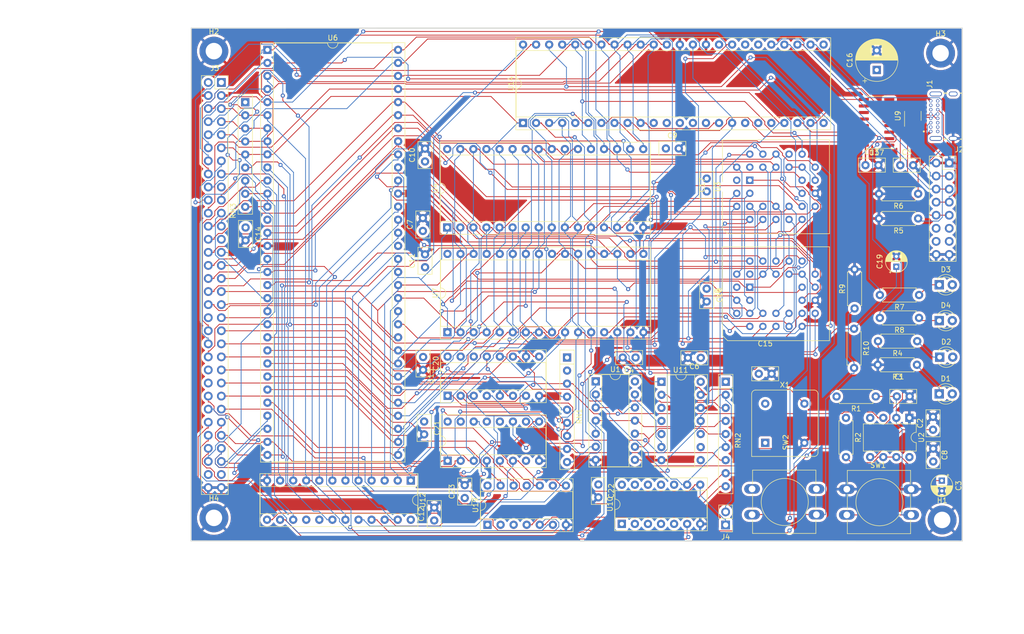
<source format=kicad_pcb>
(kicad_pcb (version 20221018) (generator pcbnew)
  (layers (0 "F.Cu" signal) (1 "In1.Cu" power "GND_PLANE") (2 "In2.Cu" power "PWR_PLANE") (31 "B.Cu" signal) (34 "B.Paste" user) (35 "F.Paste" user) (36 "B.SilkS" user "B.Silkscreen") (37 "F.SilkS" user "F.Silkscreen") (38 "B.Mask" user) (39 "F.Mask" user) (44 "Edge.Cuts" user))
  (net 0 "")
  (net 1 "+5V")
  (net 2 "GND")
  (net 3 "Net-(D1-K)")
  (net 4 "Net-(D2-K)")
  (net 5 "Net-(D3-K)")
  (net 6 "~{IRQ_MFP}")
  (net 7 "RxD")
  (net 8 "TxD")
  (net 9 "Net-(D4-K)")
  (net 10 "HALT")
  (net 11 "~{BERR}")
  (net 12 "~{DTACK}")
  (net 13 "~{VPA}")
  (net 14 "~{BR}")
  (net 15 "~{BGACK}")
  (net 16 "/D4")
  (net 17 "/D3")
  (net 18 "/D2")
  (net 19 "/D1")
  (net 20 "/D0")
  (net 21 "~{AS}")
  (net 22 "~{UDS}")
  (net 23 "~{LDS}")
  (net 24 "R~{W}")
  (net 25 "~{HALT}")
  (net 26 "~{RES}")
  (net 28 "/IPL2")
  (net 29 "/FC2")
  (net 30 "/FC1")
  (net 31 "/FC0")
  (net 32 "/A1")
  (net 33 "/A2")
  (net 34 "/A3")
  (net 35 "/A4")
  (net 36 "/A5")
  (net 37 "/A6")
  (net 38 "/A7")
  (net 39 "/A8")
  (net 40 "/A9")
  (net 41 "/A10")
  (net 42 "/A11")
  (net 43 "/A12")
  (net 44 "/A13")
  (net 45 "/A14")
  (net 46 "/A15")
  (net 47 "/A16")
  (net 48 "/A17")
  (net 49 "/A18")
  (net 50 "/A19")
  (net 51 "/A20")
  (net 52 "/A21")
  (net 53 "/A22")
  (net 54 "/A23")
  (net 55 "/D15")
  (net 56 "/D14")
  (net 57 "/D13")
  (net 58 "/D12")
  (net 59 "/D11")
  (net 60 "/D10")
  (net 61 "/D9")
  (net 62 "/D8")
  (net 63 "/D7")
  (net 64 "/D6")
  (net 65 "/D5")
  (net 66 "/RES")
  (net 67 "~{CTS}")
  (net 68 "~{RTS}")
  (net 69 "~{IACK_MFP}")
  (net 70 "~{IACK_7}")
  (net 71 "USB_D+")
  (net 72 "USB_D-")
  (net 74 "~{IACK_HI}")
  (net 76 "~{BG}")
  (net 77 "CLK_{CPU}")
  (net 78 "~{VMA}")
  (net 79 "E")
  (net 80 "~{CS_MFP}")
  (net 81 "~{CS_RAM}")
  (net 82 "~{CS_ROM}")
  (net 83 "Net-(U2-TR)")
  (net 84 "Net-(C19-Pad1)")
  (net 87 "~{DTACK_MFP}")
  (net 88 "~{IACK_LOW}")
  (net 90 "Net-(J1-CC1)")
  (net 91 "Net-(J1-CC2)")
  (net 97 "~{ROM_OVERLAY}")
  (net 98 "Net-(U2-CV)")
  (net 99 "Net-(U17-V3)")
  (net 100 "Net-(U2-DIS)")
  (net 101 "Net-(R4-Pad2)")
  (net 102 "Net-(R10-Pad2)")
  (net 103 "Net-(RN1-R3)")
  (net 104 "Net-(RN1-R6)")
  (net 105 "Net-(U11A-Q3)")
  (net 106 "~{CS_ROM}_{ODD}")
  (net 107 "~{CS_RAM}_{ODD}")
  (net 108 "~{CS_RAM}_{EVEN}")
  (net 109 "~{CS_ROM}_{EVEN}")
  (net 133 "/IPL1")
  (net 134 "CLK_{HALF}")
  (net 135 "~{CS_XPN}")
  (net 138 "Net-(U14A-RC)")
  (net 152 "SD_MISO")
  (net 153 "~{SD_CLK}")
  (net 154 "SD_MOSI")
  (net 155 "~{SD_CS}")
  (net 157 "/IPL0")
  (net 160 "~{DTACK_XPN}")
  (net 161 "BERR_WATCHDOG")
  (net 164 "~{IRQ_LOW}")
  (net 165 "~{IRQ_HI}")
  (net 168 "IACK")
  (net 170 "Net-(RN1-R4)")
  (net 171 "Net-(RN1-R8)")
  (footprint "Resistor_THT:R_Axial_DIN0207_L6.3mm_D2.5mm_P7.62mm_Horizontal" (layer "F.Cu") (at 200.99 121.93 180)
    (fp_text reference "R1")
    (fp_text value "1M0")
  )
  (footprint "Package_TO_SOT_SMD:SOT-23-6_Handsoldering" (layer "F.Cu") (at 208.195 67.39 90)
    (fp_text reference "U9")
    (fp_text value "TPD4E1U06DBVR" hide)
  )
  (footprint "Capacitor_THT:C_Disc_D5.0mm_W2.5mm_P2.50mm" (layer "F.Cu") (at 113.382 96.814 90)
    (fp_text reference "C11")
    (fp_text value "100nf")
  )
  (footprint "Package_DIP:DIP-32_W15.24mm_Socket" (layer "F.Cu") (at 117.7 89.085 90)
    (fp_text reference "U4")
    (fp_text value "ODD_RAM")
  )
  (footprint "Capacitor_THT:CP_Radial_D4.0mm_P2.00mm" (layer "F.Cu") (at 205 96.71 90)
    (fp_text reference "C19")
    (fp_text value "10uF")
  )
  (footprint "Resistor_THT:R_Array_SIP9" (layer "F.Cu") (at 78.44 64.75 -90)
    (fp_text reference "RN3")
    (fp_text value "3K3")
  )
  (footprint "Package_DIP:DIP-8_W7.62mm" (layer "F.Cu") (at 207.53 126.09 -90)
    (fp_text reference "U2")
    (fp_text value "NE555P")
  )
  (footprint "USB4085_GF_A:GCT_USB4085-GF-A_REVB" (layer "F.Cu") (at 215.8747 67.2754 90)
    (fp_text reference "J1")
    (fp_text value "USB4085-GF-A_REVB")
  )
  (footprint "MountingHole:MountingHole_3.2mm_M3_DIN965_Pad" (layer "F.Cu") (at 213.595 55.205)
    (fp_text reference "H3")
    (fp_text value "MountingHole_Pad")
  )
  (footprint "Capacitor_THT:C_Disc_D5.0mm_W2.5mm_P2.50mm" (layer "F.Cu") (at 205.76 76.98)
    (fp_text reference "C5")
    (fp_text value "100nF")
  )
  (footprint "Capacitor_THT:C_Disc_D5.0mm_W2.5mm_P2.50mm" (layer "F.Cu") (at 178.25 117.52)
    (fp_text reference "C15")
    (fp_text value "100nf")
  )
  (footprint "Connector_PinSocket_2.54mm:PinSocket_2x32_P2.54mm_Vertical" (layer "F.Cu") (at 73.79 60.9)
    (fp_text reference "J3")
    (fp_text value "Conn_02x32_Odd_Even")
  )
  (footprint "Capacitor_THT:C_Disc_D5.0mm_W2.5mm_P2.50mm" (layer "F.Cu") (at 147.08 139.04 -90)
    (fp_text reference "C22")
    (fp_text value "100nf")
  )
  (footprint "Resistor_THT:R_Axial_DIN0207_L6.3mm_D2.5mm_P7.62mm_Horizontal" (layer "F.Cu") (at 209.41 102.21 180)
    (fp_text reference "R7")
    (fp_text value "330")
  )
  (footprint "Button_Switch_THT:SW_PUSH-12mm" (layer "F.Cu") (at 195.36 139.95)
    (fp_text reference "SW1")
    (fp_text value "RESET")
  )
  (footprint "LED_THT:LED_D3.0mm" (layer "F.Cu") (at 213.33 100.22)
    (fp_text reference "D3")
    (fp_text value "RX")
  )
  (footprint "Resistor_THT:R_Axial_DIN0207_L6.3mm_D2.5mm_P7.62mm_Horizontal" (layer "F.Cu") (at 209.23 82.54 180)
    (fp_text reference "R6")
    (fp_text value "5K1")
  )
  (footprint "Resistor_THT:R_Axial_DIN0207_L6.3mm_D2.5mm_P7.62mm_Horizontal" (layer "F.Cu") (at 196.77 108.77 -90)
    (fp_text reference "R10")
    (fp_text value "560R")
  )
  (footprint "Package_LCC:PLCC-32_THT-Socket" (layer "F.Cu") (at 176.512 79.904 90)
    (fp_text reference "U3")
    (fp_text value "ODD_ROM")
  )
  (footprint "Package_DIP:DIP-48_W15.24mm_Socket" (layer "F.Cu") (at 132.43 68.77 90)
    (fp_text reference "U14")
    (fp_text value "MC68901P")
  )
  (footprint "Connector_PinHeader_2.54mm:PinHeader_1x02_P2.54mm_Vertical" (layer "F.Cu") (at 171.81 146.91 180)
    (fp_text reference "J4")
    (fp_text value "Conn_01x02")
  )
  (footprint "Capacitor_THT:CP_Radial_D4.0mm_P2.00mm" (layer "F.Cu") (at 213.83 138.28 -90)
    (fp_text reference "C3")
    (fp_text value "1uf")
  )
  (footprint "Resistor_THT:R_Axial_DIN0207_L6.3mm_D2.5mm_P7.62mm_Horizontal" (layer "F.Cu") (at 209 115.77 180)
    (fp_text reference "R3")
    (fp_text value "330")
  )
  (footprint "LED_THT:LED_D3.0mm" (layer "F.Cu") (at 213.41 114.285)
    (fp_text reference "D2")
    (fp_text value "HALT")
  )
  (footprint "MountingHole:MountingHole_3.2mm_M3_DIN965_Pad" (layer "F.Cu") (at 72.35 145.53)
    (fp_text reference "H4")
    (fp_text value "MountingHole_Pad")
  )
  (footprint "Package_LCC:PLCC-32_THT-Socket" (layer "F.Cu") (at 176.512 100.692 90)
    (fp_text reference "U8")
    (fp_text value "EVEN_ROM")
  )
  (footprint "Button_Switch_THT:SW_PUSH-12mm" (layer "F.Cu") (at 176.95 139.9)
    (fp_text reference "SW2")
    (fp_text value "DEBUG")
  )
  (footprint "Capacitor_THT:C_Disc_D5.0mm_W2.5mm_P2.50mm" (layer "F.Cu") (at 205.08 121.92)
    (fp_text reference "C1")
    (fp_text value "100nf")
  )
  (footprint "Capacitor_THT:C_Disc_D5.0mm_W2.5mm_P2.50mm" (layer "F.Cu") (at 113.21 126.8 -90)
    (fp_text reference "C21")
    (fp_text value "100nf")
  )
  (footprint "Capacitor_THT:CP_Radial_D8.0mm_P3.80mm" (layer "F.Cu") (at 201.18 58.47 90)
    (fp_text reference "C16")
    (fp_text value "470uf")
  )
  (footprint "Package_DIP:DIP-16_W7.62mm_Socket" (layer "F.Cu") (at 117.77 121.8 90)
    (fp_text reference "U13")
    (fp_text value "74LS148")
  )
  (footprint "Oscillator:Oscillator_DIP-8" (layer "F.Cu") (at 179.51 130.95)
    (fp_text reference "X1")
    (fp_text value "7.3728Mhz")
  )
  (footprint "Capacitor_THT:C_Disc_D5.0mm_W2.5mm_P2.50mm" (layer "F.Cu") (at 113.01 114.26 -90)
    (fp_text reference "C20")
    (fp_text value "100nf")
  )
  (footprint "Resistor_THT:R_Axial_DIN0207_L6.3mm_D2.5mm_P7.62mm_Horizontal" (layer "F.Cu") (at 209.23 87.34 180)
    (fp_text reference "R5")
    (fp_text value "5K1")
  )
  (footprint "Capacitor_THT:C_Disc_D5.0mm_W2.5mm_P2.50mm" (layer "F.Cu") (at 113.382 76.26 90)
    (fp_text reference "C10")
    (fp_text value "100nf")
  )
  (footprint "Capacitor_THT:C_Disc_D5.0mm_W2.5mm_P2.50mm" (layer "F.Cu") (at 212.16 134.57 90)
    (fp_text reference "C8")
    (fp_text value "100nf")
  )
  (footprint "Capacitor_THT:C_Disc_D5.0mm_W2.5mm_P2.50mm" (layer "F.Cu") (at 160.2 73.73)
    (fp_text reference "C9")
    (fp_text value "100nf")
  )
  (footprint "Capacitor_THT:C_Disc_D5.0mm_W2.5mm_P2.50mm" (layer "F.Cu") (at 115.17 146.04 90)
    (fp_text reference "C12")
    (fp_text value "100nf")
  )
  (footprint "Resistor_THT:R_Axial_DIN0207_L6.3mm_D2.5mm_P7.62mm_Horizontal" (layer "F.Cu") (at 195.2 133.71 90)
    (fp_text reference "R2")
    (fp_text value "1M0")
  )
  (footprint "Package_DIP:DIP-32_W15.24mm_Socket" (layer "F.Cu") (at 117.74 109.46 90)
    (fp_text reference "U7")
    (fp_text value "EVEN_RAM")
  )
  (footprint "Capacitor_THT:C_Disc_D5.0mm_W2.5mm_P2.50mm" (layer "F.Cu") (at 198.99 76.966)
    (fp_text reference "C13")
    (fp_text value "100nf")
  )
  (footprint "Capacitor_THT:C_Disc_D5.0mm_W2.5mm_P2.50mm" (layer "F.Cu") (at 168.13 100.986 -90)
    (fp_text reference "C18")
    (fp_text value "100nf")
  )
  (footprint "Package_SO:SOIC-16_3.9x9.9mm_P1.27mm" (layer "F.Cu") (at 201.145 68.645 180)
    (fp_text reference "U17")
    (fp_text value "CH340C")
  )
  (footprint "LED_THT:LED_D3.0mm" (layer "F.Cu") (at 213.33 107.185)
    (fp_text reference "D4")
    (fp_text value "TX")
  )
  (footprint "MountingHole:MountingHole_3.2mm_M3_DIN965_Pad" (layer "F.Cu") (at 213.895 145.93)
    (fp_text reference "H1")
    (fp_text value "MountingHole_Pad")
  )
  (footprint "Capacitor_THT:C_Disc_D5.0mm_W2.5mm_P2.50mm" (layer "F.Cu") (at 154.3 114.36 180)
    (fp_text reference "C4")
    (fp_text value "100nF")
  )
  (footprint "Package_DIP:DIP-14_W7.62mm_Socket" (layer "F.Cu") (at 146.56 119.005)
    (fp_text reference "U1")
    (fp_text value "74LS05")
  )
  (footprint "Package_DIP:DIP-14_W7.62mm_Socket" (layer "F.Cu") (at 159.34 119.07)
    (fp_text reference "U11")
    (fp_text value "74LS393")
  )
  (footprint "Resistor_THT:R_Array_SIP9" (layer "F.Cu") (at 171.82 119.07 -90)
    (fp_text reference "RN2")
    (fp_text value "3K3")
  )
  (footprint "LED_THT:LED_D3.0mm" (layer "F.Cu") (at 213.32 121.435)
    (fp_text reference "D1")
    (fp_text value "POWER")
  )
  (footprint "Package_DIP:DIP-14_W7.62mm_Socket" (layer "F.Cu") (at 125.525 146.87 90)
    (fp_text reference "U19")
    (fp_text value "74LS21")
  )
  (footprint "Package_DIP:DIP-16_W7.62mm_Socket" (layer "F.Cu") (at 117.77 134.43 90)
    (fp_text reference "U16" hide)
    (fp_text value "74LS138")
  )
  (footprint "Package_DIP:DIP-64_W25.4mm_Socket" (layer "F.Cu") (at 82.75 54.56)
    (fp_text reference "U6")
    (fp_text value "68000D")
  )
  (footprint "Resistor_THT:R_Axial_DIN0207_L6.3mm_D2.5mm_P7.62mm_Horizontal" (layer "F.Cu") (at 209.4 106.66 180)
    (fp_text reference "R8")
    (fp_text value "330")
  )
  (footprint "Capacitor_THT:C_Disc_D5.0mm_W2.5mm_P2.50mm" (layer "F.Cu") (at 212.12 128.39 90)
    (fp_text reference "C2")
    (fp_text value "100nf")
  )
  (footprint "Resistor_THT:R_Axial_DIN0207_L6.3mm_D2.5mm_P7.62mm_Horizontal" (layer "F.Cu") (at 209.05 111.18 180)
    (fp_text reference "R4")
    (fp_text value "330")
  )
  (footprint "Connector_PinSocket_2.54mm:PinSocket_2x08_P2.54mm_Vertical" (layer "F.Cu") (at 215.27 76.545)
    (fp_text reference "J2")
    (fp_text value "SD_CARD_PORT")
  )
  (footprint "Package_DIP:DIP-14_W7.62mm_Socket" (layer "F.Cu") (at 151.63 146.7 90)
    (fp_text reference "U10")
    (fp_text value "74HC164")
  )
  (footprint "Package_DIP:DIP-24_W7.62mm_Socket" (layer "F.Cu") (at 110.615 138.27 -90)
    (fp_text reference "U12")
    (fp_text value "22V10C")
  )
  (footprint "Capacitor_THT:C_Disc_D5.0mm_W2.5mm_P2.50mm" (layer "F.Cu") (at 166.98 114.42 180)
    (fp_text reference "C6")
    (fp_text value "100nf")
  )
  (footprint "Capacitor_THT:C_Disc_D5.0mm_W2.5mm_P2.50mm" (layer "F.Cu") (at 168.13 82.08 90)
    (fp_text reference "C17")
    (fp_text value "100nf")
  )
  (footprint "Resistor_THT:R_Axial_DIN0207_L6.3mm_D2.5mm_P7.62mm_Horizontal" (layer "F.Cu") (at 196.87 104.83 90)
    (fp_text reference "R9")
    (fp_text value "2K")
  )
  (footprint "Resistor_THT:R_Array_SIP9" (layer "F.Cu") (at 140.99 114.36 -90)
    (fp_text reference "RN1")
    (fp_text value "3K3")
  )
  (footprint "Capacitor_THT:C_Disc_D5.0mm_W2.5mm_P2.50mm" (layer "F.Cu") (at 121.1 141.67 90)
    (fp_text reference "C23")
    (fp_text value "100nf")
  )
  (footprint "MountingHole:MountingHole_3.2mm_M3_DIN965_Pad" (layer "F.Cu") (at 72.345 54.805)
    (fp_text reference "H2")
    (fp_text value "MountingHole_Pad")
  )
  (footprint "Capacitor_THT:C_Disc_D5.0mm_W2.5mm_P2.50mm" (layer "F.Cu") (at 112.96 89.76 90)
    (fp_text reference "C7")
    (fp_text value "100nf")
  )
  (footprint "Capacitor_THT:C_Disc_D5.0mm_W2.5mm_P2.50mm" (layer "F.Cu") (at 78.5 89.09 -90)
    (fp_text reference "C14")
    (fp_text value "100nf")
  )
  (gr_line (start 67.9 149.99) (end 67.95 50.34) (stroke (width 0.2)) (layer "Edge.Cuts"))
  (gr_line (start 217.78 50.33) (end 217.79 150.03) (stroke (width 0.2)) (layer "Edge.Cuts"))
  (gr_line (start 67.95 50.34) (end 217.78 50.33) (stroke (width 0.2)) (layer "Edge.Cuts"))
  (gr_line (start 217.79 150.03) (end 67.9 149.99) (stroke (width 0.2)) (layer "Edge.Cuts"))
  (segment (start 198.67 73.09) (end 198.99 73.41) (width 0.25) (layer "F.Cu") (net 1))
  (segment (start 198.99 73.41) (end 198.99 76.966) (width 0.25) (layer "F.Cu") (net 1))
  (segment (start 209 115.9361) (end 209 115.77) (width 0.154) (layer "B.Cu") (net 3))
  (segment (start 213.32 121.435) (end 213.32 120.2561) (width 0.154) (layer "B.Cu") (net 3))
  (segment (start 213.32 120.2561) (end 209 115.9361) (width 0.154) (layer "B.Cu") (net 3))
  (segment (start 213.41 114.285) (end 212.155 114.285) (width 0.154) (layer "B.Cu") (net 4))
  (segment (start 212.155 114.285) (end 209.05 111.18) (width 0.154) (layer "B.Cu") (net 4))
  (segment (start 213.33 100.22) (end 211.4 100.22) (width 0.154) (layer "F.Cu") (net 5))
  (segment (start 211.4 100.22) (end 209.41 102.21) (width 0.154) (layer "F.Cu") (net 5))
  (segment (start 171.9911 53.6418) (end 169.3585 56.2744) (width 0.154) (layer "F.Cu") (net 6))
  (segment (start 139.9111 127.041) (end 140.0961 126.856) (width 0.154) (layer "F.Cu") (net 6))
  (segment (start 139.8815 130.0888) (end 139.8815 128.742) (width 0.154) (layer "F.Cu") (net 6))
  (segment (start 173.07 53.53) (end 171.9911 53.53) (width 0.154) (layer "F.Cu") (net 6))
  (segment (start 140.0961 126.856) (end 140.0961 126.2936) (width 0.154) (layer "F.Cu") (net 6))
  (segment (start 118.8489 121.935) (end 118.8489 121.8) (width 0.154) (layer "F.Cu") (net 6))
  (segment (start 140.4061 127.06) (end 139.9111 127.06) (width 0.154) (layer "F.Cu") (net 6))
  (segment (start 132.6229 123.6404) (end 120.5543 123.6404) (width 0.154) (layer "F.Cu") (net 6))
  (segment (start 120.5543 123.6404) (end 118.8489 121.935) (width 0.154) (layer "F.Cu") (net 6))
  (segment (start 156.2063 130.435) (end 142.2664 130.435) (width 0.154) (layer "F.Cu") (net 6))
  (segment (start 171.9911 53.53) (end 171.9911 53.6418) (width 0.154) (layer "F.Cu") (net 6))
  (segment (start 140.99 127.06) (end 140.4061 127.06) (width 0.154) (layer "F.Cu") (net 6))
  (segment (start 169.3585 56.2744) (end 163.9841 56.2744) (width 0.154) (layer "F.Cu") (net 6))
  (segment (start 142.0176 130.6838) (end 140.4765 130.6838) (width 0.154) (layer "F.Cu") (net 6))
  (segment (start 142.2664 130.435) (end 142.0176 130.6838) (width 0.154) (layer "F.Cu") (net 6))
  (segment (start 140.0961 126.2936) (end 137.3752 123.5727) (width 0.154) (layer "F.Cu") (net 6))
  (segment (start 139.8815 128.742) (end 140.4061 128.2174) (width 0.154) (layer "F.Cu") (net 6))
  (segment (start 132.6906 123.5727) (end 132.6229 123.6404) (width 0.154) (layer "F.Cu") (net 6))
  (segment (start 140.4061 128.2174) (end 140.4061 127.06) (width 0.154) (layer "F.Cu") (net 6))
  (segment (start 117.77 121.8) (end 118.8489 121.8) (width 0.154) (layer "F.Cu") (net 6))
  (segment (start 139.9111 127.06) (end 139.9111 127.041) (width 0.154) (layer "F.Cu") (net 6))
  (segment (start 140.4765 130.6838) (end 139.8815 130.0888) (width 0.154) (layer "F.Cu") (net 6))
  (segment (start 137.3752 123.5727) (end 132.6906 123.5727) (width 0.154) (layer "F.Cu") (net 6))
  (via (at 163.9841 56.2744) (size 0.8) (drill 0.4) (layers "F.Cu" "B.Cu") (net 6))
  (via (at 156.2063 130.435) (size 0.8) (drill 0.4) (layers "F.Cu" "B.Cu") (net 6))
  (segment (start 163.9841 62.8957) (end 163.9841 56.2744) (width 0.154) (layer "B.Cu") (net 6))
  (segment (start 159.7803 132.8772) (end 160.4698 132.1877) (width 0.154) (layer "B.Cu") (net 6))
  (segment (start 160.4698 116.9617) (end 157.2942 113.7861) (width 0.154) (layer "B.Cu") (net 6))
  (segment (start 157.2942 113.7861) (end 157.2942 91.9315) (width 0.154) (layer "B.Cu") (net 6))
  (segment (start 166.5329 65.4445) (end 163.9841 62.8957) (width 0.154) (layer "B.Cu") (net 6))
  (segment (start 156.2063 130.435) (end 158.6485 132.8772) (width 0.154) (layer "B.Cu") (net 6))
  (segment (start 166.5329 82.6928) (end 166.5329 65.4445) (width 0.154) (layer "B.Cu") (net 6))
  (segment (start 160.4698 132.1877) (end 160.4698 116.9617) (width 0.154) (layer "B.Cu") (net 6))
  (segment (start 157.2942 91.9315) (end 166.5329 82.6928) (width 0.154) (layer "B.Cu") (net 6))
  (segment (start 158.6485 132.8772) (end 159.7803 132.8772) (width 0.154) (layer "B.Cu") (net 6))
  (segment (start 172.5563 67.6911) (end 176.104 67.6911) (width 0.154) (layer "F.Cu") (net 7))
  (segment (start 203.62 71.82) (end 203.5095 71.7095) (width 0.154) (layer "F.Cu") (net 7))
  (segment (start 171.9911 68.8953) (end 171.9911 68.2563) (width 0.154) (layer "F.Cu") (net 7))
  (segment (start 203.5095 71.7095) (end 201.6495 71.7095) (width 0.154) (layer "F.Cu") (net 7))
  (segment (start 153.8289 68.8818) (end 155.1972 70.2501) (width 0.154) (layer "F.Cu") (net 7))
  (segment (start 177.0711 69.2169) (end 179.2359 71.3817) (width 0.154) (layer "F.Cu") (net 7))
  (segment (start 155.1972 70.2501) (end 170.6363 70.2501) (width 0.154) (layer "F.Cu") (net 7))
  (segment (start 201.1679 71.2279) (end 201.6495 71.7095) (width 0.154) (layer "F.Cu") (net 7))
  (segment (start 177.0711 68.6582) (end 177.0711 69.2169) (width 0.154) (layer "F.Cu") (net 7))
  (segment (start 179.2359 71.3817) (end 185.6505 71.3817) (width 0.154) (layer "F.Cu") (net 7))
  (segment (start 171.9911 68.2563) (end 172.5563 67.6911) (width 0.154) (layer "F.Cu") (net 7))
  (segment (start 176.104 67.6911) (end 177.0711 68.6582) (width 0.154) (layer "F.Cu") (net 7))
  (segment (start 153.8289 68.77) (end 153.8289 68.8818) (width 0.154) (layer "F.Cu") (net 7))
  (segment (start 185.8043 71.2279) (end 201.1679 71.2279) (width 0.154) (layer "F.Cu") (net 7))
  (segment (start 185.6505 71.3817) (end 185.8043 71.2279) (width 0.154) (layer "F.Cu") (net 7))
  (segment (start 170.6363 70.2501) (end 171.9911 68.8953) (width 0.154) (layer "F.Cu") (net 7))
  (segment (start 152.75 68.77) (end 153.8289 68.77) (width 0.154) (layer "F.Cu") (net 7))
  (via (at 201.6495 71.7095) (size 0.8) (drill 0.4) (layers "F.Cu" "B.Cu") (net 7))
  (segment (start 201.5231 71.7095) (end 201.6495 71.7095) (width 0.154) (layer "B.Cu") (net 7))
  (segment (start 197.8905 78.7997) (end 197.8905 75.3421) (width 0.154) (layer "B.Cu") (net 7))
  (segment (start 199.7128 99.0539) (end 199.7128 80.622) (width 0.154) (layer "B.Cu") (net 7))
  (segment (start 197.8905 75.3421) (end 201.5231 71.7095) (width 0.154) (layer "B.Cu") (net 7))
  (segment (start 199.7128 80.622) (end 197.8905 78.7997) (width 0.154) (layer "B.Cu") (net 7))
  (segment (start 201.79 101.1311) (end 199.7128 99.0539) (width 0.154) (layer "B.Cu") (net 7))
  (segment (start 201.79 102.21) (end 201.79 101.1311) (width 0.154) (layer "B.Cu") (net 7))
  (segment (start 178.1227 72.455) (end 177.9123 72.2446) (width 0.154) (layer "F.Cu") (net 8))
  (segment (start 201.2828 72.455) (end 204.5957 72.455) (width 0.154) (layer "F.Cu") (net 8))
  (segment (start 154.6286 72.2446) (end 151.2889 68.9049) (width 0.154) (layer "F.Cu") (net 8))
  (segment (start 204.5957 72.455) (end 204.9217 72.129) (width 0.154) (layer "F.Cu") (net 8))
  (segment (start 150.21 68.77) (end 151.2889 68.77) (width 0.154) (layer "F.Cu") (net 8))
  (segment (start 201.2828 72.455) (end 178.1227 72.455) (width 0.154) (layer "F.Cu") (net 8))
  (segment (start 177.9123 72.2446) (end 154.6286 72.2446) (width 0.154) (layer "F.Cu") (net 8))
  (segment (start 204.0108 70.55) (end 203.62 70.55) (width 0.154) (layer "F.Cu") (net 8))
  (segment (start 204.9217 71.4609) (end 204.0108 70.55) (width 0.154) (layer "F.Cu") (net 8))
  (segment (start 151.2889 68.9049) (end 151.2889 68.77) (width 0.154) (layer "F.Cu") (net 8))
  (segment (start 204.9217 72.129) (end 204.9217 71.4609) (width 0.154) (layer "F.Cu") (net 8))
  (segment (start 201.2828 72.455) (end 201.2828 72.9516) (width 0.154) (layer "F.Cu") (net 8))
  (via (at 201.2828 72.9516) (size 0.8) (drill 0.4) (layers "F.Cu" "B.Cu") (net 8))
  (segment (start 200.3954 91.4163) (end 200.3954 73.839) (width 0.154) (layer "B.Cu") (net 8))
  (segment (start 204.6891 95.71) (end 200.3954 91.4163) (width 0.154) (layer "B.Cu") (net 8))
  (segment (start 201.78 105.5811) (end 205.9218 101.4393) (width 0.154) (layer "B.Cu") (net 8))
  (segment (start 205.6731 95.71) (end 204.6891 95.71) (width 0.154) (layer "B.Cu") (net 8))
  (segment (start 205.9218 101.4393) (end 205.9218 95.9587) (width 0.154) (layer "B.Cu") (net 8))
  (segment (start 200.3954 73.839) (end 201.2828 72.9516) (width 0.154) (layer "B.Cu") (net 8))
  (segment (start 205.9218 95.9587) (end 205.6731 95.71) (width 0.154) (layer "B.Cu") (net 8))
  (segment (start 201.78 106.66) (end 201.78 105.5811) (width 0.154) (layer "B.Cu") (net 8))
  (segment (start 209.925 107.185) (end 209.4 106.66) (width 0.154) (layer "F.Cu") (net 9))
  (segment (start 213.33 107.185) (end 209.925 107.185) (width 0.154) (layer "F.Cu") (net 9))
  (segment (start 168.4857 129.23) (end 168.4857 129.2299) (width 0.154) (layer "F.Cu") (net 10))
  (segment (start 168.4857 129.2299) (end 167.4069 128.1511) (width 0.154) (layer "F.Cu") (net 10))
  (segment (start 156.8852 130.1538) (end 155.8964 129.165) (width 0.154) (layer "F.Cu") (net 10))
  (segment (start 156.8852 130.7162) (end 156.8852 130.1538) (width 0.154) (layer "F.Cu") (net 10))
  (segment (start 170.7411 129.23) (end 168.4857 129.23) (width 0.154) (layer "F.Cu") (net 10))
  (segment (start 154.18 129.165) (end 155.2589 129.165) (width 0.154) (layer "F.Cu") (net 10))
  (segment (start 167.4069 128.1511) (end 158.8879 128.1511) (width 0.154) (layer "F.Cu") (net 10))
  (segment (start 155.2589 131.705) (end 155.8964 131.705) (width 0.154) (layer "F.Cu") (net 10))
  (segment (start 154.18 131.705) (end 155.2589 131.705) (width 0.154) (layer "F.Cu") (net 10))
  (segment (start 155.8964 129.165) (end 155.2589 129.165) (width 0.154) (layer "F.Cu") (net 10))
  (segment (start 171.82 129.23) (end 170.7411 129.23) (width 0.154) (layer "F.Cu") (net 10))
  (segment (start 155.8964 131.705) (end 156.8852 130.7162) (width 0.154) (layer "F.Cu") (net 10))
  (segment (start 158.8879 128.1511) (end 156.8852 130.1538) (width 0.154) (layer "F.Cu") (net 10))
  (segment (start 82.2106 107.9) (end 81.6711 107.9) (width 0.154) (layer "F.Cu") (net 11))
  (segment (start 112.4418 119.1046) (end 132.8671 119.1046) (width 0.154) (layer "F.Cu") (net 11))
  (segment (start 72.52 108.779) (end 73.399 107.9) (width 0.154) (layer "F.Cu") (net 11))
  (segment (start 71.25 113.1111) (end 71.4839 113.1111) (width 0.154) (layer "F.Cu") (net 11))
  (segment (start 71.25 114.24) (end 71.25 113.1111) (width 0.154) (layer "F.Cu") (net 11))
  (segment (start 110.2807 116.9435) (end 112.4418 119.1046) (width 0.154) (layer "F.Cu") (net 11))
  (segment (start 73.399 107.9) (end 81.6711 107.9) (width 0.154) (layer "F.Cu") (net 11))
  (segment (start 132.8671 119.1046) (end 134.2947 120.5322) (width 0.154) (layer "F.Cu") (net 11))
  (segment (start 141.4382 120.5322) (end 146.1966 125.2906) (width 0.154) (layer "F.Cu") (net 11))
  (segment (start 71.4839 113.1111) (end 72.52 112.075) (width 0.154) (layer "F.Cu") (net 11))
  (segment (start 146.1966 125.2906) (end 150.8517 125.2906) (width 0.154) (layer "F.Cu") (net 11))
  (segment (start 98.4221 107.9637) (end 107.4019 116.9435) (width 0.154) (layer "F.Cu") (net 11))
  (segment (start 87.1441 107.9637) (end 87.0804 107.9) (width 0.154) (layer "F.Cu") (net 11))
  (segment (start 87.0804 107.9) (end 82.75 107.9) (width 0.154) (layer "F.Cu") (net 11))
  (segment (start 72.52 112.075) (end 72.52 108.779) (width 0.154) (layer "F.Cu") (net 11))
  (segment (start 134.2947 120.5322) (end 141.4382 120.5322) (width 0.154) (layer "F.Cu") (net 11))
  (segment (start 80.6358 76.3331) (end 79.5189 77.45) (width 0.154) (layer "F.Cu") (net 11))
  (segment (start 85.2928 76.9313) (end 84.6946 76.3331) (width 0.154) (layer "F.Cu") (net 11))
  (segment (start 78.44 77.45) (end 79.5189 77.45) (width 0.154) (layer "F.Cu") (net 11))
  (segment (start 107.4019 116.9435) (end 110.2807 116.9435) (width 0.154) (layer "F.Cu") (net 11))
  (segment (start 84.6946 76.3331) (end 80.6358 76.3331) (width 0.154) (layer "F.Cu") (net 11))
  (segment (start 82.2106 107.9) (end 82.75 107.9) (width 0.154) (layer "F.Cu") (net 11))
  (segment (start 87.1441 107.9637) (end 98.4221 107.9637) (width 0.154) (layer "F.Cu") (net 11))
  (via (at 150.8517 125.2906) (size 0.8) (drill 0.4) (layers "F.Cu" "B.Cu") (net 11))
  (via (at 87.1441 107.9637) (size 0.8) (drill 0.4) (layers "F.Cu" "B.Cu") (net 11))
  (via (at 85.2928 76.9313) (size 0.8) (drill 0.4) (layers "F.Cu" "B.Cu") (net 11))
  (segment (start 151.8955 125.2906) (end 153.1011 124.085) (width 0.154) (layer "B.Cu") (net 11))
  (segment (start 154.18 124.085) (end 153.1011 124.085) (width 0.154) (layer "B.Cu") (net 11))
  (segment (start 150.8517 125.2906) (end 151.8955 125.2906) (width 0.154) (layer "B.Cu") (net 11))
  (segment (start 87.1441 78.7826) (end 85.2928 76.9313) (width 0.154) (layer "B.Cu") (net 11))
  (segment (start 87.1441 107.9637) (end 87.1441 78.7826) (width 0.154) (layer "B.Cu") (net 11))
  (segment (start 96.7567 145.7288) (end 96.7567 146.2598) (width 0.154) (layer "B.Cu") (net 12))
  (segment (start 98.5149 148.018) (end 136.1099 148.018) (width 0.154) (layer "B.Cu") (net 12))
  (segment (start 86.6621 107.4857) (end 86.4652 107.6826) (width 0.154) (layer "B.Cu") (net 12))
  (segment (start 86.6621 81.3321) (end 86.6621 107.4857) (width 0.154) (layer "B.Cu") (net 12))
  (segment (start 86.4652 108.2448) (end 86.7802 108.5598) (width 0.154) (layer "B.Cu") (net 12))
  (segment (start 138.225 146.87) (end 137.1461 146.87) (width 0.154) (layer "B.Cu") (net 12))
  (segment (start 86.7802 108.5598) (end 86.7802 134.0768) (width 0.154) (layer "B.Cu") (net 12))
  (segment (start 96.7567 146.2598) (end 98.5149 148.018) (width 0.154) (layer "B.Cu") (net 12))
  (segment (start 136.1099 148.018) (end 137.1461 146.9818) (width 0.154) (layer "B.Cu") (net 12))
  (segment (start 87.3001 139.3489) (end 90.3768 139.3489) (width 0.154) (layer "B.Cu") (net 12))
  (segment (start 90.3768 139.3489) (end 96.7567 145.7288) (width 0.154) (layer "B.Cu") (net 12))
  (segment (start 137.1461 146.9818) (end 137.1461 146.87) (width 0.154) (layer "B.Cu") (net 12))
  (segment (start 86.4652 107.6826) (end 86.4652 108.2448) (width 0.154) (layer "B.Cu") (net 12))
  (segment (start 82.75 77.42) (end 86.6621 81.3321) (width 0.154) (layer "B.Cu") (net 12))
  (segment (start 86.676 134.181) (end 86.676 138.7248) (width 0.154) (layer "B.Cu") (net 12))
  (segment (start 86.7802 134.0768) (end 86.676 134.181) (width 0.154) (layer "B.Cu") (net 12))
  (segment (start 86.676 138.7248) (end 87.3001 139.3489) (width 0.154) (layer "B.Cu") (net 12))
  (segment (start 81.5039 85.3368) (end 82.4771 86.31) (width 0.154) (layer "B.Cu") (net 13))
  (segment (start 77.3611 84.3739) (end 77.3611 82.0803) (width 0.154) (layer "B.Cu") (net 13))
  (segment (start 83.0325 86.31) (end 83.8302 87.1077) (width 0.154) (layer "B.Cu") (net 13))
  (segment (start 73.79 88.2755) (end 73.79 88.84) (width 0.154) (layer "B.Cu") (net 13))
  (segment (start 81.5039 83.935) (end 81.5039 85.3368) (width 0.154) (layer "B.Cu") (net 13))
  (segment (start 73.79 88.2755) (end 73.79 87.7111) (width 0.154) (layer "B.Cu") (net 13))
  (segment (start 73.79 87.7111) (end 74.0239 87.7111) (width 0.154) (layer "B.Cu") (net 13))
  (segment (start 78.4352 81.0062) (end 78.44 81.0062) (width 0.154) (layer "B.Cu") (net 13))
  (segment (start 82.8618 104.2811) (end 82.75 104.2811) (width 0.154) (layer "B.Cu") (net 13))
  (segment (start 83.8302 87.1077) (end 83.8302 103.3127) (width 0.154) (layer "B.Cu") (net 13))
  (segment (start 78.44 79.99) (end 78.44 81.0062) (width 0.154) (layer "B.Cu") (net 13))
  (segment (start 78.44 81.0062) (end 78.5751 81.0062) (width 0.154) (layer "B.Cu") (net 13))
  (segment (start 77.3611 82.0803) (end 78.4352 81.0062) (width 0.154) (layer "B.Cu") (net 13))
  (segment (start 83.8302 103.3127) (end 82.8618 104.2811) (width 0.154) (layer "B.Cu") (net 13))
  (segment (start 82.4771 86.31) (end 83.0325 86.31) (width 0.154) (layer "B.Cu") (net 13))
  (segment (start 78.5751 81.0062) (end 81.5039 83.935) (width 0.154) (layer "B.Cu") (net 13))
  (segment (start 74.0239 87.7111) (end 77.3611 84.3739) (width 0.154) (layer "B.Cu") (net 13))
  (segment (start 82.75 105.36) (end 82.75 104.2811) (width 0.154) (layer "B.Cu") (net 13))
  (segment (start 82.75 85.04) (end 79.5489 85.04) (width 0.154) (layer "F.Cu") (net 14))
  (segment (start 79.5489 85.04) (end 79.5189 85.07) (width 0.154) (layer "F.Cu") (net 14))
  (segment (start 78.44 85.07) (end 79.5189 85.07) (width 0.154) (layer "F.Cu") (net 14))
  (segment (start 82.75 85.04) (end 82.75 83.9611) (width 0.154) (layer "B.Cu") (net 14))
  (segment (start 71.25 111.7) (end 71.25 110.5711) (width 0.154) (layer "B.Cu") (net 14))
  (segment (start 77.1666 79.692) (end 77.9866 78.872) (width 0.154) (layer "B.Cu") (net 14))
  (segment (start 74.3808 82.6311) (end 77.1666 79.8453) (width 0.154) (layer "B.Cu") (net 14))
  (segment (start 77.9866 78.872) (end 78.8517 78.872) (width 0.154) (layer "B.Cu") (net 14))
  (segment (start 70.7824 82.6311) (end 74.3808 82.6311) (width 0.154) (layer "B.Cu") (net 14))
  (segment (start 82.5264 83.9611) (end 82.75 83.9611) (width 0.154) (layer "B.Cu") (net 14))
  (segment (start 71.25 110.5711) (end 70.9678 110.5711) (width 0.154) (layer "B.Cu") (net 14))
  (segment (start 70.0766 83.3369) (end 70.7824 82.6311) (width 0.154) (layer "B.Cu") (net 14))
  (segment (start 78.8517 78.872) (end 80.4414 80.4617) (width 0.154) (layer "B.Cu") (net 14))
  (segment (start 80.4414 81.8761) (end 82.5264 83.9611) (width 0.154) (layer "B.Cu") (net 14))
  (segment (start 80.4414 80.4617) (end 80.4414 81.8761) (width 0.154) (layer "B.Cu") (net 14))
  (segment (start 70.0766 109.6799) (end 70.0766 83.3369) (width 0.154) (layer "B.Cu") (net 14))
  (segment (start 77.1666 79.8453) (end 77.1666 79.692) (width 0.154) (layer "B.Cu") (net 14))
  (segment (start 70.9678 110.5711) (end 70.0766 109.6799) (width 0.154) (layer "B.Cu") (net 14))
  (segment (start 82.75 82.5) (end 79.5489 82.5) (width 0.154) (layer "F.Cu") (net 15))
  (segment (start 79.5489 82.5) (end 79.5189 82.53) (width 0.154) (layer "F.Cu") (net 15))
  (segment (start 78.6719 82.53) (end 79.5189 82.53) (width 0.154) (layer "F.Cu") (net 15))
  (segment (start 78.6719 82.53) (end 78.44 82.53) (width 0.154) (layer "F.Cu") (net 15))
  (segment (start 82.4152 106.6674) (end 82.9928 106.6674) (width 0.154) (layer "B.Cu") (net 15))
  (segment (start 72.6454 131.5179) (end 73.4133 130.75) (width 0.154) (layer "B.Cu") (net 15))
  (segment (start 72.6454 132.2696) (end 72.6454 131.5179) (width 0.154) (layer "B.Cu") (net 15))
  (segment (start 73.4133 130.75) (end 74.1391 130.75) (width 0.154) (layer "B.Cu") (net 15))
  (segment (start 74.1391 130.75) (end 77.641 127.2481) (width 0.154) (layer "B.Cu") (net 15))
  (segment (start 82.9928 106.6674) (end 84.1861 105.4741) (width 0.154) (layer "B.Cu") (net 15))
  (segment (start 84.1861 105.4741) (end 84.1861 84.8801) (width 0.154) (layer "B.Cu") (net 15))
  (segment (start 82.75 82.5) (end 82.75 83.5789) (width 0.154) (layer "B.Cu") (net 15))
  (segment (start 84.1861 84.8801) (end 82.8849 83.5789) (width 0.154) (layer "B.Cu") (net 15))
  (segment (start 71.4839 133.4311) (end 72.6454 132.2696) (width 0.154) (layer "B.Cu") (net 15))
  (segment (start 77.641 127.2481) (end 77.641 111.4416) (width 0.154) (layer "B.Cu") (net 15))
  (segment (start 71.25 134.56) (end 71.25 133.4311) (width 0.154) (layer "B.Cu") (net 15))
  (segment (start 82.8849 83.5789) (end 82.75 83.5789) (width 0.154) (layer "B.Cu") (net 15))
  (segment (start 77.641 111.4416) (end 82.4152 106.6674) (width 0.154) (layer "B.Cu") (net 15))
  (segment (start 71.25 133.4311) (end 71.4839 133.4311) (width 0.154) (layer "B.Cu") (net 15))
  (segment (start 150.21 53.53) (end 149.1311 53.53) (width 0.154) (layer "F.Cu") (net 16))
  (segment (start 149.1311 53.4182) (end 149.1311 53.53) (width 0.154) (layer "F.Cu") (net 16))
  (segment (start 83.8289 54.56) (end 86.6824 51.7065) (width 0.154) (layer "F.Cu") (net 16))
  (segment (start 147.4194 51.7065) (end 149.1311 53.4182) (width 0.154) (layer "F.Cu") (net 16))
  (segment (start 82.75 54.56) (end 83.8289 54.56) (width 0.154) (layer "F.Cu") (net 16))
  (segment (start 86.6824 51.7065) (end 147.4194 51.7065) (width 0.154) (layer "F.Cu") (net 16))
  (segment (start 69.7425 73.7375) (end 71.0161 75.0111) (width 0.154) (layer "B.Cu") (net 16))
  (segment (start 153.26 72.7661) (end 153.26 72.6072) (width 0.154) (layer "B.Cu") (net 16))
  (segment (start 185.0269 66.5009) (end 187.0264 68.5004) (width 0.154) (layer "B.Cu") (net 16))
  (segment (start 184.5038 66.5009) (end 185.0269 66.5009) (width 0.154) (layer "B.Cu") (net 16))
  (segment (start 170.2466 51.6616) (end 171.8 53.215) (width 0.154) (layer "B.Cu") (net 16))
  (segment (start 151.2889 55.6878) (end 150.21 54.6089) (width 0.154) (layer "B.Cu") (net 16))
  (segment (start 151.2889 70.6361) (end 151.2889 55.6878) (width 0.154) (layer "B.Cu") (net 16))
  (segment (start 74.6339 62.1872) (end 73.401 62.1872) (width 0.154) (layer "B.Cu") (net 16))
  (segment (start 153.26 72.6072) (end 151.2889 70.6361) (width 0.154) (layer "B.Cu") (net 16))
  (segment (start 72.52 63.8469) (end 71.6569 64.71) (width 0.154) (layer "B.Cu") (net 16))
  (segment (start 187.0264 69.2132) (end 188.2164 70.4032) (width 0.154) (layer "B.Cu") (net 16))
  (segment (start 171.8 53.7971) (end 184.5038 66.5009) (width 0.154) (layer "B.Cu") (net 16))
  (segment (start 81.6711 55.15) (end 74.6339 62.1872) (width 0.154) (layer "B.Cu") (net 16))
  (segment (start 82.75 54.56) (end 81.6711 54.56) (width 0.154) (layer "B.Cu") (net 16))
  (segment (start 150.21 54.0694) (end 152.6178 51.6616) (width 0.154) (layer "B.Cu") (net 16))
  (segment (start 72.52 63.0682) (end 72.52 63.8469) (width 0.154) (layer "B.Cu") (net 16))
  (segment (start 150.21 53.53) (end 150.21 54.0694) (width 0.154) (layer "B.Cu") (net 16))
  (segment (start 187.0264 68.5004) (end 187.0264 69.2132) (width 0.154) (layer "B.Cu") (net 16))
  (segment (start 188.2164 77.998) (end 189.212 78.9936) (width 0.154) (layer "B.Cu") (net 16))
  (segment (start 153.26 73.845) (end 153.26 72.7661) (width 0.154) (layer "B.Cu") (net 16))
  (segment (start 150.21 54.0694) (end 150.21 54.6089) (width 0.154) (layer "B.Cu") (net 16))
  (segment (start 188.2164 70.4032) (end 188.2164 77.998) (width 0.154) (layer "B.Cu") (net 16))
  (segment (start 71.6569 64.71) (end 70.8898 64.71) (width 0.154) (layer "B.Cu") (net 16))
  (segment (start 69.7425 65.8573) (end 69.7425 73.7375) (width 0.154) (layer "B.Cu") (net 16))
  (segment (start 70.8898 64.71) (end 69.7425 65.8573) (width 0.154) (layer "B.Cu") (net 16))
  (segment (start 189.212 78.9936) (end 189.212 79.904) (width 0.154) (layer "B.Cu") (net 16))
  (segment (start 71.25 76.14) (end 71.25 75.0111) (width 0.154) (layer "B.Cu") (net 16))
  (segment (start 73.401 62.1872) (end 72.52 63.0682) (width 0.154) (layer "B.Cu") (net 16))
  (segment (start 152.6178 51.6616) (end 170.2466 51.6616) (width 0.154) (layer "B.Cu") (net 16))
  (segment (start 71.0161 75.0111) (end 71.25 75.0111) (width 0.154) (layer "B.Cu") (net 16))
  (segment (start 81.6711 54.56) (end 81.6711 55.15) (width 0.154) (layer "B.Cu") (net 16))
  (segment (start 171.8 53.215) (end 171.8 53.7971) (width 0.154) (layer "B.Cu") (net 16))
  (segment (start 82.75 57.1) (end 97.1996 57.1) (width 0.154) (layer "F.Cu") (net 17))
  (segment (start 145.1434 60.1926) (end 110.0989 60.1926) (width 0.154) (layer "F.Cu") (net 17))
  (segment (start 151.6711 53.53) (end 151.6711 53.6649) (width 0.154) (layer "F.Cu") (net 17))
  (segment (start 97.1996 57.1) (end 97.773 56.5266) (width 0.154) (layer "F.Cu") (net 17))
  (segment (start 151.6711 53.6649) (end 145.1434 60.1926) (width 0.154) (layer "F.Cu") (net 17))
  (segment (start 152.75 53.53) (end 151.6711 53.53) (width 0.154) (layer "F.Cu") (net 17))
  (via (at 97.773 56.5266) (size 0.8) (drill 0.4) (layers "F.Cu" "B.Cu") (net 17))
  (via (at 110.0989 60.1926) (size 0.8) (drill 0.4) (layers "F.Cu" "B.Cu") (net 17))
  (segment (start 153.8289 53.53) (end 153.8289 53.4182) (width 0.154) (layer "B.Cu") (net 17))
  (segment (start 81.6711 57.2349) (end 81.6711 57.1) (width 0.154) (layer "B.Cu") (net 17))
  (segment (start 153.8289 55.6878) (end 153.8289 70.795) (width 0.154) (layer "B.Cu") (net 17))
  (segment (start 155.21 52.0371) (end 165.5364 52.0371) (width 0.154) (layer "B.Cu") (net 17))
  (segment (start 70.0989 71.5539) (end 70.0989 68.0345) (width 0.154) (layer "B.Cu") (net 17))
  (segment (start 168.2301 55.3282) (end 171.3174 55.3282) (width 0.154) (layer "B.Cu") (net 17))
  (segment (start 71.6442 67.25) (end 72.6611 66.2331) (width 0.154) (layer "B.Cu") (net 17))
  (segment (start 70.0989 68.0345) (end 70.8834 67.25) (width 0.154) (layer "B.Cu") (net 17))
  (segment (start 166.72 53.2207) (end 166.72 53.8181) (width 0.154) (layer "B.Cu") (net 17))
  (segment (start 152.75 53.53) (end 152.75 54.6089) (width 0.154) (layer "B.Cu") (net 17))
  (segment (start 82.75 57.1) (end 81.6711 57.1) (width 0.154) (layer "B.Cu") (net 17))
  (segment (start 73.4184 64.71) (end 74.196 64.71) (width 0.154) (layer "B.Cu") (net 17))
  (segment (start 71.0161 72.4711) (end 70.0989 71.5539) (width 0.154) (layer "B.Cu") (net 17))
  (segment (start 70.8834 67.25) (end 71.6442 67.25) (width 0.154) (layer "B.Cu") (net 17))
  (segment (start 74.196 64.71) (end 81.6711 57.2349) (width 0.154) (layer "B.Cu") (net 17))
  (segment (start 171.3174 55.3282) (end 184.4953 68.5061) (width 0.154) (layer "B.Cu") (net 17))
  (segment (start 153.8289 70.795) (end 155.8 72.7661) (width 0.154) (layer "B.Cu") (net 17))
  (segment (start 71.25 73.6) (end 71.25 72.4711) (width 0.154) (layer "B.Cu") (net 17))
  (segment (start 152.75 53.53) (end 153.8289 53.53) (width 0.154) (layer "B.Cu") (net 17))
  (segment (start 184.4953 71.1819) (end 185.4021 72.0887) (width 0.154) (layer "B.Cu") (net 17))
  (segment (start 166.72 53.8181) (end 168.2301 55.3282) (width 0.154) (layer "B.Cu") (net 17))
  (segment (start 165.5364 52.0371) (end 166.72 53.2207) (width 0.154) (layer "B.Cu") (net 17))
  (segment (start 71.25 72.4711) (end 71.0161 72.4711) (width 0.154) (layer "B.Cu") (net 17))
  (segment (start 153.8289 53.4182) (end 155.21 52.0371) (width 0.154) (layer "B.Cu") (net 17))
  (segment (start 110.0989 60.1926) (end 110.0989 57.5056) (width 0.154) (layer "B.Cu") (net 17))
  (segment (start 108.5974 56.0041) (end 98.2955 56.0041) (width 0.154) (layer "B.Cu") (net 17))
  (segment (start 72.6611 65.4673) (end 73.4184 64.71) (width 0.154) (layer "B.Cu") (net 17))
  (segment (start 185.4021 81.1741) (end 186.672 82.444) (width 0.154) (layer "B.Cu") (net 17))
  (segment (start 72.6611 66.2331) (end 72.6611 65.4673) (width 0.154) (layer "B.Cu") (net 17))
  (segment (start 185.4021 72.0887) (end 185.4021 81.1741) (width 0.154) (layer "B.Cu") (net 17))
  (segment (start 152.75 54.6089) (end 153.8289 55.6878) (width 0.154) (layer "B.Cu") (net 17))
  (segment (start 98.2955 56.0041) (end 97.773 56.5266) (width 0.154) (layer "B.Cu") (net 17))
  (segment (start 155.8 73.845) (end 155.8 72.7661) (width 0.154) (layer "B.Cu") (net 17))
  (segment (start 110.0989 57.5056) (end 108.5974 56.0041) (width 0.154) (layer "B.Cu") (net 17))
  (segment (start 184.4953 68.5061) (end 184.4953 71.1819) (width 0.154) (layer "B.Cu") (net 17))
  (segment (start 154.2111 53.6418) (end 147.184 60.6689) (width 0.154) (layer "F.Cu") (net 18))
  (segment (start 186.2125 84.984) (end 182.1839 80.9554) (width 0.154) (layer "F.Cu") (net 18))
  (segment (start 84.9341 60.7452) (end 83.8289 59.64) (width 0.154) (layer "F.Cu") (net 18))
  (segment (start 109.6915 60.7452) (end 84.9341 60.7452) (width 0.154) (layer "F.Cu") (net 18))
  (segment (start 155.29 53.53) (end 154.2111 53.53) (width 0.154) (layer "F.Cu") (net 18))
  (segment (start 82.75 59.64) (end 83.8289 59.64) (width 0.154) (layer "F.Cu") (net 18))
  (segment (start 140.4428 60.6689) (end 140.2402 60.8715) (width 0.154) (layer "F.Cu") (net 18))
  (segment (start 182.1839 80.9554) (end 160.3691 80.9554) (width 0.154) (layer "F.Cu") (net 18))
  (segment (start 140.2402 60.8715) (end 109.8178 60.8715) (width 0.154) (layer "F.Cu") (net 18))
  (segment (start 160.3691 80.9554) (end 159.7282 80.3145) (width 0.154) (layer "F.Cu") (net 18))
  (segment (start 154.2111 53.53) (end 154.2111 53.6418) (width 0.154) (layer "F.Cu") (net 18))
  (segment (start 109.8178 60.8715) (end 109.6915 60.7452) (width 0.154) (layer "F.Cu") (net 18))
  (segment (start 159.7282 80.3145) (end 157.8262 80.3145) (width 0.154) (layer "F.Cu") (net 18))
  (segment (start 186.672 84.984) (end 186.2125 84.984) (width 0.154) (layer "F.Cu") (net 18))
  (segment (start 147.184 60.6689) (end 140.4428 60.6689) (width 0.154) (layer "F.Cu") (net 18))
  (via (at 157.8262 80.3145) (size 0.8) (drill 0.4) (layers "F.Cu" "B.Cu") (net 18))
  (segment (start 71.25 71.06) (end 72.3789 71.06) (width 0.154) (layer "B.Cu") (net 18))
  (segment (start 156.3689 53.53) (end 156.3689 53.3951) (width 0.154) (layer "B.Cu") (net 18))
  (segment (start 153.26 89.085) (end 153.26 88.0061) (width 0.154) (layer "B.Cu") (net 18))
  (segment (start 82.44 63.45) (end 79.9954 65.8946) (width 0.154) (layer "B.Cu") (net 18))
  (segment (start 161.45 76.6907) (end 157.8262 80.3145) (width 0.154) (layer "B.Cu") (net 18))
  (segment (start 82.75 60.7189) (end 82.8849 60.7189) (width 0.154) (layer "B.Cu") (net 18))
  (segment (start 157.8262 82.5808) (end 153.26 87.147) (width 0.154) (layer "B.Cu") (net 18))
  (segment (start 157.8262 80.3145) (end 157.8262 82.5808) (width 0.154) (layer "B.Cu") (net 18))
  (segment (start 74.3822 69.79) (end 73.415 69.79) (width 0.154) (layer "B.Cu") (net 18))
  (segment (start 161.45 53.0532) (end 161.45 76.6907) (width 0.154) (layer "B.Cu") (net 18))
  (segment (start 157.3354 52.4286) (end 160.8254 52.4286) (width 0.154) (layer "B.Cu") (net 18))
  (segment (start 83.847 62.6135) (end 83.0105 63.45) (width 0.154) (layer "B.Cu") (net 18))
  (segment (start 155.29 53.53) (end 156.3689 53.53) (width 0.154) (layer "B.Cu") (net 18))
  (segment (start 160.8254 52.4286) (end 161.45 53.0532) (width 0.154) (layer "B.Cu") (net 18))
  (segment (start 156.3689 53.3951) (end 157.3354 52.4286) (width 0.154) (layer "B.Cu") (net 18))
  (segment (start 83.0105 63.45) (end 82.44 63.45) (width 0.154) (layer "B.Cu") (net 18))
  (segment (start 73.415 69.79) (end 72.3789 70.8261) (width 0.154) (layer "B.Cu") (net 18))
  (segment (start 82.75 59.64) (end 82.75 60.7189) (width 0.154) (layer "B.Cu") (net 18))
  (segment (start 78.2776 65.8946) (end 74.3822 69.79) (width 0.154) (layer "B.Cu") (net 18))
  (segment (start 82.8849 60.7189) (end 83.847 61.681) (width 0.154) (layer "B.Cu") (net 18))
  (segment (start 79.9954 65.8946) (end 78.2776 65.8946) (width 0.154) (layer "B.Cu") (net 18))
  (segment (start 83.847 61.681) (end 83.847 62.6135) (width 0.154) (layer "B.Cu") (net 18))
  (segment (start 153.26 87.147) (end 153.26 88.0061) (width 0.154) (layer "B.Cu") (net 18))
  (segment (start 72.3789 70.8261) (end 72.3789 71.06) (width 0.154) (layer "B.Cu") (net 18))
  (segment (start 149.3681 61.0248) (end 140.5902 61.0248) (width 0.154) (layer "F.Cu") (net 19))
  (segment (start 140.5902 61.0248) (end 140.3876 61.2274) (width 0.154) (layer "F.Cu") (net 19))
  (segment (start 82.75 62.18) (end 83.8289 62.18) (width 0.154) (layer "F.Cu") (net 19))
  (segment (start 140.3876 61.2274) (end 109.6704 61.2274) (width 0.154) (layer "F.Cu") (net 19))
  (segment (start 187.7126 86.4834) (end 189.212 84.984) (width 0.154) (layer "F.Cu") (net 19))
  (segment (start 84.9078 61.1011) (end 83.8289 62.18) (width 0.154) (layer "F.Cu") (net 19))
  (segment (start 151.7989 88.9501) (end 154.2656 86.4834) (width 0.154) (layer "F.Cu") (net 19))
  (segment (start 157.83 53.53) (end 156.7511 53.53) (width 0.154) (layer "F.Cu") (net 19))
  (segment (start 156.7511 53.6418) (end 149.3681 61.0248) (width 0.154) (layer "F.Cu") (net 19))
  (segment (start 154.2656 86.4834) (end 187.7126 86.4834) (width 0.154) (layer "F.Cu") (net 19))
  (segment (start 109.5441 61.1011) (end 84.9078 61.1011) (width 0.154) (layer "F.Cu") (net 19))
  (segment (start 109.6704 61.2274) (end 109.5441 61.1011) (width 0.154) (layer "F.Cu") (net 19))
  (segment (start 156.7511 53.53) (end 156.7511 53.6418) (width 0.154) (layer "F.Cu") (net 19))
  (segment (start 151.7989 89.085) (end 151.7989 88.9501) (width 0.154) (layer "F.Cu") (net 19))
  (segment (start 150.72 89.085) (end 151.7989 89.085) (width 0.154) (layer "F.Cu") (net 19))
  (segment (start 73.415 67.25) (end 74.4494 67.25) (width 0.154) (layer "B.Cu") (net 19))
  (segment (start 79.0028 62.18) (end 82.75 62.18) (width 0.154) (layer "B.Cu") (net 19))
  (segment (start 156.9299 81.7962) (end 150.72 88.0061) (width 0.154) (layer "B.Cu") (net 19))
  (segment (start 157.83 53.53) (end 157.83 54.6089) (width 0.154) (layer "B.Cu") (net 19))
  (segment (start 157.83 54.6089) (end 156.7449 55.694) (width 0.154) (layer "B.Cu") (net 19))
  (segment (start 156.7449 55.694) (end 156.7449 69.4851) (width 0.154) (layer "B.Cu") (net 19))
  (segment (start 72.3789 68.52) (end 72.3789 68.2861) (width 0.154) (layer "B.Cu") (net 19))
  (segment (start 71.25 68.52) (end 72.3789 68.52) (width 0.154) (layer "B.Cu") (net 19))
  (segment (start 150.72 89.085) (end 150.72 88.0061) (width 0.154) (layer "B.Cu") (net 19))
  (segment (start 76.1972 65.5022) (end 76.1972 64.9856) (width 0.154) (layer "B.Cu") (net 19))
  (segment (start 156.7449 69.4851) (end 156.9299 69.6701) (width 0.154) (layer "B.Cu") (net 19))
  (segment (start 76.1972 64.9856) (end 79.0028 62.18) (width 0.154) (layer "B.Cu") (net 19))
  (segment (start 72.3789 68.2861) (end 73.415 67.25) (width 0.154) (layer "B.Cu") (net 19))
  (segment (start 156.9299 69.6701) (end 156.9299 81.7962) (width 0.154) (layer "B.Cu") (net 19))
  (segment (start 74.4494 67.25) (end 76.1972 65.5022) (width 0.154) (layer "B.Cu") (net 19))
  (segment (start 149.2589 89.1968) (end 149.2589 89.085) (width 0.154) (layer "F.Cu") (net 20))
  (segment (start 72.3789 65.7461) (end 72.3789 65.98) (width 0.154) (layer "F.Cu") (net 20))
  (segment (start 76.1082 63.6711) (end 75.0693 64.71) (width 0.154) (layer "F.Cu") (net 20))
  (segment (start 184.3203 89.8757) (end 182.1644 89.8757) (width 0.154) (layer "F.Cu") (net 20))
  (segment (start 159.2911 53.4182) (end 159.2911 53.53) (width 0.154) (layer "F.Cu") (net 20))
  (segment (start 156.8614 50.9885) (end 159.2911 53.4182) (width 0.154) (layer "F.Cu") (net 20))
  (segment (start 82.2106 64.72) (end 81.6711 64.72) (width 0.154) (layer "F.Cu") (net 20))
  (segment (start 147.1236 50.9885) (end 147.1236 50.987) (width 0.154) (layer "F.Cu") (net 20))
  (segment (start 82.2106 64.72) (end 82.75 64.72) (width 0.154) (layer "F.Cu") (net 20))
  (segment (start 81.6711 64.72) (end 80.6222 63.6711) (width 0.154) (layer "F.Cu") (net 20))
  (segment (start 182.1644 89.8757) (end 181.8516 90.1885) (width 0.154) (layer "F.Cu") (net 20))
  (segment (start 80.6222 63.6711) (end 76.1082 63.6711) (width 0.154) (layer "F.Cu") (net 20))
  (segment (start 71.25 65.98) (end 72.3789 65.98) (width 0.154) (layer "F.Cu") (net 20))
  (segment (start 73.415 64.71) (end 72.3789 65.7461) (width 0.154) (layer "F.Cu") (net 20))
  (segment (start 181.8516 90.1885) (end 150.2506 90.1885) (width 0.154) (layer "F.Cu") (net 20))
  (segment (start 75.0693 64.71) (end 73.415 64.71) (width 0.154) (layer "F.Cu") (net 20))
  (segment (start 186.672 87.524) (end 184.3203 89.8757) (width 0.154) (layer "F.Cu") (net 20))
  (segment (start 101.3733 50.9885) (end 147.1236 50.9885) (width 0.154) (layer "F.Cu") (net 20))
  (segment (start 147.1236 50.9885) (end 156.8614 50.9885) (width 0.154) (layer "F.Cu") (net 20))
  (segment (start 150.2506 90.1885) (end 149.2589 89.1968) (width 0.154) (layer "F.Cu") (net 20))
  (segment (start 148.18 89.085) (end 149.2589 89.085) (width 0.154) (layer "F.Cu") (net 20))
  (segment (start 160.37 53.53) (end 159.2911 53.53) (width 0.154) (layer "F.Cu") (net 20))
  (via (at 147.1236 50.987) (size 0.8) (drill 0.4) (layers "F.Cu" "B.Cu") (net 20))
  (via (at 101.3733 50.9885) (size 0.8) (drill 0.4) (layers "F.Cu" "B.Cu") (net 20))
  (segment (start 149.2912 72.4582) (end 148.7489 71.9159) (width 0.154) (layer "B.Cu") (net 20))
  (segment (start 82.75 64.72) (end 83.8289 64.72) (width 0.154) (layer "B.Cu") (net 20))
  (segment (start 148.7489 71.9159) (end 148.7489 68.3231) (width 0.154) (layer "B.Cu") (net 20))
  (segment (start 149.2912 86.8949) (end 149.2912 72.4582) (width 0.154) (layer "B.Cu") (net 20))
  (segment (start 83.8289 64.72) (end 87.6418 64.72) (width 0.154) (layer "B.Cu") (net 20))
  (segment (start 146.5911 66.1653) (end 146.5911 51.5195) (width 0.154) (layer "B.Cu") (net 20))
  (segment (start 148.18 88.0061) (end 149.2912 86.8949) (width 0.154) (layer "B.Cu") (net 20))
  (segment (start 148.7489 68.3231) (end 146.5911 66.1653) (width 0.154) (layer "B.Cu") (net 20))
  (segment (start 146.5911 51.5195) (end 147.1236 50.987) (width 0.154) (layer "B.Cu") (net 20))
  (segment (start 87.6418 64.72) (end 101.3733 50.9885) (width 0.154) (layer "B.Cu") (net 20))
  (segment (start 148.18 89.085) (end 148.18 88.0061) (width 0.154) (layer "B.Cu") (net 20))
  (segment (start 78.44 67.29) (end 77.3611 67.29) (width 0.154) (layer "F.Cu") (net 21))
  (segment (start 166.87 139.08) (end 165.7911 139.08) (width 0.154) (layer "F.Cu") (net 21))
  (segment (start 131.7227 139.7217) (end 131.1096 140.3348) (width 0.154) (layer "F.Cu") (net 21))
  (segment (start 78.44 67.29) (end 79.5189 67.29) (width 0.154) (layer "F.Cu") (net 21))
  (segment (start 76.0511 65.98) (end 77.3611 67.29) (width 0.154) (layer "F.Cu") (net 21))
  (segment (start 164.6497 140.3563) (end 132.3573 140.3563) (width 0.154) (layer "F.Cu") (net 21))
  (segment (start 131.7227 139.7217) (end 131.7227 138.7755) (width 0.154) (layer "F.Cu") (net 21))
  (segment (start 91.3739 138.4049) (end 91.3739 138.27) (width 0.154) (layer "F.Cu") (net 21))
  (segment (start 165.7911 139.08) (end 165.7911 139.2149) (width 0.154) (layer "F.Cu") (net 21))
  (segment (start 128.4561 135.5089) (end 127.93 135.5089) (width 0.154) (layer "F.Cu") (net 21))
  (segment (start 131.1096 140.3348) (end 93.3038 140.3348) (width 0.154) (layer "F.Cu") (net 21))
  (segment (start 79.5489 67.26) (end 79.5189 67.29) (width 0.154) (layer "F.Cu") (net 21))
  (segment (start 127.93 134.43) (end 127.93 135.5089) (width 0.154) (layer "F.Cu") (net 21))
  (segment (start 73.79 65.98) (end 76.0511 65.98) (width 0.154) (layer "F.Cu") (net 21))
  (segment (start 82.75 67.26) (end 79.5489 67.26) (width 0.154) (layer "F.Cu") (net 21))
  (segment (start 132.3573 140.3563) (end 131.7227 139.7217) (width 0.154) (layer "F.Cu") (net 21))
  (segment (start 93.3038 140.3348) (end 91.3739 138.4049) (width 0.154) (layer "F.Cu") (net 21))
  (segment (start 131.7227 138.7755) (end 128.4561 135.5089) (width 0.154) (layer "F.Cu") (net 21))
  (segment (start 165.7911 139.2149) (end 164.6497 140.3563) (width 0.154) (layer "F.Cu") (net 21))
  (segment (start 90.295 138.27) (end 91.3739 138.27) (width 0.154) (layer "F.Cu") (net 21))
  (segment (start 90.1605 137.0566) (end 90.295 137.1911) (width 0.154) (layer "B.Cu") (net 21))
  (segment (start 171.81 146.91) (end 171.81 145.7811) (width 0.154) (layer "B.Cu") (net 21))
  (segment (start 166.87 141.1233) (end 171.5278 145.7811) (width 0.154) (layer "B.Cu") (net 21))
  (segment (start 82.8213 68.3389) (end 90.1605 75.6781) (width 0.154) (layer "B.Cu") (net 21))
  (segment (start 171.5278 145.7811) (end 171.81 145.7811) (width 0.154) (layer "B.Cu") (net 21))
  (segment (start 90.1605 75.6781) (end 90.1605 137.0566) (width 0.154) (layer "B.Cu") (net 21))
  (segment (start 82.75 68.3389) (end 82.8213 68.3389) (width 0.154) (layer "B.Cu") (net 21))
  (segment (start 166.87 139.08) (end 166.87 141.1233) (width 0.154) (layer "B.Cu") (net 21))
  (segment (start 90.295 138.27) (end 90.295 137.1911) (width 0.154) (layer "B.Cu") (net 21))
  (segment (start 82.75 67.26) (end 82.75 68.3389) (width 0.154) (layer "B.Cu") (net 21))
  (segment (start 76.0511 68.52) (end 77.3611 69.83) (width 0.154) (layer "F.Cu") (net 22))
  (segment (start 78.44 69.83) (end 77.3611 69.83) (width 0.154) (layer "F.Cu") (net 22))
  (segment (start 73.79 68.52) (end 76.0511 68.52) (width 0.154) (layer "F.Cu") (net 22))
  (segment (start 79.5489 69.8) (end 79.5189 69.83) (width 0.154) (layer "F.Cu") (net 22))
  (segment (start 78.44 69.83) (end 79.5189 69.83) (width 0.154) (layer "F.Cu") (net 22))
  (segment (start 82.75 69.8) (end 79.5489 69.8) (width 0.154) (layer "F.Cu") (net 22))
  (segment (start 85.215 138.27) (end 85.215 137.1911) (width 0.154) (layer "B.Cu") (net 22))
  (segment (start 84.8979 80.5714) (end 83.0165 78.69) (width 0.154) (layer "B.Cu") (net 22))
  (segment (start 81.6543 71.8397) (end 82.6151 70.8789) (width 0.154) (layer "B.Cu") (net 22))
  (segment (start 82.75 69.8) (end 82.75 70.8789) (width 0.154) (layer "B.Cu") (net 22))
  (segment (start 84.8979 136.874) (end 84.8979 80.5714) (width 0.154) (layer "B.Cu") (net 22))
  (segment (start 85.215 137.1911) (end 84.8979 136.874) (width 0.154) (layer "B.Cu") (net 22))
  (segment (start 83.0165 78.69) (end 82.4888 78.69) (width 0.154) (layer "B.Cu") (net 22))
  (segment (start 82.4888 78.69) (end 81.6543 77.8555) (width 0.154) (layer "B.Cu") (net 22))
  (segment (start 81.6543 77.8555) (end 81.6543 71.8397) (width 0.154) (layer "B.Cu") (net 22))
  (segment (start 82.6151 70.8789) (end 82.75 70.8789) (width 0.154) (layer "B.Cu") (net 22))
  (segment (start 81.6217 62.6257) (end 82.3481 63.3521) (width 0.154) (layer "F.Cu") (net 23))
  (segment (start 83.8289 70.294) (end 82.8618 71.2611) (width 0.154) (layer "F.Cu") (net 23))
  (segment (start 128.9949 58.5611) (end 82.3031 58.5611) (width 0.154) (layer "F.Cu") (net 23))
  (segment (start 82.8618 71.2611) (end 82.75 71.2611) (width 0.154) (layer "F.Cu") (net 23))
  (segment (start 76.0511 71.06) (end 77.3611 72.37) (width 0.154) (layer "F.Cu") (net 23))
  (segment (start 133.8911 53.53) (end 133.8911 53.6649) (width 0.154) (layer "F.Cu") (net 23))
  (segment (start 133.8911 53.6649) (end 128.9949 58.5611) (width 0.154) (layer "F.Cu") (net 23))
  (segment (start 78.44 72.37) (end 79.5189 72.37) (width 0.154) (layer "F.Cu") (net 23))
  (segment (start 82.3031 58.5611) (end 81.6217 59.2425) (width 0.154) (layer "F.Cu") (net 23))
  (segment (start 82.75 72.34) (end 82.75 71.2611) (width 0.154) (layer "F.Cu") (net 23))
  (segment (start 82.75 72.34) (end 79.5489 72.34) (width 0.154) (layer "F.Cu") (net 23))
  (segment (start 81.6217 59.2425) (end 81.6217 62.6257) (width 0.154) (layer "F.Cu") (net 23))
  (segment (start 79.5489 72.34) (end 79.5189 72.37) (width 0.154) (layer "F.Cu") (net 23))
  (segment (start 83.8289 64.2666) (end 83.8289 70.294) (width 0.154) (layer "F.Cu") (net 23))
  (segment (start 134.97 53.53) (end 133.8911 53.53) (width 0.154) (layer "F.Cu") (net 23))
  (segment (start 73.79 71.06) (end 76.0511 71.06) (width 0.154) (layer "F.Cu") (net 23))
  (segment (start 78.44 72.37) (end 77.3611 72.37) (width 0.154) (layer "F.Cu") (net 23))
  (segment (start 82.9144 63.3521) (end 83.8289 64.2666) (width 0.154) (layer "F.Cu") (net 23))
  (segment (start 82.3481 63.3521) (end 82.9144 63.3521) (width 0.154) (layer "F.Cu") (net 23))
  (segment (start 82.8618 73.4189) (end 82.75 73.4189) (width 0.154) (layer "B.Cu") (net 23))
  (segment (start 87.755 138.27) (end 87.755 137.1911) (width 0.154) (layer "B.Cu") (net 23))
  (segment (start 82.75 72.34) (end 82.75 73.4189) (width 0.154) (layer "B.Cu") (net 23))
  (segment (start 87.823 78.3801) (end 82.8618 73.4189) (width 0.154) (layer "B.Cu") (net 23))
  (segment (start 87.823 137.1231) (end 87.823 78.3801) (width 0.154) (layer "B.Cu") (net 23))
  (segment (start 87.755 137.1911) (end 87.823 137.1231) (width 0.154) (layer "B.Cu") (net 23))
  (segment (start 95.103 63.6059) (end 83.8289 74.88) (width 0.154) (layer "F.Cu") (net 24))
  (segment (start 73.79 73.6) (end 76.0511 73.6) (width 0.154) (layer "F.Cu") (net 24))
  (segment (start 79.5489 74.88) (end 82.75 74.88) (width 0.154) (layer "F.Cu") (net 24))
  (segment (start 131.3511 68.77) (end 126.187 63.6059) (width 0.154) (layer "F.Cu") (net 24))
  (segment (start 126.187 63.6059) (end 95.103 63.6059) (width 0.154) (layer "F.Cu") (net 24))
  (segment (start 132.43 68.77) (end 131.3511 68.77) (width 0.154) (layer "F.Cu") (net 24))
  (segment (start 82.75 74.88) (end 83.8289 74.88) (width 0.154) (layer "F.Cu") (net 24))
  (segment (start 76.0511 73.6) (end 77.3611 74.91) (width 0.154) (layer "F.Cu") (net 24))
  (segment (start 79.5189 74.91) (end 79.5489 74.88) (width 0.154) (layer "F.Cu") (net 24))
  (segment (start 78.44 74.91) (end 77.3611 74.91) (width 0.154) (layer "F.Cu") (net 24))
  (segment (start 78.44 74.91) (end 79.5189 74.91) (width 0.154) (layer "F.Cu") (net 24))
  (segment (start 126.7749 74.2225) (end 126.3974 73.845) (width 0.154) (layer "B.Cu") (net 24))
  (segment (start 126.3095 73.845) (end 126.3974 73.845) (width 0.154) (layer "B.Cu") (net 24))
  (segment (start 87.755 145.89) (end 87.755 144.8111) (width 0.154) (layer "B.Cu") (net 24))
  (segment (start 87.755 144.8111) (end 84.1221 141.1782) (width 0.154) (layer "B.Cu") (net 24))
  (segment (start 83.0125 81.23) (end 82.4457 81.23) (width 0.154) (layer "B.Cu") (net 24))
  (segment (start 125.36 94.22) (end 125.36 90.6272) (width 0.154) (layer "B.Cu") (net 24))
  (segment (start 84.542 109.5913) (end 84.542 82.7595) (width 0.154) (layer "B.Cu") (net 24))
  (segment (start 125.36 90.6272) (end 126.7749 89.2123) (width 0.154) (layer "B.Cu") (net 24))
  (segment (start 78.5518 75.9889) (end 78.44 75.9889) (width 0.154) (layer "B.Cu") (net 24))
  (segment (start 131.3511 68.77) (end 126.3989 73.7222) (width 0.154) (layer "B.Cu") (net 24))
  (segment (start 126.7749 89.2123) (end 126.7749 74.2225) (width 0.154) (layer "B.Cu") (net 24))
  (segment (start 126.3974 73.845) (end 126.3989 73.845) (width 0.154) (layer "B.Cu") (net 24))
  (segment (start 79.696 77.1331) (end 78.5518 75.9889) (width 0.154) (layer "B.Cu") (net 24))
  (segment (start 84.1221 141.1782) (end 84.1221 110.0112) (width 0.154) (layer "B.Cu") (net 24))
  (segment (start 132.43 68.77) (end 131.3511 68.77) (width 0.154) (layer "B.Cu") (net 24))
  (segment (start 84.1221 110.0112) (end 84.542 109.5913) (width 0.154) (layer "B.Cu") (net 24))
  (segment (start 78.44 74.91) (end 78.44 75.9889) (width 0.154) (layer "B.Cu") (net 24))
  (segment (start 84.542 82.7595) (end 83.0125 81.23) (width 0.154) (layer "B.Cu") (net 24))
  (segment (start 82.4457 81.23) (end 79.696 78.4803) (width 0.154) (layer "B.Cu") (net 24))
  (segment (start 126.3989 73.7222) (end 126.3989 73.845) (width 0.154) (layer "B.Cu") (net 24))
  (segment (start 79.696 78.4803) (end 79.696 77.1331) (width 0.154) (layer "B.Cu") (net 24))
  (segment (start 125.32 73.845) (end 126.3095 73.845) (width 0.154) (layer "B.Cu") (net 24))
  (segment (start 100.4443 148.949) (end 143.9358 148.949) (width 0.154) (layer "F.Cu") (net 25))
  (segment (start 81.6488 96.6488) (end 93.796 96.6488) (width 0.154) (layer "F.Cu") (net 25))
  (segment (start 171.82 126.69) (end 170.7411 126.69) (width 0.154) (layer "F.Cu") (net 25))
  (segment (start 169.6359 127.7952) (end 170.7411 126.69) (width 0.154) (layer "F.Cu") (net 25))
  (segment (start 154.7195 126.625) (end 155.8897 127.7952) (width 0.154) (layer "F.Cu") (net 25))
  (segment (start 146.56 126.625) (end 154.18 126.625) (width 0.154) (layer "F.Cu") (net 25))
  (segment (start 81.1032 97.1944) (end 81.6488 96.6488) (width 0.154) (layer "F.Cu") (net 25))
  (segment (start 93.796 96.6488) (end 95.8644 98.7172) (width 0.154) (layer "F.Cu") (net 25))
  (segment (start 154.18 126.625) (end 154.7195 126.625) (width 0.154) (layer "F.Cu") (net 25))
  (segment (start 98.8344 147.3391) (end 100.4443 148.949) (width 0.154) (layer "F.Cu") (net 25))
  (segment (start 155.8897 127.7952) (end 169.6359 127.7952) (width 0.154) (layer "F.Cu") (net 25))
  (via (at 98.8344 147.3391) (size 0.8) (drill 0.4) (layers "F.Cu" "B.Cu") (net 25))
  (via (at 143.9358 148.949) (size 0.8) (drill 0.4) (layers "F.Cu" "B.Cu") (net 25))
  (via (at 95.8644 98.7172) (size 0.8) (drill 0.4) (layers "F.Cu" "B.Cu") (net 25))
  (via (at 81.1032 97.1944) (size 0.8) (drill 0.4) (layers "F.Cu" "B.Cu") (net 25))
  (segment (start 146.7835 127.7039) (end 146.56 127.7039) (width 0.154) (layer "B.Cu") (net 25))
  (segment (start 143.9358 148.949) (end 148.1601 144.7247) (width 0.154) (layer "B.Cu") (net 25))
  (segment (start 94.2573 100.3243) (end 94.2573 138.9748) (width 0.154) (layer "B.Cu") (net 25))
  (segment (start 98.9939 143.7114) (end 98.9939 147.1796) (width 0.154) (layer "B.Cu") (net 25))
  (segment (start 94.2573 138.9748) (end 98.9939 143.7114) (width 0.154) (layer "B.Cu") (net 25))
  (segment (start 148.1601 144.7247) (end 148.1601 129.0805) (width 0.154) (layer "B.Cu") (net 25))
  (segment (start 148.1601 129.0805) (end 146.7835 127.7039) (width 0.154) (layer "B.Cu") (net 25))
  (segment (start 82.0187 96.2789) (end 81.1032 97.1944) (width 0.154) (layer "B.Cu") (net 25))
  (segment (start 82.75 96.2789) (end 82.0187 96.2789) (width 0.154) (layer "B.Cu") (net 25))
  (segment (start 146.56 126.625) (end 146.56 127.7039) (width 0.154) (layer "B.Cu") (net 25))
  (segment (start 82.75 95.2) (end 82.75 96.2789) (width 0.154) (layer "B.Cu") (net 25))
  (segment (start 98.9939 147.1796) (end 98.8344 147.3391) (width 0.154) (layer "B.Cu") (net 25))
  (segment (start 95.8644 98.7172) (end 94.2573 100.3243) (width 0.154) (layer "B.Cu") (net 25))
  (segment (start 182.1511 68.77) (end 182.1511 68.6351) (width 0.154) (layer "F.Cu") (net 26))
  (segment (start 176.3858 62.8698) (end 123.0936 62.8698) (width 0.154) (layer "F.Cu") (net 26))
  (segment (start 183.23 68.77) (end 182.1511 68.77) (width 0.154) (layer "F.Cu") (net 26))
  (segment (start 82.75 97.74) (end 83.8289 97.74) (width 0.154) (layer "F.Cu") (net 26))
  (segment (start 84.1254 97.4435) (end 92.0627 97.4435) (width 0.154) (layer "F.Cu") (net 26))
  (segment (start 83.8289 97.74) (end 84.1254 97.4435) (width 0.154) (layer "F.Cu") (net 26))
  (segment (start 182.1511 68.6351) (end 176.3858 62.8698) (width 0.154) (layer "F.Cu") (net 26))
  (via (at 92.0627 97.4435) (size 0.8) (drill 0.4) (layers "F.Cu" "B.Cu") (net 26))
  (via (at 123.0936 62.8698) (size 0.8) (drill 0.4) (layers "F.Cu" "B.Cu") (net 26))
  (segment (start 161.2247 138.0011) (end 162.3072 138.0011) (width 0.154) (layer "B.Cu") (net 26))
  (segment (start 81.6711 97.74) (end 81.5378 97.8733) (width 0.154) (layer "B.Cu") (net 26))
  (segment (start 169.6321 132.879) (end 169.6321 133.2385) (width 0.154) (layer "B.Cu") (net 26))
  (segment (start 146.56 122.6239) (end 146.7831 122.6239) (width 0.154) (layer "B.Cu") (net 26))
  (segment (start 103.7597 78.5267) (end 103.7596 78.5267) (width 0.154) (layer "B.Cu") (net 26))
  (segment (start 163.7906 139.08) (end 163.2511 139.08) (width 0.154) (layer "B.Cu") (net 26))
  (segment (start 156.7867 132.7688) (end 156.7867 133.5631) (width 0.154) (layer "B.Cu") (net 26))
  (segment (start 170.7411 131.77) (end 169.6321 132.879) (width 0.154) (layer "B.Cu") (net 26))
  (segment (start 82.75 97.74) (end 81.6711 97.74) (width 0.154) (layer "B.Cu") (net 26))
  (segment (start 170.7381 129.7442) (end 171.685 130.6911) (width 0.154) (layer "B.Cu") (net 26))
  (segment (start 120.7922 62.8698) (end 109.8609 73.8011) (width 0.154) (layer "B.Cu") (net 26))
  (segment (start 182.1511 68.77) (end 182.1511 68.8818) (width 0.154) (layer "B.Cu") (net 26))
  (segment (start 182.1511 68.8818) (end 178.4324 72.6005) (width 0.154) (layer "B.Cu") (net 26))
  (segment (start 81.5378 97.8733) (end 78.8722 97.8733) (width 0.154) (layer "B.Cu") (net 26))
  (segment (start 162.3072 138.0011) (end 163.2511 138.945) (width 0.154) (layer "B.Cu") (net 26))
  (segment (start 183.23 68.77) (end 182.1511 68.77) (width 0.154) (layer "B.Cu") (net 26))
  (segment (start 149.2667 125.8444) (end 153.8573 130.435) (width 0.154) (layer "B.Cu") (net 26))
  (segment (start 171.685 130.6911) (end 171.82 130.6911) (width 0.154) (layer "B.Cu") (net 26))
  (segment (start 73.79 93.92) (end 74.9189 93.92) (width 0.154) (layer "B.Cu") (net 26))
  (segment (start 177.2026 72.6005) (end 170.7381 79.065) (width 0.154) (layer "B.Cu") (net 26))
  (segment (start 163.2511 138.945) (end 163.2511 139.08) (width 0.154) (layer "B.Cu") (net 26))
  (segment (start 154.4529 130.435) (end 156.7867 132.7688) (width 0.154) (layer "B.Cu") (net 26))
  (segment (start 169.6321 133.2385) (end 163.7906 139.08) (width 0.154) (layer "B.Cu") (net 26))
  (segment (start 156.7867 133.5631) (end 161.2247 138.0011) (width 0.154) (layer "B.Cu") (net 26))
  (segment (start 164.33 139.08) (end 163.7906 139.08) (width 0.154) (layer "B.Cu") (net 26))
  (segment (start 92.0627 90.2236) (end 92.0627 97.4435) (width 0.154) (layer "B.Cu") (net 26))
  (segment (start 103.7596 78.5267) (end 92.0627 90.2236) (width 0.154) (layer "B.Cu") (net 26))
  (segment (start 170.7381 79.065) (end 170.7381 129.7442) (width 0.154) (layer "B.Cu") (net 26))
  (segment (start 146.56 121.545) (end 146.56 122.6239) (width 0.154) (layer "B.Cu") (net 26))
  (segment (start 149.2667 125.1075) (end 149.2667 125.8444) (width 0.154) (layer "B.Cu") (net 26))
  (segment (start 178.4324 72.6005) (end 177.2026 72.6005) (width 0.154) (layer "B.Cu") (net 26))
  (segment (start 103.7597 77.7445) (end 103.7597 78.5267) (width 0.154) (layer "B.Cu") (net 26))
  (segment (start 78.8722 97.8733) (end 74.9189 93.92) (width 0.154) (layer "B.Cu") (net 26))
  (segment (start 123.0936 62.8698) (end 120.7922 62.8698) (width 0.154) (layer "B.Cu") (net 26))
  (segment (start 171.82 131.77) (end 171.82 130.6911) (width 0.154) (layer "B.Cu") (net 26))
  (segment (start 153.8573 130.435) (end 154.4529 130.435) (width 0.154) (layer "B.Cu") (net 26))
  (segment (start 109.8609 73.8011) (end 107.7031 73.8011) (width 0.154) (layer "B.Cu") (net 26))
  (segment (start 107.7031 73.8011) (end 103.7597 77.7445) (width 0.154) (layer "B.Cu") (net 26))
  (segment (start 171.82 131.77) (end 170.7411 131.77) (width 0.154) (layer "B.Cu") (net 26))
  (segment (start 146.7831 122.6239) (end 149.2667 125.1075) (width 0.154) (layer "B.Cu") (net 26))
  (segment (start 129.3911 121.6651) (end 129.3911 121.8) (width 0.154) (layer "F.Cu") (net 28))
  (segment (start 82.75 110.44) (end 97.8747 110.44) (width 0.154) (layer "F.Cu") (net 28))
  (segment (start 97.8747 110.44) (end 106.949 119.5143) (width 0.154) (layer "F.Cu") (net 28))
  (segment (start 106.949 119.5143) (end 127.2403 119.5143) (width 0.154) (layer "F.Cu") (net 28))
  (segment (start 127.2403 119.5143) (end 129.3911 121.6651) (width 0.154) (layer "F.Cu") (net 28))
  (segment (start 130.47 121.8) (end 129.3911 121.8) (width 0.154) (layer "F.Cu") (net 28))
  (segment (start 111.5909 128.05) (end 122.6958 128.05) (width 0.154) (layer "F.Cu") (net 29))
  (segment (start 129.378 134.3114) (end 129.378 134.8685) (width 0.154) (layer "F.Cu") (net 29))
  (segment (start 110.4909 126.95) (end 111.5909 128.05) (width 0.154) (layer "F.Cu") (net 29))
  (segment (start 98.1544 118.06) (end 107.0444 126.95) (width 0.154) (layer "F.Cu") (net 29))
  (segment (start 133.5507 138.0828) (end 134.6061 139.1382) (width 0.154) (layer "F.Cu") (net 29))
  (segment (start 82.75 118.06) (end 98.1544 118.06) (width 0.154) (layer "F.Cu") (net 29))
  (segment (start 129.378 134.8685) (end 132.5923 138.0828) (width 0.154) (layer "F.Cu") (net 29))
  (segment (start 126.1203 131.4745) (end 126.5411 131.4745) (width 0.154) (layer "F.Cu") (net 29))
  (segment (start 107.0444 126.95) (end 110.4909 126.95) (width 0.154) (layer "F.Cu") (net 29))
  (segment (start 132.5923 138.0828) (end 133.5507 138.0828) (width 0.154) (layer "F.Cu") (net 29))
  (segment (start 122.6958 128.05) (end 126.1203 131.4745) (width 0.154) (layer "F.Cu") (net 29))
  (segment (start 126.5411 131.4745) (end 129.378 134.3114) (width 0.154) (layer "F.Cu") (net 29))
  (segment (start 135.685 139.25) (end 134.6061 139.25) (width 0.154) (layer "F.Cu") (net 29))
  (segment (start 134.6061 139.1382) (end 134.6061 139.25) (width 0.154) (layer "F.Cu") (net 29))
  (segment (start 130.0789 138.1711) (end 130.605 138.1711) (width 0.154) (layer "F.Cu") (net 30))
  (segment (start 111.4129 129.49) (end 112.5429 130.62) (width 0.154) (layer "F.Cu") (net 30))
  (segment (start 98.032 120.6) (end 106.922 129.49) (width 0.154) (layer "F.Cu") (net 30))
  (segment (start 126.66 134.1434) (end 126.66 134.7522) (width 0.154) (layer "F.Cu") (net 30))
  (segment (start 123.1366 130.62) (end 126.66 134.1434) (width 0.154) (layer "F.Cu") (net 30))
  (segment (start 112.5429 130.62) (end 123.1366 130.62) (width 0.154) (layer "F.Cu") (net 30))
  (segment (start 126.66 134.7522) (end 130.0789 138.1711) (width 0.154) (layer "F.Cu") (net 30))
  (segment (start 82.75 120.6) (end 98.032 120.6) (width 0.154) (layer "F.Cu") (net 30))
  (segment (start 130.605 139.25) (end 130.605 138.1711) (width 0.154) (layer "F.Cu") (net 30))
  (segment (start 106.922 129.49) (end 111.4129 129.49) (width 0.154) (layer "F.Cu") (net 30))
  (segment (start 128.065 138.1711) (end 127.5389 138.1711) (width 0.154) (layer "F.Cu") (net 31))
  (segment (start 121.7966 131.8402) (end 92.5291 131.8402) (width 0.154) (layer "F.Cu") (net 31))
  (segment (start 128.065 139.25) (end 128.065 138.1711) (width 0.154) (layer "F.Cu") (net 31))
  (segment (start 92.5291 131.8402) (end 83.8289 123.14) (width 0.154) (layer "F.Cu") (net 31))
  (segment (start 82.75 123.14) (end 83.8289 123.14) (width 0.154) (layer "F.Cu") (net 31))
  (segment (start 124.12 134.7522) (end 124.12 134.1636) (width 0.154) (layer "F.Cu") (net 31))
  (segment (start 124.12 134.1636) (end 121.7966 131.8402) (width 0.154) (layer "F.Cu") (net 31))
  (segment (start 127.5389 138.1711) (end 124.12 134.7522) (width 0.154) (layer "F.Cu") (net 31))
  (segment (start 117.7608 125.5417) (end 136.5793 125.5417) (width 0.154) (layer "F.Cu") (net 32))
  (segment (start 75.2742 134.9153) (end 116.2058 134.9153) (width 0.154) (layer "F.Cu") (net 32))
  (segment (start 73.79 134.56) (end 74.9189 134.56) (width 0.154) (layer "F.Cu") (net 32))
  (segment (start 146.7189 88.9732) (end 146.7189 89.085) (width 0.154) (layer "F.Cu") (net 32))
  (segment (start 183.0391 86.0769) (end 149.6152 86.0769) (width 0.154) (layer "F.Cu") (net 32))
  (segment (start 138.6949 71.5509) (end 142.4722 71.5509) (width 0.154) (layer "F.Cu") (net 32))
  (segment (start 145.64 89.085) (end 146.7189 89.085) (width 0.154) (layer "F.Cu") (net 32))
  (segment (start 117.77 134.43) (end 116.6911 134.43) (width 0.154) (layer "F.Cu") (net 32))
  (segment (start 149.6152 86.0769) (end 146.7189 88.9732) (width 0.154) (layer "F.Cu") (net 32))
  (segment (start 143.3916 117.8543) (end 145.6776 115.5683) (width 0.154) (layer "F.Cu") (net 32))
  (segment (start 184.132 84.984) (end 183.0391 86.0769) (width 0.154) (layer "F.Cu") (net 32))
  (segment (start 145.6776 115.5683) (end 145.6776 112.9938) (width 0.154) (layer "F.Cu") (net 32))
  (segment (start 136.0489 68.9049) (end 138.6949 71.5509) (width 0.154) (layer "F.Cu") (net 32))
  (segment (start 116.2058 134.9153) (end 116.6911 134.43) (width 0.154) (layer "F.Cu") (net 32))
  (segment (start 134.97 68.77) (end 136.0489 68.77) (width 0.154) (layer "F.Cu") (net 32))
  (segment (start 136.5793 125.5417) (end 139.3505 128.3129) (width 0.154) (layer "F.Cu") (net 32))
  (segment (start 74.9189 134.56) (end 75.2742 134.9153) (width 0.154) (layer "F.Cu") (net 32))
  (segment (start 136.0489 68.77) (end 136.0489 68.9049) (width 0.154) (layer "F.Cu") (net 32))
  (segment (start 116.8442 124.6251) (end 117.7608 125.5417) (width 0.154) (layer "F.Cu") (net 32))
  (via (at 143.3916 117.8543) (size 0.8) (drill 0.4) (layers "F.Cu" "B.Cu") (net 32))
  (via (at 142.4722 71.5509) (size 0.8) (drill 0.4) (layers "F.Cu" "B.Cu") (net 32))
  (via (at 116.8442 124.6251) (size 0.8) (drill 0.4) (layers "F.Cu" "B.Cu") (net 32))
  (via (at 145.6776 112.9938) (size 0.8) (drill 0.4) (layers "F.Cu" "B.Cu") (net 32))
  (via (at 139.3505 128.3129) (size 0.8) (drill 0.4) (layers "F.Cu" "B.Cu") (net 32))
  (segment (start 144.5938 91.2101) (end 144.5938 107.2949) (width 0.154) (layer "B.Cu") (net 32))
  (segment (start 185.2704 96.6009) (end 185.2704 97.1631) (width 0.154) (layer "B.Cu") (net 32))
  (segment (start 145.64 89.6244) (end 145.64 89.085) (width 0.154) (layer "B.Cu") (net 32))
  (segment (start 145.64 90.1639) (end 144.5938 91.2101) (width 0.154) (layer "B.Cu") (net 32))
  (segment (start 183.128 108.7462) (end 183.128 106.776) (width 0.154) (layer "B.Cu") (net 32))
  (segment (start 183.7112 109.3294) (end 183.128 108.7462) (width 0.154) (layer "B.Cu") (net 32))
  (segment (start 145.64 89.6244) (end 145.64 90.1639) (width 0.154) (layer "B.Cu") (net 32))
  (segment (start 183.128 106.776) (end 184.132 105.772) (width 0.154) (layer "B.Cu") (net 32))
  (segment (start 141.2719 128.3129) (end 143.2604 126.3244) (width 0.154) (layer "B.Cu") (net 32))
  (segment (start 74.9189 134.56) (end 74.9189 134.4557) (width 0.154) (layer "B.Cu") (net 32))
  (segment (start 184.5557 109.3294) (end 183.7112 109.3294) (width 0.154) (layer "B.Cu") (net 32))
  (segment (start 116.6911 132.2722) (end 116.6911 124.7782) (width 0.154) (layer "B.Cu") (net 32))
  (segment (start 144.5938 107.2949) (end 145.68 108.3811) (width 0.154) (layer "B.Cu") (net 32))
  (segment (start 144.37 86.7361) (end 145.64 88.0061) (width 0.154) (layer "B.Cu") (net 32))
  (segment (start 145.68 108.9205) (end 145.68 109.46) (width 0.154) (layer "B.Cu") (net 32))
  (segment (start 143.2604 126.3244) (end 143.2604 117.9855) (width 0.154) (layer "B.Cu") (net 32))
  (segment (start 74.9189 134.4557) (end 82.6157 126.7589) (width 0.154) (layer "B.Cu") (net 32))
  (segment (start 116.6911 124.7782) (end 116.8442 124.6251) (width 0.154) (layer "B.Cu") (net 32))
  (segment (start 142.4722 71.5509) (end 144.37 73.4487) (width 0.154) (layer "B.Cu") (net 32))
  (segment (start 185.5275 108.3576) (end 184.5557 109.3294) (width 0.154) (layer "B.Cu") (net 32))
  (segment (start 145.68 108.9205) (end 145.68 108.3811) (width 0.154) (layer "B.Cu") (net 32))
  (segment (start 143.2604 117.9855) (end 143.3916 117.8543) (width 0.154) (layer "B.Cu") (net 32))
  (segment (start 145.64 89.085) (end 145.64 88.0061) (width 0.154) (layer "B.Cu") (net 32))
  (segment (start 73.79 134.56) (end 74.9189 134.56) (width 0.154) (layer "B.Cu") (net 32))
  (segment (start 145.68 109.46) (end 145.68 112.9914) (width 0.154) (layer "B.Cu") (net 32))
  (segment (start 185.5275 97.4202) (end 185.5275 108.3576) (width 0.154) (layer "B.Cu") (net 32))
  (segment (start 117.77 133.3511) (end 116.6911 132.2722) (width 0.154) (layer "B.Cu") (net 32))
  (segment (start 117.77 134.43) (end 117.77 133.3511) (width 0.154) (layer "B.Cu") (net 32))
  (segment (start 185.5275 96.3438) (end 185.2704 96.6009) (width 0.154) (layer "B.Cu") (net 32))
  (segment (start 185.2704 97.1631) (end 185.5275 97.4202) (width 0.154) (layer "B.Cu") (net 32))
  (segment (start 145.68 112.9914) (end 145.6776 112.9938) (width 0.154) (layer "B.Cu") (net 32))
  (segment (start 82.75 125.68) (end 82.75 126.7589) (width 0.154) (layer "B.Cu") (net 32))
  (segment (start 82.6157 126.7589) (end 82.75 126.7589) (width 0.154) (layer "B.Cu") (net 32))
  (segment (start 144.37 73.4487) (end 144.37 86.7361) (width 0.154) (layer "B.Cu") (net 32))
  (segment (start 139.3505 128.3129) (end 141.2719 128.3129) (width 0.154) (layer "B.Cu") (net 32))
  (segment (start 184.132 84.984) (end 185.5275 86.3795) (width 0.154) (layer "B.Cu") (net 32))
  (segment (start 185.5275 86.3795) (end 185.5275 96.3438) (width 0.154) (layer "B.Cu") (net 32))
  (segment (start 72.619 134.99) (end 72.619 134.086) (width 0.154) (layer "F.Cu") (net 33))
  (segment (start 110.6202 135.4469) (end 110.0579 135.4469) (width 0.154) (layer "F.Cu") (net 33))
  (segment (start 110.6981 135.5248) (end 110.6202 135.4469) (width 0.154) (layer "F.Cu") (net 33))
  (segment (start 73.3877 135.7587) (end 72.619 134.99) (width 0.154) (layer "F.Cu") (net 33))
  (segment (start 110.0579 135.4469) (end 109.7461 135.7587) (width 0.154) (layer "F.Cu") (net 33))
  (segment (start 183.1277 107.3077) (end 160.6354 107.3077) (width 0.154) (layer "F.Cu") (net 33))
  (segment (start 120.2297 124.8628) (end 120.2974 124.9305) (width 0.154) (layer "F.Cu") (net 33))
  (segment (start 120.31 134.43) (end 119.2311 134.43) (width 0.154) (layer "F.Cu") (net 33))
  (segment (start 72.619 134.086) (end 73.5561 133.1489) (width 0.154) (layer "F.Cu") (net 33))
  (segment (start 160.6354 107.3077) (end 157.3791 110.564) (width 0.154) (layer "F.Cu") (net 33))
  (segment (start 73.5561 133.1489) (end 73.79 133.1489) (width 0.154) (layer "F.Cu") (net 33))
  (segment (start 157.3791 110.564) (end 145.2111 110.564) (width 0.154) (layer "F.Cu") (net 33))
  (segment (start 109.7461 135.7587) (end 73.3877 135.7587) (width 0.154) (layer "F.Cu") (net 33))
  (segment (start 118.6757 135.5248) (end 110.6981 135.5248) (width 0.154) (layer "F.Cu") (net 33))
  (segment (start 73.79 132.02) (end 73.79 133.1489) (width 0.154) (layer "F.Cu") (net 33))
  (segment (start 137.7729 124.9305) (end 139.4172 126.5748) (width 0.154) (layer "F.Cu") (net 33))
  (segment (start 145.2111 110.564) (end 144.2189 109.5718) (width 0.154) (layer "F.Cu") (net 33))
  (segment (start 184.132 108.312) (end 183.1277 107.3077) (width 0.154) (layer "F.Cu") (net 33))
  (segment (start 119.2311 134.43) (end 119.2311 134.9694) (width 0.154) (layer "F.Cu") (net 33))
  (segment (start 120.2974 124.9305) (end 137.7729 124.9305) (width 0.154) (layer "F.Cu") (net 33))
  (segment (start 119.2311 134.9694) (end 118.6757 135.5248) (width 0.154) (layer "F.Cu") (net 33))
  (segment (start 143.14 109.46) (end 144.2189 109.46) (width 0.154) (layer "F.Cu") (net 33))
  (segment (start 144.2189 109.5718) (end 144.2189 109.46) (width 0.154) (layer "F.Cu") (net 33))
  (via (at 120.2297 124.8628) (size 0.8) (drill 0.4) (layers "F.Cu" "B.Cu") (net 33))
  (via (at 139.4172 126.5748) (size 0.8) (drill 0.4) (layers "F.Cu" "B.Cu") (net 33))
  (segment (start 184.9145 96.4535) (end 184.9145 97.3105) (width 0.154) (layer "B.Cu") (net 33))
  (segment (start 120.31 134.43) (end 120.31 133.3511) (width 0.154) (layer "B.Cu") (net 33))
  (segment (start 184.132 87.524) (end 185.1468 88.5388) (width 0.154) (layer "B.Cu") (net 33))
  (segment (start 140.5614 67.6853) (end 141.3036 68.4275) (width 0.154) (layer "B.Cu") (net 33))
  (segment (start 185.1468 107.2972) (end 184.132 108.312) (width 0.154) (layer "B.Cu") (net 33))
  (segment (start 137.51 68.77) (end 138.5889 68.77) (width 0.154) (layer "B.Cu") (net 33))
  (segment (start 82.75 128.22) (end 81.6711 128.22) (width 0.154) (layer "B.Cu") (net 33))
  (segment (start 138.5889 68.6351) (end 139.5387 67.6853) (width 0.154) (layer "B.Cu") (net 33))
  (segment (start 74.3187 135.7073) (end 73.2906 135.7073) (width 0.154) (layer "B.Cu") (net 33))
  (segment (start 141.119 125.9695) (end 140.0225 125.9695) (width 0.154) (layer "B.Cu") (net 33))
  (segment (start 143.1 89.6244) (end 143.1 89.085) (width 0.154) (layer "B.Cu") (net 33))
  (segment (start 143.14 110.5389) (end 142.7127 110.9662) (width 0.154) (layer "B.Cu") (net 33))
  (segment (start 143.1 89.6244) (end 143.1 90.1639) (width 0.154) (layer "B.Cu") (net 33))
  (segment (start 139.5387 67.6853) (end 140.5614 67.6853) (width 0.154) (layer "B.Cu") (net 33))
  (segment (start 73.5561 133.1489) (end 73.79 133.1489) (width 0.154) (layer "B.Cu") (net 33))
  (segment (start 72.6216 135.0383) (end 72.6216 134.0834) (width 0.154) (layer "B.Cu") (net 33))
  (segment (start 142.0211 86.9272) (end 143.1 88.0061) (width 0.154) (layer "B.Cu") (net 33))
  (segment (start 142.0534 107.2945) (end 143.14 108.3811) (width 0.154) (layer "B.Cu") (net 33))
  (segment (start 119.2311 132.2722) (end 119.2311 126.3631) (width 0.154) (layer "B.Cu") (net 33))
  (segment (start 120.2296 125.3646) (end 120.2297 125.3646) (width 0.154) (layer "B.Cu") (net 33))
  (segment (start 72.6216 134.0834) (end 73.5561 133.1489) (width 0.154) (layer "B.Cu") (net 33))
  (segment (start 143.14 108.9205) (end 143.14 108.3811) (width 0.154) (layer "B.Cu") (net 33))
  (segment (start 73.79 132.02) (end 73.79 133.1489) (width 0.154) (layer "B.Cu") (net 33))
  (segment (start 143.1 89.085) (end 143.1 88.0061) (width 0.154) (layer "B.Cu") (net 33))
  (segment (start 143.1 90.1639) (end 142.0534 91.2105) (width 0.154) (layer "B.Cu") (net 33))
  (segment (start 81.6711 128.22) (end 81.6711 128.3549) (width 0.154) (layer "B.Cu") (net 33))
  (segment (start 185.1468 96.2212) (end 184.9145 96.4535) (width 0.154) (layer "B.Cu") (net 33))
  (segment (start 143.14 108.9205) (end 143.14 109.46) (width 0.154) (layer "B.Cu") (net 33))
  (segment (start 185.1468 97.5428) (end 185.1468 107.2972) (width 0.154) (layer "B.Cu") (net 33))
  (segment (start 142.0211 72.0598) (end 142.0211 86.9272) (width 0.154) (layer "B.Cu") (net 33))
  (segment (start 120.2297 125.3646) (end 120.2297 124.8628) (width 0.154) (layer "B.Cu") (net 33))
  (segment (start 142.7127 110.9662) (end 142.7127 124.3758) (width 0.154) (layer "B.Cu") (net 33))
  (segment (start 140.0225 125.9695) (end 139.4172 126.5748) (width 0.154) (layer "B.Cu") (net 33))
  (segment (start 184.9145 97.3105) (end 185.1468 97.5428) (width 0.154) (layer "B.Cu") (net 33))
  (segment (start 185.1468 88.5388) (end 185.1468 96.2212) (width 0.154) (layer "B.Cu") (net 33))
  (segment (start 73.2906 135.7073) (end 72.6216 135.0383) (width 0.154) (layer "B.Cu") (net 33))
  (segment (start 120.31 133.3511) (end 119.2311 132.2722) (width 0.154) (layer "B.Cu") (net 33))
  (segment (start 143.14 109.46) (end 143.14 110.5389) (width 0.154) (layer "B.Cu") (net 33))
  (segment (start 81.6711 128.3549) (end 74.3187 135.7073) (width 0.154) (layer "B.Cu") (net 33))
  (segment (start 141.3036 71.3423) (end 142.0211 72.0598) (width 0.154) (layer "B.Cu") (net 33))
  (segment (start 138.5889 68.77) (end 138.5889 68.6351) (width 0.154) (layer "B.Cu") (net 33))
  (segment (start 142.7127 124.3758) (end 141.119 125.9695) (width 0.154) (layer "B.Cu") (net 33))
  (segment (start 119.2311 126.3631) (end 120.2296 125.3646) (width 0.154) (layer "B.Cu") (net 33))
  (segment (start 142.0534 91.2105) (end 142.0534 107.2945) (width 0.154) (layer "B.Cu") (net 33))
  (segment (start 141.3036 68.4275) (end 141.3036 71.3423) (width 0.154) (layer "B.Cu") (net 33))
  (segment (start 121.7711 134.3182) (end 120.7829 133.33) (width 0.154) (layer "F.Cu") (net 34))
  (segment (start 157.8785 84.4486) (end 158.3377 83.9894) (width 0.154) (layer "F.Cu") (net 34))
  (segment (start 180.5974 83.9894) (end 181.592 84.984) (width 0.154) (layer "F.Cu") (net 34))
  (segment (start 76.5343 131.0954) (end 81.3357 131.0954) (width 0.154) (layer "F.Cu") (net 34))
  (segment (start 113.9794 134.5594) (end 87.6283 134.5594) (width 0.154) (layer "F.Cu") (net 34))
  (segment (start 73.79 129.48) (end 74.9189 129.48) (width 0.154) (layer "F.Cu") (net 34))
  (segment (start 115.2088 133.33) (end 113.9794 134.5594) (width 0.154) (layer "F.Cu") (net 34))
  (segment (start 132.6268 118.2654) (end 133.4969 117.3953) (width 0.154) (layer "F.Cu") (net 34))
  (segment (start 146.1635 84.4486) (end 157.8785 84.4486) (width 0.154) (layer "F.Cu") (net 34))
  (segment (start 140.56 89.085) (end 141.6389 89.085) (width 0.154) (layer "F.Cu") (net 34))
  (segment (start 141.6389 89.085) (end 141.6389 88.9732) (width 0.154) (layer "F.Cu") (net 34))
  (segment (start 82.75 130.76) (end 81.6711 130.76) (width 0.154) (layer "F.Cu") (net 34))
  (segment (start 122.85 134.43) (end 121.7711 134.43) (width 0.154) (layer "F.Cu") (net 34))
  (segment (start 125.0184 118.2654) (end 132.6268 118.2654) (width 0.154) (layer "F.Cu") (net 34))
  (segment (start 141.6389 88.9732) (end 146.1635 84.4486) (width 0.154) (layer "F.Cu") (net 34))
  (segment (start 120.7829 133.33) (end 115.2088 133.33) (width 0.154) (layer "F.Cu") (net 34))
  (segment (start 81.3357 131.0954) (end 81.6711 130.76) (width 0.154) (layer "F.Cu") (net 34))
  (segment (start 82.75 130.76) (end 83.8289 130.76) (width 0.154) (layer "F.Cu") (net 34))
  (segment (start 121.7711 134.43) (end 121.7711 134.3182) (width 0.154) (layer "F.Cu") (net 34))
  (segment (start 158.3377 83.9894) (end 180.5974 83.9894) (width 0.154) (layer "F.Cu") (net 34))
  (segment (start 74.9189 129.48) (end 76.5343 131.0954) (width 0.154) (layer "F.Cu") (net 34))
  (segment (start 87.6283 134.5594) (end 83.8289 130.76) (width 0.154) (layer "F.Cu") (net 34))
  (via (at 133.4969 117.3953) (size 0.8) (drill 0.4) (layers "F.Cu" "B.Cu") (net 34))
  (via (at 125.0184 118.2654) (size 0.8) (drill 0.4) (layers "F.Cu" "B.Cu") (net 34))
  (segment (start 183.1244 90.2734) (end 182.6238 89.7728) (width 0.154) (layer "B.Cu") (net 34))
  (segment (start 140.56 89.085) (end 140.56 88.0061) (width 0.154) (layer "B.Cu") (net 34))
  (segment (start 141.6641 86.902) (end 141.6641 72.8008) (width 0.154) (layer "B.Cu") (net 34))
  (segment (start 121.4152 131.9163) (end 121.4152 121.6025) (width 0.154) (layer "B.Cu") (net 34))
  (segment (start 133.8788 117.3953) (end 140.6 110.6741) (width 0.154) (layer "B.Cu") (net 34))
  (segment (start 141.6641 72.8008) (end 140.05 71.1867) (width 0.154) (layer "B.Cu") (net 34))
  (segment (start 124.7523 118.2654) (end 125.0184 118.2654) (width 0.154) (layer "B.Cu") (net 34))
  (segment (start 121.4152 121.6025) (end 124.7523 118.2654) (width 0.154) (layer "B.Cu") (net 34))
  (segment (start 122.85 133.3511) (end 121.4152 131.9163) (width 0.154) (layer "B.Cu") (net 34))
  (segment (start 182.6238 89.7728) (end 182.6237 89.7728) (width 0.154) (layer "B.Cu") (net 34))
  (segment (start 140.05 68.77) (end 140.05 69.8489) (width 0.154) (layer "B.Cu") (net 34))
  (segment (start 133.4969 117.3953) (end 133.8788 117.3953) (width 0.154) (layer "B.Cu") (net 34))
  (segment (start 140.05 71.1867) (end 140.05 69.8489) (width 0.154) (layer "B.Cu") (net 34))
  (segment (start 140.56 90.1639) (end 141.6898 91.2937) (width 0.154) (layer "B.Cu") (net 34))
  (segment (start 140.6 108.9205) (end 140.6 109.07) (width 0.154) (layer "B.Cu") (net 34))
  (segment (start 182.6237 89.7728) (end 182.6237 86.0157) (width 0.154) (layer "B.Cu") (net 34))
  (segment (start 140.56 89.6244) (end 140.56 89.085) (width 0.154) (layer "B.Cu") (net 34))
  (segment (start 140.6 110.6741) (end 140.6 109.46) (width 0.154) (layer "B.Cu") (net 34))
  (segment (start 141.6898 91.2937) (end 141.6898 107.2913) (width 0.154) (layer "B.Cu") (net 34))
  (segment (start 140.6 108.9205) (end 140.6 108.3811) (width 0.154) (layer "B.Cu") (net 34))
  (segment (start 183.1244 104.2396) (end 183.1244 90.2734) (width 0.154) (layer "B.Cu") (net 34))
  (segment (start 122.85 134.43) (end 122.85 133.3511) (width 0.154) (layer "B.Cu") (net 34))
  (segment (start 181.592 105.772) (end 183.1244 104.2396) (width 0.154) (layer "B.Cu") (net 34))
  (segment (start 140.6 109.46) (end 140.6 109.07) (width 0.154) (layer "B.Cu") (net 34))
  (segment (start 140.56 88.0061) (end 141.6641 86.902) (width 0.154) (layer "B.Cu") (net 34))
  (segment (start 141.6898 107.2913) (end 140.6 108.3811) (width 0.154) (layer "B.Cu") (net 34))
  (segment (start 182.6237 86.0157) (end 181.592 84.984) (width 0.154) (layer "B.Cu") (net 34))
  (segment (start 140.56 89.6244) (end 140.56 90.1639) (width 0.154) (layer "B.Cu") (net 34))
  (segment (start 136.0343 108.3783) (end 132.5266 108.3783) (width 0.154) (layer "F.Cu") (net 35))
  (segment (start 74.4202 130.75) (end 76.9702 133.3) (width 0.154) (layer "F.Cu") (net 35))
  (segment (start 85.5768 100.3531) (end 85.6599 100.4362) (width 0.154) (layer "F.Cu") (net 35))
  (segment (start 72.6486 128.9764) (end 72.6486 129.9853) (width 0.154) (layer "F.Cu") (net 35))
  (segment (start 178.5758 111.3282) (end 181.592 108.312) (width 0.154) (layer "F.Cu") (net 35))
  (segment (start 157.7441 111.2056) (end 163.348 111.2056) (width 0.154) (layer "F.Cu") (net 35))
  (segment (start 131.9007 109.9381) (end 133.3085 111.3459) (width 0.154) (layer "F.Cu") (net 35))
  (segment (start 73.5561 128.0689) (end 72.6486 128.9764) (width 0.154) (layer "F.Cu") (net 35))
  (segment (start 165.5028 89.5404) (end 179.5756 89.5404) (width 0.154) (layer "F.Cu") (net 35))
  (segment (start 133.3085 111.3459) (end 157.6038 111.3459) (width 0.154) (layer "F.Cu") (net 35))
  (segment (start 163.348 111.2056) (end 163.4706 111.3282) (width 0.154) (layer "F.Cu") (net 35))
  (segment (start 136.9811 109.3251) (end 136.0343 108.3783) (width 0.154) (layer "F.Cu") (net 35))
  (segment (start 131.9007 109.0042) (end 131.9007 109.9381) (width 0.154) (layer "F.Cu") (net 35))
  (segment (start 82.75 133.3) (end 85.3972 133.3) (width 0.154) (layer "F.Cu") (net 35))
  (segment (start 106.1669 96.6421) (end 110.3174 96.6421) (width 0.154) (layer "F.Cu") (net 35))
  (segment (start 132.5266 108.3783) (end 131.9007 109.0042) (width 0.154) (layer "F.Cu") (net 35))
  (segment (start 136.79 93.1117) (end 136.9657 93.2874) (width 0.154) (layer "F.Cu") (net 35))
  (segment (start 73.4133 130.75) (end 74.4202 130.75) (width 0.154) (layer "F.Cu") (net 35))
  (segment (start 110.3174 96.6421) (end 111.3955 95.564) (width 0.154) (layer "F.Cu") (net 35))
  (segment (start 163.4706 111.3282) (end 178.5758 111.3282) (width 0.154) (layer "F.Cu") (net 35))
  (segment (start 116.1243 93.1117) (end 136.79 93.1117) (width 0.154) (layer "F.Cu") (net 35))
  (segment (start 164.9793 89.0169) (end 165.5028 89.5404) (width 0.154) (layer "F.Cu") (net 35))
  (segment (start 85.6599 100.4362) (end 102.3728 100.4362) (width 0.154) (layer "F.Cu") (net 35))
  (segment (start 73.79 126.94) (end 73.79 128.0689) (width 0.154) (layer "F.Cu") (net 35))
  (segment (start 76.9702 133.3) (end 82.75 133.3) (width 0.154) (layer "F.Cu") (net 35))
  (segment (start 136.9811 109.46) (end 136.9811 109.3251) (width 0.154) (layer "F.Cu") (net 35))
  (segment (start 73.79 128.0689) (end 73.5561 128.0689) (width 0.154) (layer "F.Cu") (net 35))
  (segment (start 157.6038 111.3459) (end 157.7441 111.2056) (width 0.154) (layer "F.Cu") (net 35))
  (segment (start 163.4706 111.3282) (end 163.4706 111.6799) (width 0.154) (layer "F.Cu") (net 35))
  (segment (start 85.3972 133.3) (end 85.7454 133.6482) (width 0.154) (layer "F.Cu") (net 35))
  (segment (start 138.06 109.46) (end 136.9811 109.46) (width 0.154) (layer "F.Cu") (net 35))
  (segment (start 72.6486 129.9853) (end 73.4133 130.75) (width 0.154) (layer "F.Cu") (net 35))
  (segment (start 102.3728 100.4362) (end 106.1669 96.6421) (width 0.154) (layer "F.Cu") (net 35))
  (segment (start 179.5756 89.5404) (end 181.592 87.524) (width 0.154) (layer "F.Cu") (net 35))
  (segment (start 111.3955 95.564) (end 113.672 95.564) (width 0.154) (layer "F.Cu") (net 35))
  (segment (start 113.672 95.564) (end 116.1243 93.1117) (width 0.154) (layer "F.Cu") (net 35))
  (via (at 136.9657 93.2874) (size 0.8) (drill 0.4) (layers "F.Cu" "B.Cu") (net 35))
  (via (at 85.7454 133.6482) (size 0.8) (drill 0.4) (layers "F.Cu" "B.Cu") (net 35))
  (via (at 163.4706 111.6799) (size 0.8) (drill 0.4) (layers "F.Cu" "B.Cu") (net 35))
  (via (at 85.5768 100.3531) (size 0.8) (drill 0.4) (layers "F.Cu" "B.Cu") (net 35))
  (via (at 164.9793 89.0169) (size 0.8) (drill 0.4) (layers "F.Cu" "B.Cu") (net 35))
  (segment (start 163.4706 90.5256) (end 164.9793 89.0169) (width 0.154) (layer "B.Cu") (net 35))
  (segment (start 138.02 89.6244) (end 138.02 90.1639) (width 0.154) (layer "B.Cu") (net 35))
  (segment (start 136.97 107.2911) (end 136.97 93.2874) (width 0.154) (layer "B.Cu") (net 35))
  (segment (start 163.4706 111.6799) (end 163.4706 90.5256) (width 0.154) (layer "B.Cu") (net 35))
  (segment (start 138.02 76.0118) (end 138.02 89.085) (width 0.154) (layer "B.Cu") (net 35))
  (segment (start 85.7454 133.6482) (end 85.5768 133.4796) (width 0.154) (layer "B.Cu") (net 35))
  (segment (start 133.8849 69.2396) (end 136.9327 72.2874) (width 0.154) (layer "B.Cu") (net 35))
  (segment (start 136.9657 93.2874) (end 136.97 93.2874) (width 0.154) (layer "B.Cu") (net 35))
  (segment (start 85.5768 133.4796) (end 85.5768 100.3531) (width 0.154) (layer "B.Cu") (net 35))
  (segment (start 141.1009 67.2809) (end 134.8955 67.2809) (width 0.154) (layer "B.Cu") (net 35))
  (segment (start 142.59 68.77) (end 141.1009 67.2809) (width 0.154) (layer "B.Cu") (net 35))
  (segment (start 133.8849 68.2915) (end 133.8849 69.2396) (width 0.154) (layer "B.Cu") (net 35))
  (segment (start 136.97 93.2874) (end 136.97 91.2139) (width 0.154) (layer "B.Cu") (net 35))
  (segment (start 138.06 108.3811) (end 136.97 107.2911) (width 0.154) (layer "B.Cu") (net 35))
  (segment (start 136.97 91.2139) (end 138.02 90.1639) (width 0.154) (layer "B.Cu") (net 35))
  (segment (start 134.8955 67.2809) (end 133.8849 68.2915) (width 0.154) (layer "B.Cu") (net 35))
  (segment (start 138.06 109.46) (end 138.06 108.3811) (width 0.154) (layer "B.Cu") (net 35))
  (segment (start 136.9327 72.2874) (end 136.9327 74.9245) (width 0.154) (layer "B.Cu") (net 35))
  (segment (start 136.9327 74.9245) (end 138.02 76.0118) (width 0.154) (layer "B.Cu") (net 35))
  (segment (start 138.02 89.6244) (end 138.02 89.085) (width 0.154) (layer "B.Cu") (net 35))
  (segment (start 142.749 105.7621) (end 139.3623 109.1488) (width 0.154) (layer "F.Cu") (net 36))
  (segment (start 173.1376 106.8005) (end 172.0992 105.7621) (width 0.154) (layer "F.Cu") (net 36))
  (segment (start 142.3891 66.9962) (end 144.0511 68.6582) (width 0.154) (layer "F.Cu") (net 36))
  (segment (start 139.3623 109.1488) (end 139.3623 109.6983) (width 0.154) (layer "F.Cu") (net 36))
  (segment (start 83.5703 124.4) (end 73.79 124.4) (width 0.154) (layer "F.Cu") (net 36))
  (segment (start 106.6227 132.8516) (end 92.0219 132.8516) (width 0.154) (layer "F.Cu") (net 36))
  (segment (start 172.0992 105.7621) (end 142.749 105.7621) (width 0.154) (layer "F.Cu") (net 36))
  (segment (start 138.4676 110.593) (end 137.597 110.593) (width 0.154) (layer "F.Cu") (net 36))
  (segment (start 136.5989 109.5949) (end 136.5989 109.46) (width 0.154) (layer "F.Cu") (net 36))
  (segment (start 107.0711 133.3) (end 106.6227 132.8516) (width 0.154) (layer "F.Cu") (net 36))
  (segment (start 137.597 110.593) (end 136.5989 109.5949) (width 0.154) (layer "F.Cu") (net 36))
  (segment (start 144.0511 68.6582) (end 144.0511 68.77) (width 0.154) (layer "F.Cu") (net 36))
  (segment (start 92.0219 132.8516) (end 83.5703 124.4) (width 0.154) (layer "F.Cu") (net 36))
  (segment (start 108.15 133.3) (end 107.0711 133.3) (width 0.154) (layer "F.Cu") (net 36))
  (segment (start 178.0235 106.8005) (end 173.1376 106.8005) (width 0.154) (layer "F.Cu") (net 36))
  (segment (start 139.3623 109.6983) (end 138.4676 110.593) (width 0.154) (layer "F.Cu") (net 36))
  (segment (start 135.52 109.46) (end 136.5989 109.46) (width 0.154) (layer "F.Cu") (net 36))
  (segment (start 145.13 68.77) (end 144.0511 68.77) (width 0.154) (layer "F.Cu") (net 36))
  (segment (start 142.0869 66.9962) (end 142.3891 66.9962) (width 0.154) (layer "F.Cu") (net 36))
  (segment (start 179.052 105.772) (end 178.0235 106.8005) (width 0.154) (layer "F.Cu") (net 36))
  (via (at 142.0869 66.9962) (size 0.8) (drill 0.4) (layers "F.Cu" "B.Cu") (net 36))
  (segment (start 135.48 89.6244) (end 135.48 90.1639) (width 0.154) (layer "B.Cu") (net 36))
  (segment (start 122.9823 117.5725) (end 118.8752 121.6796) (width 0.154) (layer "B.Cu") (net 36))
  (segment (start 178.0312 86.0048) (end 179.052 84.984) (width 0.154) (layer "B.Cu") (net 36))
  (segment (start 133.529 69.5026) (end 133.529 68.1142) (width 0.154) (layer "B.Cu") (net 36))
  (segment (start 134.0369 106.898) (end 134.0369 101.3356) (width 0.154) (layer "B.Cu") (net 36))
  (segment (start 126.66 114.4667) (end 123.5542 117.5725) (width 0.154) (layer "B.Cu") (net 36))
  (segment (start 108.15 133.3) (end 108.15 132.2211) (width 0.154) (layer "B.Cu") (net 36))
  (segment (start 118.8752 121.6796) (end 118.8752 122.6981) (width 0.154) (layer "B.Cu") (net 36))
  (segment (start 134.21 75.5223) (end 134.21 70.1836) (width 0.154) (layer "B.Cu") (net 36))
  (segment (start 115.3233 123.161) (end 109.2289 129.2554) (width 0.154) (layer "B.Cu") (net 36))
  (segment (start 134.4079 93.7499) (end 135.48 92.6778) (width 0.154) (layer "B.Cu") (net 36))
  (segment (start 135.48 76.7923) (end 134.21 75.5223) (width 0.154) (layer "B.Cu") (net 36))
  (segment (start 134.7311 66.9121) (end 142.0028 66.9121) (width 0.154) (layer "B.Cu") (net 36))
  (segment (start 135.48 89.6244) (end 135.48 89.085) (width 0.154) (layer "B.Cu") (net 36))
  (segment (start 109.2289 129.2554) (end 109.2289 131.2772) (width 0.154) (layer "B.Cu") (net 36))
  (segment (start 135.48 92.6778) (end 135.48 90.1639) (width 0.154) (layer "B.Cu") (net 36))
  (segment (start 131.5442 112.4687) (end 128.0961 112.4687) (width 0.154) (layer "B.Cu") (net 36))
  (segment (start 118.4123 123.161) (end 115.3233 123.161) (width 0.154) (layer "B.Cu") (net 36))
  (segment (start 134.21 70.1836) (end 133.529 69.5026) (width 0.154) (layer "B.Cu") (net 36))
  (segment (start 135.52 108.3811) (end 134.0369 106.898) (width 0.154) (layer "B.Cu") (net 36))
  (segment (start 134.4079 100.9646) (end 134.4079 93.7499) (width 0.154) (layer "B.Cu") (net 36))
  (segment (start 134.0369 101.3356) (end 134.4079 100.9646) (width 0.154) (layer "B.Cu") (net 36))
  (segment (start 118.8752 122.6981) (end 118.4123 123.161) (width 0.154) (layer "B.Cu") (net 36))
  (segment (start 142.0028 66.9121) (end 142.0869 66.9962) (width 0.154) (layer "B.Cu") (net 36))
  (segment (start 133.529 68.1142) (end 134.7311 66.9121) (width 0.154) (layer "B.Cu") (net 36))
  (segment (start 126.66 113.9048) (end 126.66 114.4667) (width 0.154) (layer "B.Cu") (net 36))
  (segment (start 135.52 109.46) (end 135.52 108.3811) (width 0.154) (layer "B.Cu") (net 36))
  (segment (start 178.0312 104.7512) (end 178.0312 86.0048) (width 0.154) (layer "B.Cu") (net 36))
  (segment (start 135.52 109.46) (end 134.4411 109.46) (width 0.154) (layer "B.Cu") (net 36))
  (segment (start 134.4411 109.5718) (end 131.5442 112.4687) (width 0.154) (layer "B.Cu") (net 36))
  (segment (start 179.052 105.772) (end 178.0312 104.7512) (width 0.154) (layer "B.Cu") (net 36))
  (segment (start 134.4411 109.46) (end 134.4411 109.5718) (width 0.154) (layer "B.Cu") (net 36))
  (segment (start 123.5542 117.5725) (end 122.9823 117.5725) (width 0.154) (layer "B.Cu") (net 36))
  (segment (start 108.285 132.2211) (end 108.15 132.2211) (width 0.154) (layer "B.Cu") (net 36))
  (segment (start 135.48 89.085) (end 135.48 76.7923) (width 0.154) (layer "B.Cu") (net 36))
  (segment (start 128.0961 112.4687) (end 126.66 113.9048) (width 0.154) (layer "B.Cu") (net 36))
  (segment (start 109.2289 131.2772) (end 108.285 132.2211) (width 0.154) (layer "B.Cu") (net 36))
  (segment (start 177.5496 89.0264) (end 168.0441 89.0264) (width 0.154) (layer "F.Cu") (net 37))
  (segment (start 108.15 130.76) (end 107.0711 130.76) (width 0.154) (layer "F.Cu") (net 37))
  (segment (start 179.052 87.524) (end 177.5496 89.0264) (width 0.154) (layer "F.Cu") (net 37))
  (segment (start 176.7147 110.6493) (end 164.5701 110.6493) (width 0.154) (layer "F.Cu") (net 37))
  (segment (start 179.052 108.312) (end 176.7147 110.6493) (width 0.154) (layer "F.Cu") (net 37))
  (segment (start 132.98 109.46) (end 134.0589 109.46) (width 0.154) (layer "F.Cu") (net 37))
  (segment (start 164.5701 110.6493) (end 157.7971 110.6493) (width 0.154) (layer "F.Cu") (net 37))
  (segment (start 134.0589 109.5718) (end 134.0589 109.46) (width 0.154) (layer "F.Cu") (net 37))
  (segment (start 73.79 121.86) (end 74.9189 121.86) (width 0.154) (layer "F.Cu") (net 37))
  (segment (start 168.0441 89.0264) (end 167.8723 88.8546) (width 0.154) (layer "F.Cu") (net 37))
  (segment (start 107.0711 130.76) (end 98.1711 121.86) (width 0.154) (layer "F.Cu") (net 37))
  (segment (start 157.7971 110.6493) (end 157.458 110.9884) (width 0.154) (layer "F.Cu") (net 37))
  (segment (start 98.1711 121.86) (end 74.9189 121.86) (width 0.154) (layer "F.Cu") (net 37))
  (segment (start 135.4755 110.9884) (end 134.0589 109.5718) (width 0.154) (layer "F.Cu") (net 37))
  (segment (start 157.458 110.9884) (end 135.4755 110.9884) (width 0.154) (layer "F.Cu") (net 37))
  (via (at 164.5701 110.6493) (size 0.8) (drill 0.4) (layers "F.Cu" "B.Cu") (net 37))
  (via (at 167.8723 88.8546) (size 0.8) (drill 0.4) (layers "F.Cu" "B.Cu") (net 37))
  (segment (start 132.98 109.46) (end 132.98 108.3811) (width 0.154) (layer "B.Cu") (net 37))
  (segment (start 168.5998 97.4475) (end 168.5998 89.5821) (width 0.154) (layer "B.Cu") (net 37))
  (segment (start 164.5701 101.4772) (end 168.5998 97.4475) (width 0.154) (layer "B.Cu") (net 37))
  (segment (start 118.6921 118.831) (end 110.3796 127.1435) (width 0.154) (layer "B.Cu") (net 37))
  (segment (start 108.2849 129.6811) (end 108.15 129.6811) (width 0.154) (layer "B.Cu") (net 37))
  (segment (start 131.8777 91.2262) (end 132.94 90.1639) (width 0.154) (layer "B.Cu") (net 37))
  (segment (start 124.2191 114.3599) (end 119.748 118.831) (width 0.154) (layer "B.Cu") (net 37))
  (segment (start 119.748 118.831) (end 118.6921 118.831) (width 0.154) (layer "B.Cu") (net 37))
  (segment (start 124.2191 113.8098) (end 124.2191 114.3599) (width 0.154) (layer "B.Cu") (net 37))
  (segment (start 132.98 108.3811) (end 131.8777 107.2788) (width 0.154) (layer "B.Cu") (net 37))
  (segment (start 131.9011 109.46) (end 131.9011 110.144) (width 0.154) (layer "B.Cu") (net 37))
  (segment (start 110.3796 127.5864) (end 108.2849 129.6811) (width 0.154) (layer "B.Cu") (net 37))
  (segment (start 110.3796 127.1435) (end 110.3796 127.5864) (width 0.154) (layer "B.Cu") (net 37))
  (segment (start 126.401 111.6279) (end 124.2191 113.8098) (width 0.154) (layer "B.Cu") (net 37))
  (segment (start 132.94 89.085) (end 132.94 90.1639) (width 0.154) (layer "B.Cu") (net 37))
  (segment (start 131.9011 110.144) (end 130.4172 111.6279) (width 0.154) (layer "B.Cu") (net 37))
  (segment (start 164.5701 110.6493) (end 164.5701 101.4772) (width 0.154) (layer "B.Cu") (net 37))
  (segment (start 168.5998 89.5821) (end 167.8723 88.8546) (width 0.154) (layer "B.Cu") (net 37))
  (segment (start 131.8777 107.2788) (end 131.8777 91.2262) (width 0.154) (layer "B.Cu") (net 37))
  (segment (start 130.4172 111.6279) (end 126.401 111.6279) (width 0.154) (layer "B.Cu") (net 37))
  (segment (start 132.98 109.46) (end 131.9011 109.46) (width 0.154) (layer "B.Cu") (net 37))
  (segment (start 108.15 130.76) (end 108.15 129.6811) (width 0.154) (layer "B.Cu") (net 37))
  (segment (start 130.44 109.46) (end 129.3611 109.46) (width 0.154) (layer "F.Cu") (net 38))
  (segment (start 135.6527 104.7362) (end 175.4762 104.7362) (width 0.154) (layer "F.Cu") (net 38))
  (segment (start 126.6867 112.2462) (end 129.3611 109.5718) (width 0.154) (layer "F.Cu") (net 38))
  (segment (start 120.8129 116.4821) (end 121.7448 115.5502) (width 0.154) (layer "F.Cu") (net 38))
  (segment (start 175.4762 104.7362) (end 176.512 105.772) (width 0.154) (layer "F.Cu") (net 38))
  (segment (start 131.5189 109.46) (end 131.5189 108.87) (width 0.154) (layer "F.Cu") (net 38))
  (segment (start 130.44 109.46) (end 131.5189 109.46) (width 0.154) (layer "F.Cu") (net 38))
  (segment (start 123.2299 112.2462) (end 126.6867 112.2462) (width 0.154) (layer "F.Cu") (net 38))
  (segment (start 121.7448 115.5502) (end 121.7448 113.7313) (width 0.154) (layer "F.Cu") (net 38))
  (segment (start 98.1711 119.32) (end 107.0711 128.22) (width 0.154) (layer "F.Cu") (net 38))
  (segment (start 131.5189 108.87) (end 135.6527 104.7362) (width 0.154) (layer "F.Cu") (net 38))
  (segment (start 73.79 119.32) (end 98.1711 119.32) (width 0.154) (layer "F.Cu") (net 38))
  (segment (start 121.7448 113.7313) (end 123.2299 112.2462) (width 0.154) (layer "F.Cu") (net 38))
  (segment (start 129.3611 109.5718) (end 129.3611 109.46) (width 0.154) (layer "F.Cu") (net 38))
  (segment (start 108.1136 128.22) (end 107.0711 128.22) (width 0.154) (layer "F.Cu") (net 38))
  (segment (start 108.1136 128.22) (end 108.15 128.22) (width 0.154) (layer "F.Cu") (net 38))
  (via (at 120.8129 116.4821) (size 0.8) (drill 0.4) (layers "F.Cu" "B.Cu") (net 38))
  (segment (start 176.512 84.984) (end 177.5214 85.9934) (width 0.154) (layer "B.Cu") (net 38))
  (segment (start 130.4 89.085) (end 130.4 92.6778) (width 0.154) (layer "B.Cu") (net 38))
  (segment (start 120.8129 116.4821) (end 120.4926 116.4821) (width 0.154) (layer "B.Cu") (net 38))
  (segment (start 130.44 109.46) (end 130.44 108.3811) (width 0.154) (layer "B.Cu") (net 38))
  (segment (start 129.3279 107.269) (end 130.44 108.3811) (width 0.154) (layer "B.Cu") (net 38))
  (segment (start 177.5214 104.7626) (end 176.512 105.772) (width 0.154) (layer "B.Cu") (net 38))
  (segment (start 120.4926 116.4821) (end 109.2289 127.7458) (width 0.154) (layer "B.Cu") (net 38))
  (segment (start 177.5214 85.9934) (end 177.5214 104.7626) (width 0.154) (layer "B.Cu") (net 38))
  (segment (start 130.4 92.6778) (end 129.3279 93.7499) (width 0.154) (layer "B.Cu") (net 38))
  (segment (start 109.2289 127.7458) (end 109.2289 128.22) (width 0.154) (layer "B.Cu") (net 38))
  (segment (start 108.15 128.22) (end 109.2289 128.22) (width 0.154) (layer "B.Cu") (net 38))
  (segment (start 129.3279 93.7499) (end 129.3279 107.269) (width 0.154) (layer "B.Cu") (net 38))
  (segment (start 128.9389 88.9501) (end 134.1193 83.7697) (width 0.154) (layer "F.Cu") (net 39))
  (segment (start 176.512 108.312) (end 173.5191 108.312) (width 0.154) (layer "F.Cu") (net 39))
  (segment (start 173.5191 108.312) (end 172.618 109.2131) (width 0.154) (layer "F.Cu") (net 39))
  (segment (start 176.512 87.524) (end 157.3622 87.524) (width 0.154) (layer "F.Cu") (net 39))
  (segment (start 127.86 89.085) (end 128.9389 89.085) (width 0.154) (layer "F.Cu") (net 39))
  (segment (start 134.1193 83.7697) (end 157.5973 83.7697) (width 0.154) (layer "F.Cu") (net 39))
  (segment (start 98.1691 116.78) (end 107.0691 125.68) (width 0.154) (layer "F.Cu") (net 39))
  (segment (start 107.0691 125.68) (end 107.0711 125.68) (width 0.154) (layer "F.Cu") (net 39))
  (segment (start 108.15 125.68) (end 107.0711 125.68) (width 0.154) (layer "F.Cu") (net 39))
  (segment (start 73.79 116.78) (end 98.1691 116.78) (width 0.154) (layer "F.Cu") (net 39))
  (segment (start 171.6728 88.3359) (end 175.7001 88.3359) (width 0.154) (layer "F.Cu") (net 39))
  (segment (start 128.9389 89.085) (end 128.9389 88.9501) (width 0.154) (layer "F.Cu") (net 39))
  (segment (start 157.3622 87.524) (end 157.2878 87.5984) (width 0.154) (layer "F.Cu") (net 39))
  (segment (start 175.7001 88.3359) (end 176.512 87.524) (width 0.154) (layer "F.Cu") (net 39))
  (via (at 157.2878 87.5984) (size 0.8) (drill 0.4) (layers "F.Cu" "B.Cu") (net 39))
  (via (at 171.6728 88.3359) (size 0.8) (drill 0.4) (layers "F.Cu" "B.Cu") (net 39))
  (via (at 172.618 109.2131) (size 0.8) (drill 0.4) (layers "F.Cu" "B.Cu") (net 39))
  (via (at 157.5973 83.7697) (size 0.8) (drill 0.4) (layers "F.Cu" "B.Cu") (net 39))
  (segment (start 171.1251 88.8836) (end 171.6728 88.3359) (width 0.154) (layer "B.Cu") (net 39))
  (segment (start 127.86 89.085) (end 127.86 90.1639) (width 0.154) (layer "B.Cu") (net 39))
  (segment (start 157.5973 83.7697) (end 157.5973 87.2889) (width 0.154) (layer "B.Cu") (net 39))
  (segment (start 121.4135 114.0318) (end 122.9418 112.5035) (width 0.154) (layer "B.Cu") (net 39))
  (segment (start 126.7812 107.2623) (end 126.7812 91.2427) (width 0.154) (layer "B.Cu") (net 39))
  (segment (start 157.5973 87.2889) (end 157.2878 87.5984) (width 0.154) (layer "B.Cu") (net 39))
  (segment (start 127.9 108.9205) (end 127.9 108.3811) (width 0.154) (layer "B.Cu") (net 39))
  (segment (start 122.9418 112.5035) (end 124.317 112.5035) (width 0.154) (layer "B.Cu") (net 39))
  (segment (start 124.317 112.5035) (end 127.9 108.9205) (width 0.154) (layer "B.Cu") (net 39))
  (segment (start 108.15 125.68) (end 110.3613 125.68) (width 0.154) (layer "B.Cu") (net 39))
  (segment (start 110.3613 125.68) (end 121.4135 114.6278) (width 0.154) (layer "B.Cu") (net 39))
  (segment (start 126.7812 91.2427) (end 127.86 90.1639) (width 0.154) (layer "B.Cu") (net 39))
  (segment (start 121.4135 114.6278) (end 121.4135 114.0318) (width 0.154) (layer "B.Cu") (net 39))
  (segment (start 171.1251 107.7202) (end 171.1251 88.8836) (width 0.154) (layer "B.Cu") (net 39))
  (segment (start 172.618 109.2131) (end 171.1251 107.7202) (width 0.154) (layer "B.Cu") (net 39))
  (segment (start 127.9 108.3811) (end 126.7812 107.2623) (width 0.154) (layer "B.Cu") (net 39))
  (segment (start 127.9 109.46) (end 127.9 108.9205) (width 0.154) (layer "B.Cu") (net 39))
  (segment (start 129.8099 111.7446) (end 128.4534 113.1011) (width 0.154) (layer "F.Cu") (net 40))
  (segment (start 108.15 123.14) (end 107.0711 123.14) (width 0.154) (layer "F.Cu") (net 40))
  (segment (start 177.4837 73.2794) (end 169.1471 73.2794) (width 0.154) (layer "F.Cu") (net 40))
  (segment (start 179.052 95.612) (end 178.023 94.583) (width 0.154) (layer "F.Cu") (net 40))
  (segment (start 178.023 94.583) (end 168.1795 94.583) (width 0.154) (layer "F.Cu") (net 40))
  (segment (start 168.1795 94.583) (end 167.902 94.8605) (width 0.154) (layer "F.Cu") (net 40))
  (segment (start 124.12 114.4498) (end 121.3909 117.1789) (width 0.154) (layer "F.Cu") (net 40))
  (segment (start 124.8793 113.1011) (end 124.12 113.8604) (width 0.154) (layer "F.Cu") (net 40))
  (segment (start 157.8853 111.7446) (end 129.8099 111.7446) (width 0.154) (layer "F.Cu") (net 40))
  (segment (start 121.3909 117.1789) (end 118.4495 117.1789) (width 0.154) (layer "F.Cu") (net 40))
  (segment (start 98.1711 114.24) (end 73.79 114.24) (width 0.154) (layer "F.Cu") (net 40))
  (segment (start 124.12 113.8604) (end 124.12 114.4498) (width 0.154) (layer "F.Cu") (net 40))
  (segment (start 169.1471 73.2794) (end 167.8891 74.5374) (width 0.154) (layer "F.Cu") (net 40))
  (segment (start 128.4534 113.1011) (end 124.8793 113.1011) (width 0.154) (layer "F.Cu") (net 40))
  (segment (start 158.0252 111.8845) (end 157.8853 111.7446) (width 0.154) (layer "F.Cu") (net 40))
  (segment (start 118.4495 117.1789) (end 117.7701 116.4995) (width 0.154) (layer "F.Cu") (net 40))
  (segment (start 129.8099 111.7446) (end 129.8099 110.8696) (width 0.154) (layer "F.Cu") (net 40))
  (segment (start 107.0711 123.14) (end 98.1711 114.24) (width 0.154) (layer "F.Cu") (net 40))
  (via (at 158.0252 111.8845) (size 0.8) (drill 0.4) (layers "F.Cu" "B.Cu") (net 40))
  (via (at 117.7701 116.4995) (size 0.8) (drill 0.4) (layers "F.Cu" "B.Cu") (net 40))
  (via (at 177.4837 73.2794) (size 0.8) (drill 0.4) (layers "F.Cu" "B.Cu") (net 40))
  (via (at 167.8891 74.5374) (size 0.8) (drill 0.4) (layers "F.Cu" "B.Cu") (net 40))
  (via (at 129.8099 110.8696) (size 0.8) (drill 0.4) (layers "F.Cu" "B.Cu") (net 40))
  (via (at 167.902 94.8605) (size 0.8) (drill 0.4) (layers "F.Cu" "B.Cu") (net 40))
  (segment (start 131.5135 92.0676) (end 131.5135 76.0374) (width 0.154) (layer "B.Cu") (net 40))
  (segment (start 131.5135 76.0374) (end 130.4 74.9239) (width 0.154) (layer "B.Cu") (net 40))
  (segment (start 130.44 94.22) (end 130.44 93.1411) (width 0.154) (layer "B.Cu") (net 40))
  (segment (start 130.4 73.845) (end 130.4 74.9239) (width 0.154) (layer "B.Cu") (net 40))
  (segment (start 111.3748 123.14) (end 117.7701 116.7447) (width 0.154) (layer "B.Cu") (net 40))
  (segment (start 108.15 123.14) (end 111.3748 123.14) (width 0.154) (layer "B.Cu") (net 40))
  (segment (start 164.737 88.2792) (end 158.0252 94.991) (width 0.154) (layer "B.Cu") (net 40))
  (segment (start 129.8099 110.8696) (end 130.594 110.8696) (width 0.154) (layer "B.Cu") (net 40))
  (segment (start 165.2795 88.2792) (end 164.737 88.2792) (width 0.154) (layer "B.Cu") (net 40))
  (segment (start 130.44 107.8778) (end 130.44 94.22) (width 0.154) (layer "B.Cu") (net 40))
  (segment (start 167.902 94.8605) (end 167.902 90.9017) (width 0.154) (layer "B.Cu") (net 40))
  (segment (start 130.44 93.1411) (end 131.5135 92.0676) (width 0.154) (layer "B.Cu") (net 40))
  (segment (start 158.0252 94.991) (end 158.0252 111.8845) (width 0.154) (layer "B.Cu") (net 40))
  (segment (start 167.8891 74.5374) (end 166.9701 75.4564) (width 0.154) (layer "B.Cu") (net 40))
  (segment (start 166.9701 86.5886) (end 165.2795 88.2792) (width 0.154) (layer "B.Cu") (net 40))
  (segment (start 179.0283 74.824) (end 177.4837 73.2794) (width 0.154) (layer "B.Cu") (net 40))
  (segment (start 130.594 110.8696) (end 131.5233 109.9403) (width 0.154) (layer "B.Cu") (net 40))
  (segment (start 166.9701 75.4564) (end 166.9701 86.5886) (width 0.154) (layer "B.Cu") (net 40))
  (segment (start 167.902 90.9017) (end 165.2795 88.2792) (width 0.154) (layer "B.Cu") (net 40))
  (segment (start 131.5233 109.9403) (end 131.5233 108.9611) (width 0.154) (layer "B.Cu") (net 40))
  (segment (start 179.052 74.824) (end 179.0283 74.824) (width 0.154) (layer "B.Cu") (net 40))
  (segment (start 117.7701 116.7447) (end 117.7701 116.4995) (width 0.154) (layer "B.Cu") (net 40))
  (segment (start 131.5233 108.9611) (end 130.44 107.8778) (width 0.154) (layer "B.Cu") (net 40))
  (segment (start 124.786 111.5673) (end 126.63 109.7233) (width 0.154) (layer "F.Cu") (net 41))
  (segment (start 134.0189 73.916) (end 136.4065 76.3036) (width 0.154) (layer "F.Cu") (net 41))
  (segment (start 134.0189 73.845) (end 134.0189 73.916) (width 0.154) (layer "F.Cu") (net 41))
  (segment (start 131.4528 104.3158) (end 132.9573 104.3158) (width 0.154) (layer "F.Cu") (net 41))
  (segment (start 180.5316 76.3036) (end 181.592 77.364) (width 0.154) (layer "F.Cu") (net 41))
  (segment (start 132.94 73.845) (end 134.0189 73.845) (width 0.154) (layer "F.Cu") (net 41))
  (segment (start 126.63 109.7233) (end 126.63 109.1386) (width 0.154) (layer "F.Cu") (net 41))
  (segment (start 126.63 109.1386) (end 131.4528 104.3158) (width 0.154) (layer "F.Cu") (net 41))
  (segment (start 108.15 120.6) (end 107.0711 120.6) (width 0.154) (layer "F.Cu") (net 41))
  (segment (start 123.027 111.5673) (end 124.786 111.5673) (width 0.154) (layer "F.Cu") (net 41))
  (segment (start 98.1711 111.7) (end 107.0711 120.6) (width 0.154) (layer "F.Cu") (net 41))
  (segment (start 136.4065 76.3036) (end 180.5316 76.3036) (width 0.154) (layer "F.Cu") (net 41))
  (segment (start 73.79 111.7) (end 98.1711 111.7) (width 0.154) (layer "F.Cu") (net 41))
  (via (at 123.027 111.5673) (size 0.8) (drill 0.4) (layers "F.Cu" "B.Cu") (net 41))
  (via (at 132.9573 104.3158) (size 0.8) (drill 0.4) (layers "F.Cu" "B.Cu") (net 41))
  (segment (start 111.9932 120.6) (end 108.15 120.6) (width 0.154) (layer "B.Cu") (net 41))
  (segment (start 118.8489 114.0649) (end 118.8489 114.6366) (width 0.154) (layer "B.Cu") (net 41))
  (segment (start 132.94 73.845) (end 132.94 74.9239) (width 0.154) (layer "B.Cu") (net 41))
  (segment (start 132.98 94.22) (end 132.98 93.1411) (width 0.154) (layer "B.Cu") (net 41))
  (segment (start 117.6767 115.8088) (end 116.7844 115.8088) (width 0.154) (layer "B.Cu") (net 41))
  (segment (start 132.98 93.1411) (end 134.0535 92.0676) (width 0.154) (layer "B.Cu") (net 41))
  (segment (start 123.027 111.5673) (end 121.3465 111.5673) (width 0.154) (layer "B.Cu") (net 41))
  (segment (start 134.0535 76.0374) (end 132.94 74.9239) (width 0.154) (layer "B.Cu") (net 41))
  (segment (start 134.0535 92.0676) (end 134.0535 76.0374) (width 0.154) (layer "B.Cu") (net 41))
  (segment (start 132.9573 104.3158) (end 132.9573 95.3216) (width 0.154) (layer "B.Cu") (net 41))
  (segment (start 118.8489 114.6366) (end 117.6767 115.8088) (width 0.154) (layer "B.Cu") (net 41))
  (segment (start 180.5468 97.1068) (end 180.5468 78.4092) (width 0.154) (layer "B.Cu") (net 41))
  (segment (start 180.5468 78.4092) (end 181.592 77.364) (width 0.154) (layer "B.Cu") (net 41))
  (segment (start 181.592 98.152) (end 180.5468 97.1068) (width 0.154) (layer "B.Cu") (net 41))
  (segment (start 116.7844 115.8088) (end 111.9932 120.6) (width 0.154) (layer "B.Cu") (net 41))
  (segment (start 121.3465 111.5673) (end 118.8489 114.0649) (width 0.154) (layer "B.Cu") (net 41))
  (segment (start 132.98 94.22) (end 132.98 95.2989) (width 0.154) (layer "B.Cu") (net 41))
  (segment (start 132.9573 95.3216) (end 132.98 95.2989) (width 0.154) (layer "B.Cu") (net 41))
  (segment (start 182.6834 97.0606) (end 184.132 95.612) (width 0.154) (layer "F.Cu") (net 42))
  (segment (start 141.6789 94.22) (end 141.6789 94.3317) (width 0.154) (layer "F.Cu") (net 42))
  (segment (start 98.1711 109.16) (end 73.79 109.16) (width 0.154) (layer "F.Cu") (net 42))
  (segment (start 108.15 118.06) (end 107.0711 118.06) (width 0.154) (layer "F.Cu") (net 42))
  (segment (start 141.6789 94.3317) (end 144.4078 97.0606) (width 0.154) (layer "F.Cu") (net 42))
  (segment (start 140.6 94.22) (end 139.5211 94.22) (width 0.154) (layer "F.Cu") (net 42))
  (segment (start 140.6 94.22) (end 141.6789 94.22) (width 0.154) (layer "F.Cu") (net 42))
  (segment (start 107.0711 118.06) (end 98.1711 109.16) (width 0.154) (layer "F.Cu") (net 42))
  (segment (start 139.5211 94.3601) (end 139.5211 94.22) (width 0.154) (layer "F.Cu") (net 42))
  (segment (start 144.4078 97.0606) (end 182.6834 97.0606) (width 0.154) (layer "F.Cu") (net 42))
  (segment (start 123.5558 97.9102) (end 135.971 97.9102) (width 0.154) (layer "F.Cu") (net 42))
  (segment (start 135.971 97.9102) (end 139.5211 94.3601) (width 0.154) (layer "F.Cu") (net 42))
  (via (at 123.5558 97.9102) (size 0.8) (drill 0.4) (layers "F.Cu" "B.Cu") (net 42))
  (segment (start 114.6613 115.51) (end 118.9663 111.205) (width 0.154) (layer "B.Cu") (net 42))
  (segment (start 140.6 93.1411) (end 139.4347 91.9758) (width 0.154) (layer "B.Cu") (net 42))
  (segment (start 183.1278 80.2395) (end 183.4647 79.9026) (width 0.154) (layer "B.Cu") (net 42))
  (segment (start 109.2289 118.06) (end 111.7789 115.51) (width 0.154) (layer "B.Cu") (net 42))
  (segment (start 184.132 95.612) (end 184.132 90.7777) (width 0.154) (layer "B.Cu") (net 42))
  (segment (start 120.0728 111.205) (end 121.4247 109.8531) (width 0.154) (layer "B.Cu") (net 42))
  (segment (start 140.56 73.845) (end 140.56 74.9239) (width 0.154) (layer "B.Cu") (net 42))
  (segment (start 140.6 94.22) (end 140.6 93.1411) (width 0.154) (layer "B.Cu") (net 42))
  (segment (start 118.9663 111.205) (end 120.0728 111.205) (width 0.154) (layer "B.Cu") (net 42))
  (segment (start 183.1278 89.7735) (end 183.1278 80.2395) (width 0.154) (layer "B.Cu") (net 42))
  (segment (start 121.4247 109.2752) (end 123.5558 107.1441) (width 0.154) (layer "B.Cu") (net 42))
  (segment (start 123.5558 107.1441) (end 123.5558 97.9102) (width 0.154) (layer "B.Cu") (net 42))
  (segment (start 139.4347 91.9758) (end 139.4347 76.0492) (width 0.154) (layer "B.Cu") (net 42))
  (segment (start 111.7789 115.51) (end 114.6613 115.51) (width 0.154) (layer "B.Cu") (net 42))
  (segment (start 183.1278 79.0033) (end 183.1278 75.8282) (width 0.154) (layer "B.Cu") (net 42))
  (segment (start 139.4347 76.0492) (end 140.56 74.9239) (width 0.154) (layer "B.Cu") (net 42))
  (segment (start 183.4647 79.9026) (end 183.4647 79.3402) (width 0.154) (layer "B.Cu") (net 42))
  (segment (start 121.4247 109.8531) (end 121.4247 109.2752) (width 0.154) (layer "B.Cu") (net 42))
  (segment (start 184.132 90.7777) (end 183.1278 89.7735) (width 0.154) (layer "B.Cu") (net 42))
  (segment (start 183.1278 75.8282) (end 184.132 74.824) (width 0.154) (layer "B.Cu") (net 42))
  (segment (start 183.4647 79.3402) (end 183.1278 79.0033) (width 0.154) (layer "B.Cu") (net 42))
  (segment (start 108.15 118.06) (end 109.2289 118.06) (width 0.154) (layer "B.Cu") (net 42))
  (segment (start 187.9421 82.293) (end 187.9421 82.5951) (width 0.154) (layer "F.Cu") (net 43))
  (segment (start 74.9189 106.62) (end 98.1711 106.62) (width 0.154) (layer "F.Cu") (net 43))
  (segment (start 124.5164 101.6167) (end 134.7158 101.6167) (width 0.154) (layer "F.Cu") (net 43))
  (segment (start 116.6082 105.3309) (end 120.8022 105.3309) (width 0.154) (layer "F.Cu") (net 43))
  (segment (start 185.1332 90.5546) (end 182.4455 90.5546) (width 0.154) (layer "F.Cu") (net 43))
  (segment (start 136.5589 73.845) (end 136.5589 73.9799) (width 0.154) (layer "F.Cu") (net 43))
  (segment (start 186.8231 81.174) (end 187.9421 82.293) (width 0.154) (layer "F.Cu") (net 43))
  (segment (start 190.2286 84.5967) (end 190.2286 85.4592) (width 0.154) (layer "F.Cu") (net 43))
  (segment (start 180.5976 75.8184) (end 181.592 74.824) (width 0.154) (layer "F.Cu") (net 43))
  (segment (start 184.3384 81.174) (end 186.8231 81.174) (width 0.154) (layer "F.Cu") (net 43))
  (segment (start 138.3974 75.8184) (end 180.5976 75.8184) (width 0.154) (layer "F.Cu") (net 43))
  (segment (start 190.2286 85.4592) (end 185.1332 90.5546) (width 0.154) (layer "F.Cu") (net 43))
  (segment (start 98.1711 106.62) (end 107.0711 115.52) (width 0.154) (layer "F.Cu") (net 43))
  (segment (start 189.3459 83.714) (end 190.2286 84.5967) (width 0.154) (layer "F.Cu") (net 43))
  (segment (start 135.48 73.845) (end 136.5589 73.845) (width 0.154) (layer "F.Cu") (net 43))
  (segment (start 187.9421 82.5951) (end 189.061 83.714) (width 0.154) (layer "F.Cu") (net 43))
  (segment (start 73.79 106.62) (end 74.9189 106.62) (width 0.154) (layer "F.Cu") (net 43))
  (segment (start 120.8022 105.3309) (end 124.5164 101.6167) (width 0.154) (layer "F.Cu") (net 43))
  (segment (start 136.5589 73.9799) (end 138.3974 75.8184) (width 0.154) (layer "F.Cu") (net 43))
  (segment (start 182.7858 79.6214) (end 184.3384 81.174) (width 0.154) (layer "F.Cu") (net 43))
  (segment (start 189.061 83.714) (end 189.3459 83.714) (width 0.154) (layer "F.Cu") (net 43))
  (segment (start 108.15 115.52) (end 107.0711 115.52) (width 0.154) (layer "F.Cu") (net 43))
  (via (at 182.7858 79.6214) (size 0.8) (drill 0.4) (layers "F.Cu" "B.Cu") (net 43))
  (via (at 116.6082 105.3309) (size 0.8) (drill 0.4) (layers "F.Cu" "B.Cu") (net 43))
  (via (at 182.4455 90.5546) (size 0.8) (drill 0.4) (layers "F.Cu" "B.Cu") (net 43))
  (via (at 134.7158 101.6167) (size 0.8) (drill 0.4) (layers "F.Cu" "B.Cu") (net 43))
  (segment (start 135.48 73.845) (end 135.48 74.9239) (width 0.154) (layer "B.Cu") (net 43))
  (segment (start 116.6082 106.0835) (end 116.6082 105.3309) (width 0.154) (layer "B.Cu") (net 43))
  (segment (start 181.592 74.824) (end 182.6235 75.8555) (width 0.154) (layer "B.Cu") (net 43))
  (segment (start 136.5783 76.0222) (end 135.48 74.9239) (width 0.154) (layer "B.Cu") (net 43))
  (segment (start 135.52 93.1411) (end 136.5783 92.0828) (width 0.154) (layer "B.Cu") (net 43))
  (segment (start 136.5783 92.0828) (end 136.5783 76.0222) (width 0.154) (layer "B.Cu") (net 43))
  (segment (start 182.6235 79.4591) (end 182.7858 79.6214) (width 0.154) (layer "B.Cu") (net 43))
  (segment (start 181.592 91.4081) (end 181.592 95.612) (width 0.154) (layer "B.Cu") (net 43))
  (segment (start 135.52 94.22) (end 135.52 100.8125) (width 0.154) (layer "B.Cu") (net 43))
  (segment (start 182.4455 90.5546) (end 181.592 91.4081) (width 0.154) (layer "B.Cu") (net 43))
  (segment (start 108.15 115.52) (end 108.15 114.4411) (width 0.154) (layer "B.Cu") (net 43))
  (segment (start 135.52 94.22) (end 135.52 93.1411) (width 0.154) (layer "B.Cu") (net 43))
  (segment (start 108.15 114.4411) (end 108.2506 114.4411) (width 0.154) (layer "B.Cu") (net 43))
  (segment (start 182.6235 75.8555) (end 182.6235 79.4591) (width 0.154) (layer "B.Cu") (net 43))
  (segment (start 108.2506 114.4411) (end 116.6082 106.0835) (width 0.154) (layer "B.Cu") (net 43))
  (segment (start 135.52 100.8125) (end 134.7158 101.6167) (width 0.154) (layer "B.Cu") (net 43))
  (segment (start 75.0886 103.9103) (end 75.0886 103.9102) (width 0.154) (layer "F.Cu") (net 44))
  (segment (start 125.32 89.085) (end 126.3989 89.085) (width 0.154) (layer "F.Cu") (net 44))
  (segment (start 173.972 84.984) (end 148.1782 84.984) (width 0.154) (layer "F.Cu") (net 44))
  (segment (start 107.6106 112.98) (end 107.0711 112.98) (width 0.154) (layer "F.Cu") (net 44))
  (segment (start 148.1782 84.984) (end 144.37 88.7922) (width 0.154) (layer "F.Cu") (net 44))
  (segment (start 107.6106 112.98) (end 108.15 112.98) (width 0.154) (layer "F.Cu") (net 44))
  (segment (start 143.6016 90.1708) (end 127.3498 90.1708) (width 0.154) (layer "F.Cu") (net 44))
  (segment (start 97.507 103.4159) (end 107.0711 112.98) (width 0.154) (layer "F.Cu") (net 44))
  (segment (start 126.3989 89.2199) (end 126.3989 89.085) (width 0.154) (layer "F.Cu") (net 44))
  (segment (start 108.15 112.98) (end 109.2289 112.98) (width 0.154) (layer "F.Cu") (net 44))
  (segment (start 124.2811 109.46) (end 124.2811 109.5249) (width 0.154) (layer "F.Cu") (net 44))
  (segment (start 122.9176 110.8884) (end 122.7459 110.8884) (width 0.154) (layer "F.Cu") (net 44))
  (segment (start 91.3605 103.9102) (end 91.8548 103.4159) (width 0.154) (layer "F.Cu") (net 44))
  (segment (start 91.8548 103.4159) (end 97.507 103.4159) (width 0.154) (layer "F.Cu") (net 44))
  (segment (start 75.0886 103.9102) (end 91.3605 103.9102) (width 0.154) (layer "F.Cu") (net 44))
  (segment (start 122.7459 110.8884) (end 120.6543 112.98) (width 0.154) (layer "F.Cu") (net 44))
  (segment (start 127.3498 90.1708) (end 126.3989 89.2199) (width 0.154) (layer "F.Cu") (net 44))
  (segment (start 144.37 89.4024) (end 143.6016 90.1708) (width 0.154) (layer "F.Cu") (net 44))
  (segment (start 73.79 104.08) (end 74.9189 104.08) (width 0.154) (layer "F.Cu") (net 44))
  (segment (start 125.36 109.46) (end 124.2811 109.46) (width 0.154) (layer "F.Cu") (net 44))
  (segment (start 144.37 88.7922) (end 144.37 89.4024) (width 0.154) (layer "F.Cu") (net 44))
  (segment (start 74.9189 104.08) (end 75.0886 103.9103) (width 0.154) (layer "F.Cu") (net 44))
  (segment (start 120.6543 112.98) (end 109.2289 112.98) (width 0.154) (layer "F.Cu") (net 44))
  (segment (start 124.2811 109.5249) (end 122.9176 110.8884) (width 0.154) (layer "F.Cu") (net 44))
  (segment (start 125.36 109.46) (end 125.36 108.3811) (width 0.154) (layer "B.Cu") (net 44))
  (segment (start 125.32 90.1639) (end 124.2811 91.2028) (width 0.154) (layer "B.Cu") (net 44))
  (segment (start 172.9721 85.9839) (end 173.972 84.984) (width 0.154) (layer "B.Cu") (net 44))
  (segment (start 124.2811 91.2028) (end 124.2811 107.3022) (width 0.154) (layer "B.Cu") (net 44))
  (segment (start 124.2811 107.3022) (end 125.36 108.3811) (width 0.154) (layer "B.Cu") (net 44))
  (segment (start 173.972 105.772) (end 172.9721 104.7721) (width 0.154) (layer "B.Cu") (net 44))
  (segment (start 125.32 89.085) (end 125.32 90.1639) (width 0.154) (layer "B.Cu") (net 44))
  (segment (start 172.9721 104.7721) (end 172.9721 85.9839) (width 0.154) (layer "B.Cu") (net 44))
  (segment (start 123.7973 99.1432) (end 122.5801 97.9259) (width 0.154) (layer "F.Cu") (net 45))
  (segment (start 100.517 101.54) (end 73.79 101.54) (width 0.154) (layer "F.Cu") (net 45))
  (segment (start 126.8211 94.353) (end 126.8211 94.22) (width 0.154) (layer "F.Cu") (net 45))
  (segment (start 178.0608 99.1432) (end 123.7973 99.1432) (width 0.154) (layer "F.Cu") (net 45))
  (segment (start 122.5801 97.9259) (end 123.2747 97.2313) (width 0.154) (layer "F.Cu") (net 45))
  (segment (start 118.956 101.55) (end 122.5801 97.9259) (width 0.154) (layer "F.Cu") (net 45))
  (segment (start 104.1837 105.2067) (end 100.517 101.54) (width 0.154) (layer "F.Cu") (net 45))
  (segment (start 104.1837 105.2067) (end 104.1837 107.5526) (width 0.154) (layer "F.Cu") (net 45))
  (segment (start 107.8404 101.55) (end 118.956 101.55) (width 0.154) (layer "F.Cu") (net 45))
  (segment (start 108.15 110.44) (end 107.0711 110.44) (width 0.154) (layer "F.Cu") (net 45))
  (segment (start 104.1837 107.5526) (end 107.0711 110.44) (width 0.154) (layer "F.Cu") (net 45))
  (segment (start 127.9 94.22) (end 126.8211 94.22) (width 0.154) (layer "F.Cu") (net 45))
  (segment (start 179.052 98.152) (end 178.0608 99.1432) (width 0.154) (layer "F.Cu") (net 45))
  (segment (start 123.9428 97.2313) (end 126.8211 94.353) (width 0.154) (layer "F.Cu") (net 45))
  (segment (start 123.2747 97.2313) (end 123.9428 97.2313) (width 0.154) (layer "F.Cu") (net 45))
  (segment (start 104.1837 105.2067) (end 107.8404 101.55) (width 0.154) (layer "F.Cu") (net 45))
  (segment (start 179.052 77.364) (end 180.05 78.362) (width 0.154) (layer "B.Cu") (net 45))
  (segment (start 128.9735 76.0374) (end 127.86 74.9239) (width 0.154) (layer "B.Cu") (net 45))
  (segment (start 127.86 73.845) (end 127.86 74.9239) (width 0.154) (layer "B.Cu") (net 45))
  (segment (start 180.05 78.362) (end 180.05 97.154) (width 0.154) (layer "B.Cu") (net 45))
  (segment (start 128.9735 92.0676) (end 128.9735 76.0374) (width 0.154) (layer "B.Cu") (net 45))
  (segment (start 127.9 94.22) (end 127.9 93.1411) (width 0.154) (layer "B.Cu") (net 45))
  (segment (start 127.9 93.1411) (end 128.9735 92.0676) (width 0.154) (layer "B.Cu") (net 45))
  (segment (start 180.05 97.154) (end 179.052 98.152) (width 0.154) (layer "B.Cu") (net 45))
  (segment (start 149.2048 91.117) (end 146.3477 91.117) (width 0.154) (layer "F.Cu") (net 46))
  (segment (start 103.7596 78.5267) (end 86.0059 96.2804) (width 0.154) (layer "F.Cu") (net 46))
  (segment (start 153.1191 95.612) (end 152.1948 94.6877) (width 0.154) (layer "F.Cu") (net 46))
  (segment (start 176.3623 74.9737) (end 176.512 74.824) (width 0.154) (layer "F.Cu") (net 46))
  (segment (start 145.1875 90.8863) (end 124.5813 90.8863) (width 0.154) (layer "F.Cu") (net 46))
  (segment (start 76.4676 99) (end 73.79 99) (width 0.154) (layer "F.Cu") (net 46))
  (segment (start 111.8769 110.548) (end 109.2289 107.9) (width 0.154) (layer "F.Cu") (net 46))
  (segment (start 121.7411 109.46) (end 121.7411 109.5718) (width 0.154) (layer "F.Cu") (net 46))
  (segment (start 124.5813 90.8863) (end 122.78 89.085) (width 0.154) (layer "F.Cu") (net 46))
  (segment (start 152.1948 94.107) (end 149.2048 91.117) (width 0.154) (layer "F.Cu") (net 46))
  (segment (start 169.9242 95.612) (end 153.1191 95.612) (width 0.154) (layer "F.Cu") (net 46))
  (segment (start 108.15 107.9) (end 109.2289 107.9) (width 0.154) (layer "F.Cu") (net 46))
  (segment (start 122.2806 109.46) (end 122.2806 107.3376) (width 0.154) (layer "F.Cu") (net 46))
  (segment (start 122.78 89.085) (end 112.2217 78.5267) (width 0.154) (layer "F.Cu") (net 46))
  (segment (start 79.1872 96.2804) (end 76.4676 99) (width 0.154) (layer "F.Cu") (net 46))
  (segment (start 112.2217 78.5267) (end 103.7596 78.5267) (width 0.154) (layer "F.Cu") (net 46))
  (segment (start 122.2806 109.46) (end 121.7411 109.46) (width 0.154) (layer "F.Cu") (net 46))
  (segment (start 152.1948 94.6877) (end 152.1948 94.107) (width 0.154) (layer "F.Cu") (net 46))
  (segment (start 121.7411 109.5718) (end 120.7649 110.548) (width 0.154) (layer "F.Cu") (net 46))
  (segment (start 146.3477 91.117) (end 146.081 90.8503) (width 0.154) (layer "F.Cu") (net 46))
  (segment (start 169.9242 95.612) (end 169.9242 95.7565) (width 0.154) (layer "F.Cu") (net 46))
  (segment (start 122.2806 107.3376) (end 122.2682 107.3252) (width 0.154) (layer "F.Cu") (net 46))
  (segment (start 120.7649 110.548) (end 111.8769 110.548) (width 0.154) (layer "F.Cu") (net 46))
  (segment (start 172.5128 74.9737) (end 176.3623 74.9737) (width 0.154) (layer "F.Cu") (net 46))
  (segment (start 145.2235 90.8503) (end 145.1875 90.8863) (width 0.154) (layer "F.Cu") (net 46))
  (segment (start 146.081 90.8503) (end 145.2235 90.8503) (width 0.154) (layer "F.Cu") (net 46))
  (segment (start 176.512 95.612) (end 169.9242 95.612) (width 0.154) (layer "F.Cu") (net 46))
  (segment (start 122.82 109.46) (end 122.2806 109.46) (width 0.154) (layer "F.Cu") (net 46))
  (segment (start 86.0059 96.2804) (end 79.1872 96.2804) (width 0.154) (layer "F.Cu") (net 46))
  (via (at 169.9242 95.7565) (size 0.8) (drill 0.4) (layers "F.Cu" "B.Cu") (net 46))
  (via (at 172.5128 74.9737) (size 0.8) (drill 0.4) (layers "F.Cu" "B.Cu") (net 46))
  (via (at 122.2682 107.3252) (size 0.8) (drill 0.4) (layers "F.Cu" "B.Cu") (net 46))
  (segment (start 169.9242 95.7565) (end 169.9242 77.5623) (width 0.154) (layer "B.Cu") (net 46))
  (segment (start 169.9242 77.5623) (end 172.5128 74.9737) (width 0.154) (layer "B.Cu") (net 46))
  (segment (start 122.2682 107.3252) (end 122.2682 97.6307) (width 0.154) (layer "B.Cu") (net 46))
  (segment (start 123.907 95.9919) (end 123.907 91.2909) (width 0.154) (layer "B.Cu") (net 46))
  (segment (start 123.907 91.2909) (end 122.78 90.1639) (width 0.154) (layer "B.Cu") (net 46))
  (segment (start 122.2682 97.6307) (end 123.907 95.9919) (width 0.154) (layer "B.Cu") (net 46))
  (segment (start 122.78 89.085) (end 122.78 90.1639) (width 0.154) (layer "B.Cu") (net 46))
  (segment (start 161.474 82.1068) (end 161.0172 82.1068) (width 0.154) (layer "F.Cu") (net 47))
  (segment (start 120.24 73.845) (end 121.3189 73.845) (width 0.154) (layer "F.Cu") (net 47))
  (segment (start 121.3189 73.9568) (end 121.3189 73.845) (width 0.154) (layer "F.Cu") (net 47))
  (segment (start 130.3262 81.2062) (end 126.8969 77.7769) (width 0.154) (layer "F.Cu") (net 47))
  (segment (start 160.1166 81.2062) (end 130.3262 81.2062) (width 0.154) (layer "F.Cu") (net 47))
  (segment (start 125.139 77.7769) (end 121.3189 73.9568) (width 0.154) (layer "F.Cu") (net 47))
  (segment (start 176.512 82.444) (end 175.5056 83.4504) (width 0.154) (layer "F.Cu") (net 47))
  (segment (start 175.5056 83.4504) (end 162.8176 83.4504) (width 0.154) (layer "F.Cu") (net 47))
  (segment (start 161.0172 82.1068) (end 160.1166 81.2062) (width 0.154) (layer "F.Cu") (net 47))
  (segment (start 126.8969 77.7769) (end 125.139 77.7769) (width 0.154) (layer "F.Cu") (net 47))
  (segment (start 162.8176 83.4504) (end 161.474 82.1068) (width 0.154) (layer "F.Cu") (net 47))
  (segment (start 108.0382 106.4389) (end 108.15 106.4389) (width 0.154) (layer "B.Cu") (net 47))
  (segment (start 107.0343 116.6044) (end 107.0343 133.7811) (width 0.154) (layer "B.Cu") (net 47))
  (segment (start 119.1051 110.1007) (end 119.1051 105.2156) (width 0.154) (layer "B.Cu") (net 47))
  (segment (start 120.28 93.6805) (end 120.28 93.1411) (width 0.154) (layer "B.Cu") (net 47))
  (segment (start 119.149 76.0149) (end 119.149 92.0101) (width 0.154) (layer "B.Cu") (net 47))
  (segment (start 120.28 93.6805) (end 120.28 94.22) (width 0.154) (layer "B.Cu") (net 47))
  (segment (start 107.0343 133.7811) (end 110.4443 137.1911) (width 0.154) (layer "B.Cu") (net 47))
  (segment (start 107.0343 107.4428) (end 108.0382 106.4389) (width 0.154) (layer "B.Cu") (net 47))
  (segment (start 119.1051 105.2156) (end 120.28 104.0407) (width 0.154) (layer "B.Cu") (net 47))
  (segment (start 108.6616 116.6044) (end 114.4154 110.8506) (width 0.154) (layer "B.Cu") (net 47))
  (segment (start 176.512 103.232) (end 175.4927 102.2127) (width 0.154) (layer "B.Cu") (net 47))
  (segment (start 120.24 74.9239) (end 119.149 76.0149) (width 0.154) (layer "B.Cu") (net 47))
  (segment (start 108.15 105.36) (end 108.15 106.4389) (width 0.154) (layer "B.Cu") (net 47))
  (segment (start 175.4927 102.2127) (end 175.4927 83.4633) (width 0.154) (layer "B.Cu") (net 47))
  (segment (start 120.24 73.845) (end 120.24 74.9239) (width 0.154) (layer "B.Cu") (net 47))
  (segment (start 110.615 138.27) (end 110.615 137.1911) (width 0.154) (layer "B.Cu") (net 47))
  (segment (start 118.3552 110.8506) (end 119.1051 110.1007) (width 0.154) (layer "B.Cu") (net 47))
  (segment (start 119.149 92.0101) (end 120.28 93.1411) (width 0.154) (layer "B.Cu") (net 47))
  (segment (start 120.28 104.0407) (end 120.28 94.22) (width 0.154) (layer "B.Cu") (net 47))
  (segment (start 107.0343 116.6044) (end 108.6616 116.6044) (width 0.154) (layer "B.Cu") (net 47))
  (segment (start 110.4443 137.1911) (end 110.615 137.1911) (width 0.154) (layer "B.Cu") (net 47))
  (segment (start 175.4927 83.4633) (end 176.512 82.444) (width 0.154) (layer "B.Cu") (net 47))
  (segment (start 114.4154 110.8506) (end 118.3552 110.8506) (width 0.154) (layer "B.Cu") (net 47))
  (segment (start 107.0343 116.6044) (end 107.0343 107.4428) (width 0.154) (layer "B.Cu") (net 47))
  (segment (start 125.6754 102.3807) (end 173.1207 102.3807) (width 0.154) (layer "F.Cu") (net 48))
  (segment (start 108.15 102.82) (end 113.1373 102.82) (width 0.154) (layer "F.Cu") (net 48))
  (segment (start 113.1373 102.82) (end 119.1723 108.855) (width 0.154) (layer "F.Cu") (net 48))
  (segment (start 119.2011 108.855) (end 119.2011 109.46) (width 0.154) (layer "F.Cu") (net 48))
  (segment (start 173.1207 102.3807) (end 173.972 103.232) (width 0.154) (layer "F.Cu") (net 48))
  (segment (start 119.1723 108.855) (end 119.2011 108.855) (width 0.154) (layer "F.Cu") (net 48))
  (segment (start 119.2011 108.855) (end 125.6754 102.3807) (width 0.154) (layer "F.Cu") (net 48))
  (segment (start 120.28 109.46) (end 119.2011 109.46) (width 0.154) (layer "F.Cu") (net 48))
  (segment (start 106.6474 105.2897) (end 108.0382 103.8989) (width 0.154) (layer "B.Cu") (net 48))
  (segment (start 106.6474 135.7635) (end 106.6474 105.2897) (width 0.154) (layer "B.Cu") (net 48))
  (segment (start 173.5699 106.805) (end 174.4085 106.805) (width 0.154) (layer "B.Cu") (net 48))
  (segment (start 174.9815 106.232) (end 174.9815 104.2415) (width 0.154) (layer "B.Cu") (net 48))
  (segment (start 174.4085 106.805) (end 174.9815 106.232) (width 0.154) (layer "B.Cu") (net 48))
  (segment (start 172.606 83.81) (end 172.606 105.8411) (width 0.154) (layer "B.Cu") (net 48))
  (segment (start 173.972 82.444) (end 172.606 83.81) (width 0.154) (layer "B.Cu") (net 48))
  (segment (start 108.075 137.1911) (end 106.6474 135.7635) (width 0.154) (layer "B.Cu") (net 48))
  (segment (start 108.15 102.82) (end 108.15 103.8989) (width 0.154) (layer "B.Cu") (net 48))
  (segment (start 121.396 93.1898) (end 121.396 107.2651) (width 0.154) (layer "B.Cu") (net 48))
  (segment (start 108.0382 103.8989) (end 108.15 103.8989) (width 0.154) (layer "B.Cu") (net 48))
  (segment (start 120.28 109.46) (end 120.28 108.3811) (width 0.154) (layer "B.Cu") (net 48))
  (segment (start 120.24 92.0338) (end 121.396 93.1898) (width 0.154) (layer "B.Cu") (net 48))
  (segment (start 174.9815 104.2415) (end 173.972 103.232) (width 0.154) (layer "B.Cu") (net 48))
  (segment (start 121.396 107.2651) (end 120.28 108.3811) (width 0.154) (layer "B.Cu") (net 48))
  (segment (start 172.606 105.8411) (end 173.5699 106.805) (width 0.154) (layer "B.Cu") (net 48))
  (segment (start 120.24 89.085) (end 120.24 92.0338) (width 0.154) (layer "B.Cu") (net 48))
  (segment (start 108.075 138.27) (end 108.075 137.1911) (width 0.154) (layer "B.Cu") (net 48))
  (segment (start 115.7929 100.28) (end 108.15 100.28) (width 0.154) (layer "F.Cu") (net 49))
  (segment (start 126.6907 76.7886) (end 123.8589 73.9568) (width 0.154) (layer "F.Cu") (net 49))
  (segment (start 173.972 77.364) (end 173.3966 76.7886) (width 0.154) (layer "F.Cu") (net 49))
  (segment (start 121.7411 94.22) (end 121.7411 94.3318) (width 0.154) (layer "F.Cu") (net 49))
  (segment (start 122.78 73.845) (end 123.8589 73.845) (width 0.154) (layer "F.Cu") (net 49))
  (segment (start 121.7411 94.3318) (end 115.7929 100.28) (width 0.154) (layer "F.Cu") (net 49))
  (segment (start 122.82 94.22) (end 121.7411 94.22) (width 0.154) (layer "F.Cu") (net 49))
  (segment (start 123.8589 73.9568) (end 123.8589 73.845) (width 0.154) (layer "F.Cu") (net 49))
  (segment (start 173.3966 76.7886) (end 126.6907 76.7886) (width 0.154) (layer "F.Cu") (net 49))
  (segment (start 122.78 87.5593) (end 122.7799 87.5593) (width 0.154) (layer "B.Cu") (net 49))
  (segment (start 173.972 77.364) (end 174.9716 78.3636) (width 0.154) (layer "B.Cu") (net 49))
  (segment (start 174.9716 97.1524) (end 173.972 98.152) (width 0.154) (layer "B.Cu") (net 49))
  (segment (start 122.78 74.9239) (end 122.78 87.5593) (width 0.154) (layer "B.Cu") (net 49))
  (segment (start 122.78 73.845) (end 122.78 74.9239) (width 0.154) (layer "B.Cu") (net 49))
  (segment (start 121.6952 88.644) (end 121.6952 92.0163) (width 0.154) (layer "B.Cu") (net 49))
  (segment (start 122.82 94.22) (end 122.82 93.1411) (width 0.154) (layer "B.Cu") (net 49))
  (segment (start 174.9716 78.3636) (end 174.9716 97.1524) (width 0.154) (layer "B.Cu") (net 49))
  (segment (start 105.535 138.27) (end 105.535 103.8621) (width 0.154) (layer "B.Cu") (net 49))
  (segment (start 122.7799 87.5593) (end 121.6952 88.644) (width 0.154) (layer "B.Cu") (net 49))
  (segment (start 121.6952 92.0163) (end 122.82 93.1411) (width 0.154) (layer "B.Cu") (net 49))
  (segment (start 108.15 100.28) (end 108.15 101.3589) (width 0.154) (layer "B.Cu") (net 49))
  (segment (start 105.535 103.8621) (end 108.0382 101.3589) (width 0.154) (layer "B.Cu") (net 49))
  (segment (start 108.0382 101.3589) (end 108.15 101.3589) (width 0.154) (layer "B.Cu") (net 49))
  (segment (start 174.3418 99.5119) (end 175.5219 100.692) (width 0.154) (layer "F.Cu") (net 50))
  (segment (start 176.512 100.692) (end 175.5219 100.692) (width 0.154) (layer "F.Cu") (net 50))
  (segment (start 118.2382 102.6391) (end 118.3974 102.6391) (width 0.154) (layer "F.Cu") (net 50))
  (segment (start 116.8802 103.9971) (end 118.2382 102.6391) (width 0.154) (layer "F.Cu") (net 50))
  (segment (start 182.8621 98.0096) (end 182.8621 98.2923) (width 0.154) (layer "F.Cu") (net 50))
  (segment (start 182.0925 79.904) (end 185.5753 83.3868) (width 0.154) (layer "F.Cu") (net 50))
  (segment (start 121.5246 99.5119) (end 174.3418 99.5119) (width 0.154) (layer "F.Cu") (net 50))
  (segment (start 180.4624 100.692) (end 176.512 100.692) (width 0.154) (layer "F.Cu") (net 50))
  (segment (start 182.8621 98.2923) (end 180.4624 100.692) (width 0.154) (layer "F.Cu") (net 50))
  (segment (start 176.512 79.904) (end 182.0925 79.904) (width 0.154) (layer "F.Cu") (net 50))
  (segment (start 183.9897 96.882) (end 182.8621 98.0096) (width 0.154) (layer "F.Cu") (net 50))
  (segment (start 118.3974 102.6391) (end 121.5246 99.5119) (width 0.154) (layer "F.Cu") (net 50))
  (segment (start 185.9493 96.882) (end 183.9897 96.882) (width 0.154) (layer "F.Cu") (net 50))
  (via (at 185.5753 83.3868) (size 0.8) (drill 0.4) (layers "F.Cu" "B.Cu") (net 50))
  (via (at 185.9493 96.882) (size 0.8) (drill 0.4) (layers "F.Cu" "B.Cu") (net 50))
  (via (at 116.8802 103.9971) (size 0.8) (drill 0.4) (layers "F.Cu" "B.Cu") (net 50))
  (segment (start 116.6211 91.2428) (end 116.6211 95.1731) (width 0.154) (layer "B.Cu") (net 50))
  (segment (start 117.74 104.8569) (end 116.8802 103.9971) (width 0.154) (layer "B.Cu") (net 50))
  (segment (start 187.6826 84.5781) (end 187.6826 96.0678) (width 0.154) (layer "B.Cu") (net 50))
  (segment (start 116.8802 103.5376) (end 116.8802 103.9971) (width 0.154) (layer "B.Cu") (net 50))
  (segment (start 102.995 138.27) (end 102.995 137.1911) (width 0.154) (layer "B.Cu") (net 50))
  (segment (start 112.5684 99.2258) (end 116.8802 103.5376) (width 0.154) (layer "B.Cu") (net 50))
  (segment (start 116.6211 95.1731) (end 112.5684 99.2258) (width 0.154) (layer "B.Cu") (net 50))
  (segment (start 186.8684 96.882) (end 185.9493 96.882) (width 0.154) (layer "B.Cu") (net 50))
  (segment (start 117.74 109.46) (end 117.74 104.8569) (width 0.154) (layer "B.Cu") (net 50))
  (segment (start 185.5753 83.3868) (end 186.0744 83.8859) (width 0.154) (layer "B.Cu") (net 50))
  (segment (start 186.0744 83.8859) (end 186.9904 83.8859) (width 0.154) (layer "B.Cu") (net 50))
  (segment (start 112.5684 99.2258) (end 112.1615 98.8189) (width 0.154) (layer "B.Cu") (net 50))
  (segment (start 117.7 90.1639) (end 116.6211 91.2428) (width 0.154) (layer "B.Cu") (net 50))
  (segment (start 102.995 137.1911) (end 102.995 103.8621) (width 0.154) (layer "B.Cu") (net 50))
  (segment (start 102.995 103.8621) (end 108.0382 98.8189) (width 0.154) (layer "B.Cu") (net 50))
  (segment (start 187.6826 96.0678) (end 186.8684 96.882) (width 0.154) (layer "B.Cu") (net 50))
  (segment (start 117.7 89.085) (end 117.7 90.1639) (width 0.154) (layer "B.Cu") (net 50))
  (segment (start 108.0382 98.8189) (end 108.15 98.8189) (width 0.154) (layer "B.Cu") (net 50))
  (segment (start 186.9904 83.8859) (end 187.6826 84.5781) (width 0.154) (layer "B.Cu") (net 50))
  (segment (start 108.15 98.2794) (end 108.15 97.74) (width 0.154) (layer "B.Cu") (net 50))
  (segment (start 108.15 98.2794) (end 108.15 98.8189) (width 0.154) (layer "B.Cu") (net 50))
  (segment (start 112.1615 98.8189) (end 108.15 98.8189) (width 0.154) (layer "B.Cu") (net 50))
  (segment (start 108.0382 96.2789) (end 108.15 96.2789) (width 0.154) (layer "B.Cu") (net 51))
  (segment (start 100.455 103.8621) (end 108.0382 96.2789) (width 0.154) (layer "B.Cu") (net 51))
  (segment (start 100.455 137.1911) (end 100.455 103.8621) (width 0.154) (layer "B.Cu") (net 51))
  (segment (start 108.15 95.2) (end 108.15 96.2789) (width 0.154) (layer "B.Cu") (net 51))
  (segment (start 100.455 138.27) (end 100.455 137.1911) (width 0.154) (layer "B.Cu") (net 51))
  (segment (start 108.15 90.12) (end 108.15 91.1989) (width 0.154) (layer "B.Cu") (net 52))
  (segment (start 97.915 101.3221) (end 108.0382 91.1989) (width 0.154) (layer "B.Cu") (net 52))
  (segment (start 108.0382 91.1989) (end 108.15 91.1989) (width 0.154) (layer "B.Cu") (net 52))
  (segment (start 97.915 138.27) (end 97.915 101.3221) (width 0.154) (layer "B.Cu") (net 52))
  (segment (start 108.15 87.58) (end 108.15 88.6589) (width 0.154) (layer "B.Cu") (net 53))
  (segment (start 108.15 88.6589) (end 108.0732 88.6589) (width 0.154) (layer "B.Cu") (net 53))
  (segment (start 95.375 101.3571) (end 95.375 138.27) (width 0.154) (layer "B.Cu") (net 53))
  (segment (start 108.0732 88.6589) (end 95.375 101.3571) (width 0.154) (layer "B.Cu") (net 53))
  (segment (start 108.15 85.04) (end 108.15 86.1189) (width 0.154) (layer "B.Cu") (net 54))
  (segment (start 92.835 138.27) (end 92.835 137.1911) (width 0.154) (layer "B.Cu") (net 54))
  (segment (start 107.5027 86.1189) (end 92.835 100.7866) (width 0.154) (layer "B.Cu") (net 54))
  (segment (start 108.15 86.1189) (end 107.5027 86.1189) (width 0.154) (layer "B.Cu") (net 54))
  (segment (start 92.835 100.7866) (end 92.835 137.1911) (width 0.154) (layer "B.Cu") (net 54))
  (segment (start 107.8345 83.77) (end 106.7612 82.6967) (width 0.154) (layer "F.Cu") (net 55))
  (segment (start 182.8621 95.7615) (end 181.9711 96.6525) (width 0.154) (layer "F.Cu") (net 55))
  (segment (start 183.7604 94.5774) (end 182.8621 95.4757) (width 0.154) (layer "F.Cu") (net 55))
  (segment (start 72.3789 104.3139) (end 72.3789 104.08) (width 0.154) (layer "F.Cu") (net 55))
  (segment (start 121.5085 91.8863) (end 118.8447 89.2225) (width 0.154) (layer "F.Cu") (net 55))
  (segment (start 147.0336 96.6525) (end 145.68 95.2989) (width 0.154) (layer "F.Cu") (net 55))
  (segment (start 145.68 94.22) (end 145.68 95.2989) (width 0.154) (layer "F.Cu") (net 55))
  (segment (start 106.7612 82.6967) (end 106.7612 81.848) (width 0.154) (layer "F.Cu") (net 55))
  (segment (start 74.5347 105.2355) (end 73.3005 105.2355) (width 0.154) (layer "F.Cu") (net 55))
  (segment (start 91.9514 104.2793) (end 75.4909 104.2793) (width 0.154) (layer "F.Cu") (net 55))
  (segment (start 182.8621 95.4757) (end 182.8621 95.7615) (width 0.154) (layer "F.Cu") (net 55))
  (segment (start 145.6536 91.8863) (end 121.5085 91.8863) (width 0.154) (layer "F.Cu") (net 55))
  (segment (start 186.672 95.612) (end 185.6374 94.5774) (width 0.154) (layer "F.Cu") (net 55))
  (segment (start 118.8447 89.2225) (end 118.8447 88.2109) (width 0.154) (layer "F.Cu") (net 55))
  (segment (start 118.8447 88.2109) (end 114.4038 83.77) (width 0.154) (layer "F.Cu") (net 55))
  (segment (start 75.4909 104.2793) (end 74.5347 105.2355) (width 0.154) (layer "F.Cu") (net 55))
  (segment (start 71.25 104.08) (end 72.3789 104.08) (width 0.154) (layer "F.Cu") (net 55))
  (segment (start 114.4038 83.77) (end 107.8345 83.77) (width 0.154) (layer "F.Cu") (net 55))
  (segment (start 185.6374 94.5774) (end 183.7604 94.5774) (width 0.154) (layer "F.Cu") (net 55))
  (segment (start 181.9711 96.6525) (end 147.0336 96.6525) (width 0.154) (layer "F.Cu") (net 55))
  (segment (start 73.3005 105.2355) (end 72.3789 104.3139) (width 0.154) (layer "F.Cu") (net 55))
  (segment (start 92.1359 104.0948) (end 91.9514 104.2793) (width 0.154) (layer "F.Cu") (net 55))
  (via (at 106.7612 81.848) (size 0.8) (drill 0.4) (layers "F.Cu" "B.Cu") (net 55))
  (via (at 92.1359 104.0948) (size 0.8) (drill 0.4) (layers "F.Cu" "B.Cu") (net 55))
  (via (at 145.6536 91.8863) (size 0.8) (drill 0.4) (layers "F.Cu" "B.Cu") (net 55))
  (segment (start 108.15 79.96) (end 108.15 81.0389) (width 0.154) (layer "B.Cu") (net 55))
  (segment (start 145.68 94.22) (end 145.68 93.1411) (width 0.154) (layer "B.Cu") (net 55))
  (segment (start 107.5703 81.0389) (end 106.7612 81.848) (width 0.154) (layer "B.Cu") (net 55))
  (segment (start 106.7612 85.2866) (end 92.1359 99.9119) (width 0.154) (layer "B.Cu") (net 55))
  (segment (start 145.6536 93.1147) (end 145.6536 91.8863) (width 0.154) (layer "B.Cu") (net 55))
  (segment (start 145.68 93.1411) (end 145.6536 93.1147) (width 0.154) (layer "B.Cu") (net 55))
  (segment (start 108.15 81.0389) (end 107.5703 81.0389) (width 0.154) (layer "B.Cu") (net 55))
  (segment (start 106.7612 81.848) (end 106.7612 85.2866) (width 0.154) (layer "B.Cu") (net 55))
  (segment (start 92.1359 99.9119) (end 92.1359 104.0948) (width 0.154) (layer "B.Cu") (net 55))
  (segment (start 184.6626 91.6532) (end 189.212 96.2026) (width 0.154) (layer "F.Cu") (net 56))
  (segment (start 111.7728 94.0553) (end 104.1431 94.0553) (width 0.154) (layer "F.Cu") (net 56))
  (segment (start 113.2196 92.6085) (end 111.7728 94.0553) (width 0.154) (layer "F.Cu") (net 56))
  (segment (start 73.2255 100.4111) (end 72.3789 101.2577) (width 0.154) (layer "F.Cu") (net 56))
  (segment (start 113.2196 92.6085) (end 113.2196 92.4857) (width 0.154) (layer "F.Cu") (net 56))
  (segment (start 147.1411 94.1082) (end 147.1411 94.22) (width 0.154) (layer "F.Cu") (net 56))
  (segment (start 98.8023 99.3961) (end 91.4383 99.3961) (width 0.154) (layer "F.Cu") (net 56))
  (segment (start 72.3789 101.2577) (end 72.3789 101.54) (width 0.154) (layer "F.Cu") (net 56))
  (segment (start 148.22 94.22) (end 147.1411 94.22) (width 0.154) (layer "F.Cu") (net 56))
  (segment (start 79.4741 99.0784) (end 78.1414 100.4111) (width 0.154) (layer "F.Cu") (net 56))
  (segment (start 91.1206 99.0784) (end 79.4741 99.0784) (width 0.154) (layer "F.Cu") (net 56))
  (segment (start 189.212 96.2026) (end 189.212 98.152) (width 0.154) (layer "F.Cu") (net 56))
  (segment (start 71.25 101.54) (end 72.3789 101.54) (width 0.154) (layer "F.Cu") (net 56))
  (segment (start 153.2136 91.6532) (end 184.6626 91.6532) (width 0.154) (layer "F.Cu") (net 56))
  (segment (start 113.2196 92.6085) (end 145.6414 92.6085) (width 0.154) (layer "F.Cu") (net 56))
  (segment (start 78.1414 100.4111) (end 73.2255 100.4111) (width 0.154) (layer "F.Cu") (net 56))
  (segment (start 145.6414 92.6085) (end 147.1411 94.1082) (width 0.154) (layer "F.Cu") (net 56))
  (segment (start 91.4383 99.3961) (end 91.1206 99.0784) (width 0.154) (layer "F.Cu") (net 56))
  (segment (start 104.1431 94.0553) (end 98.8023 99.3961) (width 0.154) (layer "F.Cu") (net 56))
  (via (at 113.2196 92.4857) (size 0.8) (drill 0.4) (layers "F.Cu" "B.Cu") (net 56))
  (via (at 153.2136 91.6532) (size 0.8) (drill 0.4) (layers "F.Cu" "B.Cu") (net 56))
  (segment (start 151.7308 91.6532) (end 153.2136 91.6532) (width 0.154) (layer "B.Cu") (net 56))
  (segment (start 109.2289 88.495) (end 113.2196 92.4857) (width 0.154) (layer "B.Cu") (net 56))
  (segment (start 108.15 77.42) (end 108.15 78.4989) (width 0.154) (layer "B.Cu") (net 56))
  (segment (start 148.22 94.22) (end 149.2989 94.22) (width 0.154) (layer "B.Cu") (net 56))
  (segment (start 149.2989 94.0851) (end 151.7308 91.6532) (width 0.154) (layer "B.Cu") (net 56))
  (segment (start 149.2989 94.22) (end 149.2989 94.0851) (width 0.154) (layer "B.Cu") (net 56))
  (segment (start 108.285 78.4989) (end 109.2289 79.4428) (width 0.154) (layer "B.Cu") (net 56))
  (segment (start 108.15 78.4989) (end 108.285 78.4989) (width 0.154) (layer "B.Cu") (net 56))
  (segment (start 109.2289 79.4428) (end 109.2289 88.495) (width 0.154) (layer "B.Cu") (net 56))
  (segment (start 145.3709 91.2062) (end 145.3349 91.2422) (width 0.154) (layer "F.Cu") (net 57))
  (segment (start 149.6811 94.1357) (end 147.026 91.4806) (width 0.154) (layer "F.Cu") (net 57))
  (segment (start 108.15 74.88) (end 107.0711 74.88) (width 0.154) (layer "F.Cu") (net 57))
  (segment (start 147.026 91.4806) (end 146.208 91.4806) (width 0.154) (layer "F.Cu") (net 57))
  (segment (start 113.8508 81.1691) (end 106.0042 81.1691) (width 0.154) (layer "F.Cu") (net 57))
  (segment (start 121.51 88.8283) (end 113.8508 81.1691) (width 0.154) (layer "F.Cu") (net 57))
  (segment (start 154.0463 99.8811) (end 168.8945 99.8811) (width 0.154) (layer "F.Cu") (net 57))
  (segment (start 149.6811 94.22) (end 149.6811 94.1357) (width 0.154) (layer "F.Cu") (net 57))
  (segment (start 73.415 97.73) (end 72.3789 98.7661) (width 0.154) (layer "F.Cu") (net 57))
  (segment (start 106.0042 81.1691) (end 104.0407 79.2056) (width 0.154) (layer "F.Cu") (net 57))
  (segment (start 145.9336 91.2062) (end 145.3709 91.2062) (width 0.154) (layer "F.Cu") (net 57))
  (segment (start 152.8594 101.068) (end 154.0463 99.8811) (width 0.154) (layer "F.Cu") (net 57))
  (segment (start 106.903 74.88) (end 87.6619 94.1211) (width 0.154) (layer "F.Cu") (net 57))
  (segment (start 77.1409 97.73) (end 73.415 97.73) (width 0.154) (layer "F.Cu") (net 57))
  (segment (start 107.0711 74.88) (end 106.903 74.88) (width 0.154) (layer "F.Cu") (net 57))
  (segment (start 185.6552 101.7088) (end 186.672 100.692) (width 0.154) (layer "F.Cu") (net 57))
  (segment (start 145.3349 91.2422) (end 123.4079 91.2422) (width 0.154) (layer "F.Cu") (net 57))
  (segment (start 80.7498 94.1211) (end 77.1409 97.73) (width 0.154) (layer "F.Cu") (net 57))
  (segment (start 150.76 94.22) (end 149.6811 94.22) (width 0.154) (layer "F.Cu") (net 57))
  (segment (start 121.51 89.3443) (end 121.51 88.8283) (width 0.154) (layer "F.Cu") (net 57))
  (segment (start 123.4079 91.2422) (end 121.51 89.3443) (width 0.154) (layer "F.Cu") (net 57))
  (segment (start 72.3789 98.7661) (end 72.3789 99) (width 0.154) (layer "F.Cu") (net 57))
  (segment (start 71.25 99) (end 72.3789 99) (width 0.154) (layer "F.Cu") (net 57))
  (segment (start 170.7222 101.7088) (end 185.6552 101.7088) (width 0.154) (layer "F.Cu") (net 57))
  (segment (start 168.8945 99.8811) (end 170.7222 101.7088) (width 0.154) (layer "F.Cu") (net 57))
  (segment (start 146.208 91.4806) (end 145.9336 91.2062) (width 0.154) (layer "F.Cu") (net 57))
  (segment (start 87.6619 94.1211) (end 80.7498 94.1211) (width 0.154) (layer "F.Cu") (net 57))
  (via (at 152.8594 101.068) (size 0.8) (drill 0.4) (layers "F.Cu" "B.Cu") (net 57))
  (via (at 104.0407 79.2056) (size 0.8) (drill 0.4) (layers "F.Cu" "B.Cu") (net 57))
  (segment (start 108.15 74.88) (end 108.15 75.9589) (width 0.154) (layer "B.Cu") (net 57))
  (segment (start 107.2874 75.9589) (end 108.15 75.9589) (width 0.154) (layer "B.Cu") (net 57))
  (segment (start 104.0407 79.2056) (end 107.2874 75.9589) (width 0.154) (layer "B.Cu") (net 57))
  (segment (start 150.76 98.9686) (end 152.8594 101.068) (width 0.154) (layer "B.Cu") (net 57))
  (segment (start 150.76 94.22) (end 150.76 98.9686) (width 0.154) (layer "B.Cu") (net 57))
  (segment (start 71.25 96.46) (end 72.3789 96.46) (width 0.154) (layer "F.Cu") (net 58))
  (segment (start 125.2334 90.5304) (end 124.05 89.347) (width 0.154) (layer "F.Cu") (net 58))
  (segment (start 146.2284 90.4944) (end 145.0761 90.4944) (width 0.154) (layer "F.Cu") (net 58))
  (segment (start 188.1423 99.6223) (end 188.1423 95.6718) (width 0.154) (layer "F.Cu") (net 58))
  (segment (start 151.0548 90.761) (end 146.495 90.761) (width 0.154) (layer "F.Cu") (net 58))
  (segment (start 80.3433 91.39) (end 89.6394 91.39) (width 0.154) (layer "F.Cu") (net 58))
  (segment (start 108.15 72.8794) (end 108.15 73.4189) (width 0.154) (layer "F.Cu") (net 58))
  (segment (start 124.05 88.7942) (end 108.6747 73.4189) (width 0.154) (layer "F.Cu") (net 58))
  (segment (start 124.05 89.347) (end 124.05 88.7942) (width 0.154) (layer "F.Cu") (net 58))
  (segment (start 145.0401 90.5304) (end 125.2334 90.5304) (width 0.154) (layer "F.Cu") (net 58))
  (segment (start 76.5433 95.19) (end 80.3433 91.39) (width 0.154) (layer "F.Cu") (net 58))
  (segment (start 73.415 95.19) (end 76.5433 95.19) (width 0.154) (layer "F.Cu") (net 58))
  (segment (start 72.3789 96.46) (end 72.3789 96.2261) (width 0.154) (layer "F.Cu") (net 58))
  (segment (start 189.212 100.692) (end 188.1423 99.6223) (width 0.154) (layer "F.Cu") (net 58))
  (segment (start 185.6058 93.1353) (end 155.3287 93.1353) (width 0.154) (layer "F.Cu") (net 58))
  (segment (start 154.3789 94.0851) (end 154.3789 94.22) (width 0.154) (layer "F.Cu") (net 58))
  (segment (start 108.6747 73.4189) (end 108.15 73.4189) (width 0.154) (layer "F.Cu") (net 58))
  (segment (start 155.3287 93.1353) (end 154.3789 94.0851) (width 0.154) (layer "F.Cu") (net 58))
  (segment (start 154.3789 94.0851) (end 151.0548 90.761) (width 0.154) (layer "F.Cu") (net 58))
  (segment (start 145.0761 90.4944) (end 145.0401 90.5304) (width 0.154) (layer "F.Cu") (net 58))
  (segment (start 153.3 94.22) (end 154.3789 94.22) (width 0.154) (layer "F.Cu") (net 58))
  (segment (start 72.3789 96.2261) (end 73.415 95.19) (width 0.154) (layer "F.Cu") (net 58))
  (segment (start 89.6394 91.39) (end 108.15 72.8794) (width 0.154) (layer "F.Cu") (net 58))
  (segment (start 188.1423 95.6718) (end 185.6058 93.1353) (width 0.154) (layer "F.Cu") (net 58))
  (segment (start 108.15 72.34) (end 108.15 72.8794) (width 0.154) (layer "F.Cu") (net 58))
  (segment (start 146.495 90.761) (end 146.2284 90.4944) (width 0.154) (layer "F.Cu") (net 58))
  (segment (start 107.0711 70.0706) (end 88.3355 88.8062) (width 0.154) (layer "F.Cu") (net 59))
  (segment (start 107.6106 69.8) (end 107.0711 69.8) (width 0.154) (layer "F.Cu") (net 59))
  (segment (start 81.125 88.8062) (end 79.5912 90.34) (width 0.154) (layer "F.Cu") (net 59))
  (segment (start 71.25 93.92) (end 72.3789 93.92) (width 0.154) (layer "F.Cu") (net 59))
  (segment (start 190.2053 101.17) (end 189.4133 101.962) (width 0.154) (layer "F.Cu") (net 59))
  (segment (start 156.9832 91.2335) (end 184.7836 91.2335) (width 0.154) (layer "F.Cu") (net 59))
  (segment (start 79.5912 90.34) (end 77.6713 90.34) (width 0.154) (layer "F.Cu") (net 59))
  (segment (start 184.7836 91.2335) (end 190.2053 96.6552) (width 0.154) (layer "F.Cu") (net 59))
  (segment (start 73.2255 92.7911) (end 72.3789 93.6377) (width 0.154) (layer "F.Cu") (net 59))
  (segment (start 125.294 83.0908) (end 112.0032 69.8) (width 0.154) (layer "F.Cu") (net 59))
  (segment (start 158.3628 83.0908) (end 125.294 83.0908) (width 0.154) (layer "F.Cu") (net 59))
  (segment (start 187.942 101.962) (end 186.672 103.232) (width 0.154) (layer "F.Cu") (net 59))
  (segment (start 88.3355 88.8062) (end 81.125 88.8062) (width 0.154) (layer "F.Cu") (net 59))
  (segment (start 156.6705 90.9208) (end 156.9832 91.2335) (width 0.154) (layer "F.Cu") (net 59))
  (segment (start 107.6106 69.8) (end 108.15 69.8) (width 0.154) (layer "F.Cu") (net 59))
  (segment (start 75.2202 92.7911) (end 73.2255 92.7911) (width 0.154) (layer "F.Cu") (net 59))
  (segment (start 112.0032 69.8) (end 108.15 69.8) (width 0.154) (layer "F.Cu") (net 59))
  (segment (start 189.4133 101.962) (end 187.942 101.962) (width 0.154) (layer "F.Cu") (net 59))
  (segment (start 190.2053 96.6552) (end 190.2053 101.17) (width 0.154) (layer "F.Cu") (net 59))
  (segment (start 107.0711 69.8) (end 107.0711 70.0706) (width 0.154) (layer "F.Cu") (net 59))
  (segment (start 158.404 83.132) (end 158.3628 83.0908) (width 0.154) (layer "F.Cu") (net 59))
  (segment (start 77.6713 90.34) (end 75.2202 92.7911) (width 0.154) (layer "F.Cu") (net 59))
  (segment (start 72.3789 93.6377) (end 72.3789 93.92) (width 0.154) (layer "F.Cu") (net 59))
  (via (at 156.6705 90.9208) (size 0.8) (drill 0.4) (layers "F.Cu" "B.Cu") (net 59))
  (via (at 158.404 83.132) (size 0.8) (drill 0.4) (layers "F.Cu" "B.Cu") (net 59))
  (segment (start 158.404 89.1873) (end 156.6705 90.9208) (width 0.154) (layer "B.Cu") (net 59))
  (segment (start 155.84 93.1411) (end 155.84 91.7513) (width 0.154) (layer "B.Cu") (net 59))
  (segment (start 155.84 94.22) (end 155.84 93.1411) (width 0.154) (layer "B.Cu") (net 59))
  (segment (start 155.84 91.7513) (end 156.6705 90.9208) (width 0.154) (layer "B.Cu") (net 59))
  (segment (start 158.404 83.132) (end 158.404 89.1873) (width 0.154) (layer "B.Cu") (net 59))
  (segment (start 72.3789 91.0977) (end 73.2255 90.2511) (width 0.154) (layer "F.Cu") (net 60))
  (segment (start 77.9201 86.31) (end 88.0211 86.31) (width 0.154) (layer "F.Cu") (net 60))
  (segment (start 73.2255 90.2511) (end 73.979 90.2511) (width 0.154) (layer "F.Cu") (net 60))
  (segment (start 185.402 107.042) (end 185.402 108.5054) (width 0.154) (layer "F.Cu") (net 60))
  (segment (start 107.6106 67.26) (end 107.0711 67.26) (width 0.154) (layer "F.Cu") (net 60))
  (segment (start 88.0211 86.31) (end 107.0711 67.26) (width 0.154) (layer "F.Cu") (net 60))
  (segment (start 72.3789 91.38) (end 72.3789 91.0977) (width 0.154) (layer "F.Cu") (net 60))
  (segment (start 186.672 105.772) (end 185.402 107.042) (width 0.154) (layer "F.Cu") (net 60))
  (segment (start 152.865 112.5634) (end 152.7251 112.4235) (width 0.154) (layer "F.Cu") (net 60))
  (segment (start 151.9576 72.2649) (end 116.0626 72.2649) (width 0.154) (layer "F.Cu") (net 60))
  (segment (start 73.979 90.2511) (end 77.9201 86.31) (width 0.154) (layer "F.Cu") (net 60))
  (segment (start 107.6106 67.26) (end 108.15 67.26) (width 0.154) (layer "F.Cu") (net 60))
  (segment (start 111.0577 67.26) (end 108.15 67.26) (width 0.154) (layer "F.Cu") (net 60))
  (segment (start 116.0626 72.2649) (end 111.0577 67.26) (width 0.154) (layer "F.Cu") (net 60))
  (segment (start 181.344 112.5634) (end 152.865 112.5634) (width 0.154) (layer "F.Cu") (net 60))
  (segment (start 185.402 108.5054) (end 181.344 112.5634) (width 0.154) (layer "F.Cu") (net 60))
  (segment (start 71.25 91.38) (end 72.3789 91.38) (width 0.154) (layer "F.Cu") (net 60))
  (via (at 152.7251 112.4235) (size 0.8) (drill 0.4) (layers "F.Cu" "B.Cu") (net 60))
  (via (at 151.9576 72.2649) (size 0.8) (drill 0.4) (layers "F.Cu" "B.Cu") (net 60))
  (segment (start 154.4239 91.8656) (end 153.3605 90.8022) (width 0.154) (layer "B.Cu") (net 60))
  (segment (start 151.9576 74.0684) (end 151.9576 72.2649) (width 0.154) (layer "B.Cu") (net 60))
  (segment (start 153.3 109.0099) (end 152.7251 109.5848) (width 0.154) (layer "B.Cu") (net 60))
  (segment (start 153.4476 75.5584) (end 151.9576 74.0684) (width 0.154) (layer "B.Cu") (net 60))
  (segment (start 149.6221 89.5303) (end 149.6221 87.1943) (width 0.154) (layer "B.Cu") (net 60))
  (segment (start 149.6221 87.1943) (end 153.4476 83.3688) (width 0.154) (layer "B.Cu") (net 60))
  (segment (start 153.3 109.46) (end 153.3 109.0099) (width 0.154) (layer "B.Cu") (net 60))
  (segment (start 152.7251 109.5848) (end 152.7251 112.4235) (width 0.154) (layer "B.Cu") (net 60))
  (segment (start 153.3 108.3811) (end 154.4239 107.2572) (width 0.154) (layer "B.Cu") (net 60))
  (segment (start 153.4476 83.3688) (end 153.4476 75.5584) (width 0.154) (layer "B.Cu") (net 60))
  (segment (start 154.4239 107.2572) (end 154.4239 91.8656) (width 0.154) (layer "B.Cu") (net 60))
  (segment (start 150.894 90.8022) (end 149.6221 89.5303) (width 0.154) (layer "B.Cu") (net 60))
  (segment (start 153.3 109.0099) (end 153.3 108.3811) (width 0.154) (layer "B.Cu") (net 60))
  (segment (start 153.3605 90.8022) (end 150.894 90.8022) (width 0.154) (layer "B.Cu") (net 60))
  (segment (start 180.4537 113.7429) (end 177.5082 116.6884) (width 0.154) (layer "F.Cu") (net 61))
  (segment (start 177.5082 116.6884) (end 152.6917 116.6884) (width 0.154) (layer "F.Cu") (net 61))
  (segment (start 109.478 64.72) (end 108.15 64.72) (width 0.154) (layer "F.Cu") (net 61))
  (segment (start 108.15 64.72) (end 107.0711 64.72) (width 0.154) (layer "F.Cu") (net 61))
  (segment (start 74.4955 87.4446) (end 73.5404 87.4446) (width 0.154) (layer "F.Cu") (net 61))
  (segment (start 118.605 103.3238) (end 120.991 100.9378) (width 0.154) (layer "F.Cu") (net 61))
  (segment (start 152.6917 116.6884) (end 152.5666 116.8135) (width 0.154) (layer "F.Cu") (net 61))
  (segment (start 120.991 100.9378) (end 150.1975 100.9378) (width 0.154) (layer "F.Cu") (net 61))
  (segment (start 189.2695 113.7429) (end 180.4537 113.7429) (width 0.154) (layer "F.Cu") (net 61))
  (segment (start 150.1975 100.9378) (end 150.2381 100.9784) (width 0.154) (layer "F.Cu") (net 61))
  (segment (start 78.0588 83.8813) (end 74.4955 87.4446) (width 0.154) (layer "F.Cu") (net 61))
  (segment (start 107.0711 64.72) (end 87.9098 83.8813) (width 0.154) (layer "F.Cu") (net 61))
  (segment (start 73.5404 87.4446) (end 72.3789 88.6061) (width 0.154) (layer "F.Cu") (net 61))
  (segment (start 116.2229 71.4649) (end 109.478 64.72) (width 0.154) (layer "F.Cu") (net 61))
  (segment (start 72.3789 88.6061) (end 72.3789 88.84) (width 0.154) (layer "F.Cu") (net 61))
  (segment (start 71.25 88.84) (end 72.3789 88.84) (width 0.154) (layer "F.Cu") (net 61))
  (segment (start 87.9098 83.8813) (end 78.0588 83.8813) (width 0.154) (layer "F.Cu") (net 61))
  (via (at 116.2229 71.4649) (size 0.8) (drill 0.4) (layers "F.Cu" "B.Cu") (net 61))
  (via (at 152.5666 116.8135) (size 0.8) (drill 0.4) (layers "F.Cu" "B.Cu") (net 61))
  (via (at 189.2695 113.7429) (size 0.8) (drill 0.4) (layers "F.Cu" "B.Cu") (net 61))
  (via (at 150.2381 100.9784) (size 0.8) (drill 0.4) (layers "F.Cu" "B.Cu") (net 61))
  (via (at 118.605 103.3238) (size 0.8) (drill 0.4) (layers "F.Cu" "B.Cu") (net 61))
  (segment (start 118.7789 85.9794) (end 116.2229 83.4234) (width 0.154) (layer "B.Cu") (net 61))
  (segment (start 116.2229 83.4234) (end 116.2229 71.4649) (width 0.154) (layer "B.Cu") (net 61))
  (segment (start 118.605 103.3238) (end 118.8467 103.0821) (width 0.154) (layer "B.Cu") (net 61))
  (segment (start 150.7211 114.968) (end 152.5666 116.8135) (width 0.154) (layer "B.Cu") (net 61))
  (segment (start 150.7211 113.9132) (end 150.7211 114.968) (width 0.154) (layer "B.Cu") (net 61))
  (segment (start 118.8467 103.0821) (end 118.8467 92.8287) (width 0.154) (layer "B.Cu") (net 61))
  (segment (start 189.212 113.6854) (end 189.212 105.772) (width 0.154) (layer "B.Cu") (net 61))
  (segment (start 150.2381 100.9784) (end 150.7226 101.4629) (width 0.154) (layer "B.Cu") (net 61))
  (segment (start 118.8467 92.8287) (end 118.7789 92.7609) (width 0.154) (layer "B.Cu") (net 61))
  (segment (start 150.7226 108.3811) (end 150.7226 113.9117) (width 0.154) (layer "B.Cu") (net 61))
  (segment (start 150.76 108.3811) (end 150.7226 108.3811) (width 0.154) (layer "B.Cu") (net 61))
  (segment (start 118.7789 92.7609) (end 118.7789 85.9794) (width 0.154) (layer "B.Cu") (net 61))
  (segment (start 150.7226 101.4629) (end 150.7226 108.3811) (width 0.154) (layer "B.Cu") (net 61))
  (segment (start 150.76 109.46) (end 150.76 108.3811) (width 0.154) (layer "B.Cu") (net 61))
  (segment (start 150.7226 113.9117) (end 150.7211 113.9132) (width 0.154) (layer "B.Cu") (net 61))
  (segment (start 189.2695 113.7429) (end 189.212 113.6854) (width 0.154) (layer "B.Cu") (net 61))
  (segment (start 149.2989 109.46) (end 149.2989 109.3251) (width 0.154) (layer "F.Cu") (net 62))
  (segment (start 186.672 108.312) (end 186.812 108.172) (width 0.154) (layer "F.Cu") (net 62))
  (segment (start 72.52 84.135) (end 72.52 73.2057) (width 0.154) (layer "F.Cu") (net 62))
  (segment (start 152.1737 106.4503) (end 171.8273 106.4503) (width 0.154) (layer "F.Cu") (net 62))
  (segment (start 108.15 62.18) (end 140.3876 62.18) (width 0.154) (layer "F.Cu") (net 62))
  (segment (start 83.4978 73.4891) (end 94.8069 62.18) (width 0.154) (layer "F.Cu") (net 62))
  (segment (start 148.22 109.46) (end 149.2989 109.46) (width 0.154) (layer "F.Cu") (net 62))
  (segment (start 71.4839 85.1711) (end 72.52 84.135) (width 0.154) (layer "F.Cu") (net 62))
  (segment (start 140.3876 62.18) (end 140.5902 62.3826) (width 0.154) (layer "F.Cu") (net 62))
  (segment (start 94.8069 62.18) (end 108.15 62.18) (width 0.154) (layer "F.Cu") (net 62))
  (segment (start 71.25 85.1711) (end 71.4839 85.1711) (width 0.154) (layer "F.Cu") (net 62))
  (segment (start 140.5902 62.3826) (end 178.2083 62.3826) (width 0.154) (layer "F.Cu") (net 62))
  (segment (start 71.25 86.3) (end 71.25 85.1711) (width 0.154) (layer "F.Cu") (net 62))
  (segment (start 76.1937 72.4711) (end 77.2117 73.4891) (width 0.154) (layer "F.Cu") (net 62))
  (segment (start 77.2117 73.4891) (end 83.4978 73.4891) (width 0.154) (layer "F.Cu") (net 62))
  (segment (start 72.52 73.2057) (end 73.2546 72.4711) (width 0.154) (layer "F.Cu") (net 62))
  (segment (start 149.2989 109.3251) (end 152.1737 106.4503) (width 0.154) (layer "F.Cu") (net 62))
  (segment (start 73.2546 72.4711) (end 76.1937 72.4711) (width 0.154) (layer "F.Cu") (net 62))
  (segment (start 186.812 108.172) (end 192.2187 108.172) (width 0.154) (layer "F.Cu") (net 62))
  (segment (start 178.2083 62.3826) (end 180.6112 59.9797) (width 0.154) (layer "F.Cu") (net 62))
  (via (at 180.6112 59.9797) (size 0.8) (drill 0.4) (layers "F.Cu" "B.Cu") (net 62))
  (via (at 192.2187 108.172) (size 0.8) (drill 0.4) (layers "F.Cu" "B.Cu") (net 62))
  (via (at 171.8273 106.4503) (size 0.8) (drill 0.4) (layers "F.Cu" "B.Cu") (net 62))
  (segment (start 186.672 108.312) (end 185.2665 109.7175) (width 0.154) (layer "B.Cu") (net 62))
  (segment (start 189.58 76.1828) (end 189.58 68.4939) (width 0.154) (layer "B.Cu") (net 62))
  (segment (start 189.58 68.4939) (end 181.0658 59.9797) (width 0.154) (layer "B.Cu") (net 62))
  (segment (start 185.2665 109.7175) (end 175.0945 109.7175) (width 0.154) (layer "B.Cu") (net 62))
  (segment (start 175.0945 109.7175) (end 171.8273 106.4503) (width 0.154) (layer "B.Cu") (net 62))
  (segment (start 181.0658 59.9797) (end 180.6112 59.9797) (width 0.154) (layer "B.Cu") (net 62))
  (segment (start 192.2187 78.8215) (end 189.58 76.1828) (width 0.154) (layer "B.Cu") (net 62))
  (segment (start 192.2187 108.172) (end 192.2187 78.8215) (width 0.154) (layer "B.Cu") (net 62))
  (segment (start 141.5111 53.53) (end 141.5111 53.6418) (width 0.154) (layer "F.Cu") (net 63))
  (segment (start 175.5096 64.5804) (end 143.948 64.5804) (width 0.154) (layer "F.Cu") (net 63))
  (segment (start 179.42 68.4908) (end 175.5096 64.5804) (width 0.154) (layer "F.Cu") (net 63))
  (segment (start 68.7696 84.196) (end 69.6851 84.196) (width 0.154) (layer "F.Cu") (net 63))
  (segment (start 109.3552 59.5137) (end 109.2289 59.64) (width 0.154) (layer "F.Cu") (net 63))
  (segment (start 141.5111 53.6418) (end 135.6392 59.5137) (width 0.154) (layer "F.Cu") (net 63))
  (segment (start 71.25 83.76) (end 70.1211 83.76) (width 0.154) (layer "F.Cu") (net 63))
  (segment (start 181.0385 70.7028) (end 179.42 69.0843) (width 0.154) (layer "F.Cu") (net 63))
  (segment (start 108.15 59.64) (end 88.6623 59.64) (width 0.154) (layer "F.Cu") (net 63))
  (segment (start 135.6392 59.5137) (end 109.3552 59.5137) (width 0.154) (layer "F.Cu") (net 63))
  (segment (start 179.42 69.0843) (end 179.42 68.4908) (width 0.154) (layer "F.Cu") (net 63))
  (segment (start 142.59 53.53) (end 141.5111 53.53) (width 0.154) (layer "F.Cu") (net 63))
  (segment (start 69.6851 84.196) (end 70.1211 83.76) (width 0.154) (layer "F.Cu") (net 63))
  (segment (start 185.1742 70.7028) (end 181.0385 70.7028) (width 0.154) (layer "F.Cu") (net 63))
  (segment (start 108.15 59.64) (end 109.2289 59.64) (width 0.154) (layer "F.Cu") (net 63))
  (segment (start 88.6623 59.64) (end 88.4217 59.3994) (width 0.154) (layer "F.Cu") (net 63))
  (via (at 143.948 64.5804) (size 0.8) (drill 0.4) (layers "F.Cu" "B.Cu") (net 63))
  (via (at 68.7696 84.196) (size 0.8) (drill 0.4) (layers "F.Cu" "B.Cu") (net 63))
  (via (at 88.4217 59.3994) (size 0.8) (drill 0.4) (layers "F.Cu" "B.Cu") (net 63))
  (via (at 185.1742 70.7028) (size 0.8) (drill 0.4) (layers "F.Cu" "B.Cu") (net 63))
  (segment (start 88.4217 59.3994) (end 88.4217 58.2339) (width 0.154) (layer "B.Cu") (net 63))
  (segment (start 71.6218 62.17) (end 70.8722 62.17) (width 0.154) (layer "B.Cu") (net 63))
  (segment (start 70.8722 62.17) (end 68.7696 64.2726) (width 0.154) (layer "B.Cu") (net 63))
  (segment (start 72.5028 60.0777) (end 72.5028 61.289) (width 0.154) (layer "B.Cu") (net 63))
  (segment (start 79.0994 53.4811) (end 72.5028 60.0777) (width 0.154) (layer "B.Cu") (net 63))
  (segment (start 68.7696 64.2726) (end 68.7696 84.196) (width 0.154) (layer "B.Cu") (net 63))
  (segment (start 83.6689 53.4811) (end 79.0994 53.4811) (width 0.154) (layer "B.Cu") (net 63))
  (segment (start 143.948 55.9669) (end 142.59 54.6089) (width 0.154) (layer "B.Cu") (net 63))
  (segment (start 72.5028 61.289) (end 71.6218 62.17) (width 0.154) (layer "B.Cu") (net 63))
  (segment (start 145.64 72.7661) (end 143.948 71.0741) (width 0.154) (layer "B.Cu") (net 63))
  (segment (start 143.948 64.5804) (end 143.948 55.9669) (width 0.154) (layer "B.Cu") (net 63))
  (segment (start 186.672 72.2006) (end 186.672 74.824) (width 0.154) (layer "B.Cu") (net 63))
  (segment (start 88.4217 58.2339) (end 83.6689 53.4811) (width 0.154) (layer "B.Cu") (net 63))
  (segment (start 185.1742 70.7028) (end 186.672 72.2006) (width 0.154) (layer "B.Cu") (net 63))
  (segment (start 142.59 53.53) (end 142.59 54.6089) (width 0.154) (layer "B.Cu") (net 63))
  (segment (start 145.64 73.845) (end 145.64 72.7661) (width 0.154) (layer "B.Cu") (net 63))
  (segment (start 143.948 71.0741) (end 143.948 64.5804) (width 0.154) (layer "B.Cu") (net 63))
  (segment (start 149.2589 73.9799) (end 149.2589 73.845) (width 0.154) (layer "F.Cu") (net 64))
  (segment (start 148.18 73.845) (end 149.2589 73.845) (width 0.154) (layer "F.Cu") (net 64))
  (segment (start 144.0511 53.3951) (end 143.0995 52.4435) (width 0.154) (layer "F.Cu") (net 64))
  (segment (start 150.2247 74.9457) (end 149.2589 73.9799) (width 0.154) (layer "F.Cu") (net 64))
  (segment (start 177.7649 72.6005) (end 168.866 72.6005) (width 0.154) (layer "F.Cu") (net 64))
  (segment (start 144.0511 53.53) (end 144.0511 53.3951) (width 0.154) (layer "F.Cu") (net 64))
  (segment (start 178.7251 73.5607) (end 177.7649 72.6005) (width 0.154) (layer "F.Cu") (net 64))
  (segment (start 187.942 76.094) (end 183.9328 76.094) (width 0.154) (layer "F.Cu") (net 64))
  (segment (start 166.5208 74.9457) (end 150.2247 74.9457) (width 0.154) (layer "F.Cu") (net 64))
  (segment (start 183.9328 76.094) (end 182.8621 75.0233) (width 0.154) (layer "F.Cu") (net 64))
  (segment (start 182.8621 75.0233) (end 182.8621 74.6645) (width 0.154) (layer "F.Cu") (net 64))
  (segment (start 113.8854 52.4435) (end 109.2289 57.1) (width 0.154) (layer "F.Cu") (net 64))
  (segment (start 145.13 53.53) (end 144.0511 53.53) (width 0.154) (layer "F.Cu") (net 64))
  (segment (start 108.15 57.1) (end 109.2289 57.1) (width 0.154) (layer "F.Cu") (net 64))
  (segment (start 182.8621 74.6645) (end 181.7583 73.5607) (width 0.154) (layer "F.Cu") (net 64))
  (segment (start 143.0995 52.4435) (end 113.8854 52.4435) (width 0.154) (layer "F.Cu") (net 64))
  (segment (start 168.866 72.6005) (end 166.5208 74.9457) (width 0.154) (layer "F.Cu") (net 64))
  (segment (start 189.212 77.364) (end 187.942 76.094) (width 0.154) (layer "F.Cu") (net 64))
  (segment (start 181.7583 73.5607) (end 178.7251 73.5607) (width 0.154) (layer "F.Cu") (net 64))
  (segment (start 82.4406 65.9899) (end 98.1812 65.9899) (width 0.154) (layer "B.Cu") (net 64))
  (segment (start 98.1812 65.9899) (end 107.0711 57.1) (width 0.154) (layer "B.Cu") (net 64))
  (segment (start 72.3789 80.9861) (end 73.415 79.95) (width 0.154) (layer "B.Cu") (net 64))
  (segment (start 74.1571 79.95) (end 76.5957 77.5114) (width 0.154) (layer "B.Cu") (net 64))
  (segment (start 72.3789 81.22) (end 72.3789 80.9861) (width 0.154) (layer "B.Cu") (net 64))
  (segment (start 146.5663 71.0161) (end 146.5663 68.1752) (width 0.154) (layer "B.Cu") (net 64))
  (segment (start 148.18 73.845) (end 148.18 72.7661) (width 0.154) (layer "B.Cu") (net 64))
  (segment (start 80.1451 69.6526) (end 80.1451 68.2854) (width 0.154) (layer "B.Cu") (net 64))
  (segment (start 76.5957 72.6433) (end 78.139 71.1) (width 0.154) (layer "B.Cu") (net 64))
  (segment (start 78.6977 71.1) (end 80.1451 69.6526) (width 0.154) (layer "B.Cu") (net 64))
  (segment (start 73.415 79.95) (end 74.1571 79.95) (width 0.154) (layer "B.Cu") (net 64))
  (segment (start 148.18 72.6298) (end 146.5663 71.0161) (width 0.154) (layer "B.Cu") (net 64))
  (segment (start 78.139 71.1) (end 78.6977 71.1) (width 0.154) (layer "B.Cu") (net 64))
  (segment (start 76.5957 77.5114) (end 76.5957 72.6433) (width 0.154) (layer "B.Cu") (net 64))
  (segment (start 80.1451 68.2854) (end 82.4406 65.9899) (width 0.154) (layer "B.Cu") (net 64))
  (segment (start 145.13 66.7389) (end 145.13 54.6089) (width 0.154) (layer "B.Cu") (net 64))
  (segment (start 71.25 81.22) (end 72.3789 81.22) (width 0.154) (layer "B.Cu") (net 64))
  (segment (start 108.15 57.1) (end 107.0711 57.1) (width 0.154) (layer "B.Cu") (net 64))
  (segment (start 148.18 72.7661) (end 148.18 72.6298) (width 0.154) (layer "B.Cu") (net 64))
  (segment (start 146.5663 68.1752) (end 145.13 66.7389) (width 0.154) (layer "B.Cu") (net 64))
  (segment (start 145.13 53.53) (end 145.13 54.6089) (width 0.154) (layer "B.Cu") (net 64))
  (segment (start 145.2724 52.0784) (end 146.5911 53.3971) (width 0.154) (layer "F.Cu") (net 65))
  (segment (start 185.1221 78.3541) (end 153.2517 78.3541) (width 0.154) (layer "F.Cu") (net 65))
  (segment (start 111.7105 52.0784) (end 145.2724 52.0784) (width 0.154) (layer "F.Cu") (net 65))
  (segment (start 70.1005 65.4993) (end 70.1005 76.6355) (width 0.154) (layer "F.Cu") (net 65))
  (segment (start 70.1005 76.6355) (end 71.0161 77.5511) (width 0.154) (layer "F.Cu") (net 65))
  (segment (start 108.6895 54.56) (end 109.2289 54.56) (width 0.154) (layer "F.Cu") (net 65))
  (segment (start 72.52 63.0682) (end 72.52 63.8469) (width 0.154) (layer "F.Cu") (net 65))
  (segment (start 71.6569 64.71) (end 70.8898 64.71) (width 0.154) (layer "F.Cu") (net 65))
  (segment (start 109.2289 54.56) (end 111.7105 52.0784) (width 0.154) (layer "F.Cu") (net 65))
  (segment (start 147.67 53.53) (end 146.5911 53.53) (width 0.154) (layer "F.Cu") (net 65))
  (segment (start 72.52 63.8469) (end 71.6569 64.71) (width 0.154) (layer "F.Cu") (net 65))
  (segment (start 108.6895 54.56) (end 108.15 54.56) (width 0.154) (layer "F.Cu") (net 65))
  (segment (start 73.401 62.1872) (end 72.52 63.0682) (width 0.154) (layer "F.Cu") (net 65))
  (segment (start 71.0161 77.5511) (end 71.25 77.5511) (width 0.154) (layer "F.Cu") (net 65))
  (segment (start 107.0711 54.56) (end 103.4259 58.2052) (width 0.154) (layer "F.Cu") (net 65))
  (segment (start 108.15 54.56) (end 107.0711 54.56) (width 0.154) (layer "F.Cu") (net 65))
  (segment (start 103.4259 58.2052) (end 80.3271 58.2052) (width 0.154) (layer "F.Cu") (net 65))
  (segment (start 80.3271 58.2052) (end 76.3451 62.1872) (width 0.154) (layer "F.Cu") (net 65))
  (segment (start 146.5911 53.3971) (end 146.5911 53.53) (width 0.154) (layer "F.Cu") (net 65))
  (segment (start 70.8898 64.71) (end 70.1005 65.4993) (width 0.154) (layer "F.Cu") (net 65))
  (segment (start 71.25 78.68) (end 71.25 77.5511) (width 0.154) (layer "F.Cu") (net 65))
  (segment (start 76.3451 62.1872) (end 73.401 62.1872) (width 0.154) (layer "F.Cu") (net 65))
  (segment (start 153.2517 78.3541) (end 152.7191 77.8215) (width 0.154) (layer "F.Cu") (net 65))
  (segment (start 186.672 79.904) (end 185.1221 78.3541) (width 0.154) (layer "F.Cu") (net 65))
  (via (at 152.7191 77.8215) (size 0.8) (drill 0.4) (layers "F.Cu" "B.Cu") (net 65))
  (segment (start 150.72 73.3055) (end 150.72 72.7661) (width 0.154) (layer "B.Cu") (net 65))
  (segment (start 149.1048 71.1509) (end 149.1048 56.0437) (width 0.154) (layer "B.Cu") (net 65))
  (segment (start 150.72 75.8224) (end 152.7191 77.8215) (width 0.154) (layer "B.Cu") (net 65))
  (segment (start 149.1048 56.0437) (end 147.67 54.6089) (width 0.154) (layer "B.Cu") (net 65))
  (segment (start 150.72 72.7661) (end 149.1048 71.1509) (width 0.154) (layer "B.Cu") (net 65))
  (segment (start 150.72 73.3055) (end 150.72 73.845) (width 0.154) (layer "B.Cu") (net 65))
  (segment (start 147.67 53.53) (end 147.67 54.6089) (width 0.154) (layer "B.Cu") (net 65))
  (segment (start 150.72 73.845) (end 150.72 75.8224) (width 0.154) (layer "B.Cu") (net 65))
  (segment (start 202.45 126.09) (end 201.3711 126.09) (width 0.154) (layer "F.Cu") (net 66))
  (segment (start 151.7893 125.2681) (end 150.6062 124.085) (width 0.154) (layer "F.Cu") (net 66))
  (segment (start 201.3711 126.09) (end 201.3711 125.9782) (width 0.154) (layer "F.Cu") (net 66))
  (segment (start 150.6062 124.085) (end 147.6389 124.085) (width 0.154) (layer "F.Cu") (net 66))
  (segment (start 194.4961 125.2681) (end 151.7893 125.2681) (width 0.154) (layer "F.Cu") (net 66))
  (segment (start 200.3502 124.9573) (end 194.8069 124.9573) (width 0.154) (layer "F.Cu") (net 66))
  (segment (start 201.3711 125.9782) (end 200.3502 124.9573) (width 0.154) (layer "F.Cu") (net 66))
  (segment (start 194.8069 124.9573) (end 194.4961 125.2681) (width 0.154) (layer "F.Cu") (net 66))
  (segment (start 146.56 124.085) (end 147.6389 124.085) (width 0.154) (layer "F.Cu") (net 66))
  (segment (start 146.56 119.005) (end 146.56 120.0839) (width 0.154) (layer "B.Cu") (net 66))
  (segment (start 146.56 124.085) (end 146.56 123.0061) (width 0.154) (layer "B.Cu") (net 66))
  (segment (start 146.56 123.0061) (end 146.425 123.0061) (width 0.154) (layer "B.Cu") (net 66))
  (segment (start 145.4811 121.0278) (end 146.425 120.0839) (width 0.154) (layer "B.Cu") (net 66))
  (segment (start 145.4811 122.0622) (end 145.4811 121.0278) (width 0.154) (layer "B.Cu") (net 66))
  (segment (start 146.425 120.0839) (end 146.56 120.0839) (width 0.154) (layer "B.Cu") (net 66))
  (segment (start 146.425 123.0061) (end 145.4811 122.0622) (width 0.154) (layer "B.Cu") (net 66))
  (segment (start 188.5171 70.55) (end 186.8489 68.8818) (width 0.154) (layer "F.Cu") (net 67))
  (segment (start 185.77 68.77) (end 186.8489 68.77) (width 0.154) (layer "F.Cu") (net 67))
  (segment (start 198.67 70.55) (end 188.5171 70.55) (width 0.154) (layer "F.Cu") (net 67))
  (segment (start 186.8489 68.8818) (end 186.8489 68.77) (width 0.154) (layer "F.Cu") (net 67))
  (segment (start 198.67 64.2) (end 193.8471 64.2) (width 0.154) (layer "F.Cu") (net 68))
  (segment (start 189.3889 68.6582) (end 189.3889 68.77) (width 0.154) (layer "F.Cu") (net 68))
  (segment (start 188.31 68.77) (end 189.3889 68.77) (width 0.154) (layer "F.Cu") (net 68))
  (segment (start 193.8471 64.2) (end 189.3889 68.6582) (width 0.154) (layer "F.Cu") (net 68))
  (segment (start 143.9393 119.4933) (end 145.481 117.9516) (width 0.154) (layer "F.Cu") (net 69))
  (segment (start 143.5181 131.0397) (end 144.048 131.5696) (width 0.154) (layer "F.Cu") (net 69))
  (segment (start 145.481 117.9516) (end 145.481 117.1712) (width 0.154) (layer "F.Cu") (net 69))
  (segment (start 133.9166 131.0397) (end 143.5181 131.0397) (width 0.154) (layer "F.Cu") (net 69))
  (segment (start 133.019 131.9373) (end 133.9166 131.0397) (width 0.154) (layer "F.Cu") (net 69))
  (via (at 144.048 131.5696) (size 0.8) (drill 0.4) (layers "F.Cu" "B.Cu") (net 69))
  (via (at 133.019 131.9373) (size 0.8) (drill 0.4) (layers "F.Cu" "B.Cu") (net 69))
  (via (at 143.9393 119.4933) (size 0.8) (drill 0.4) (layers "F.Cu" "B.Cu") (net 69))
  (via (at 145.481 117.1712) (size 0.8) (drill 0.4) (layers "F.Cu" "B.Cu") (net 69))
  (segment (start 143.6689 53.8893) (end 143.6689 53.0746) (width 0.154) (layer "B.Cu") (net 69))
  (segment (start 144.048 131.5696) (end 144.048 119.602) (width 0.154) (layer "B.Cu") (net 69))
  (segment (start 145.481 117.1712) (end 146.7909 115.8613) (width 0.154) (layer "B.Cu") (net 69))
  (segment (start 144.6462 54.8666) (end 143.6689 53.8893) (width 0.154) (layer "B.Cu") (net 69))
  (segment (start 130.47 129.3883) (end 130.47 126.81) (width 0.154) (layer "B.Cu") (net 69))
  (segment (start 144.048 119.602) (end 143.9393 119.4933) (width 0.154) (layer "B.Cu") (net 69))
  (segment (start 142.1502 52.3969) (end 141.1289 53.4182) (width 0.154) (layer "B.Cu") (net 69))
  (segment (start 133.019 131.9373) (end 130.47 129.3883) (width 0.154) (layer "B.Cu") (net 69))
  (segment (start 143.6689 53.0746) (end 142.9912 52.3969) (width 0.154) (layer "B.Cu") (net 69))
  (segment (start 146.2089 68.3231) (end 144.6462 66.7604) (width 0.154) (layer "B.Cu") (net 69))
  (segment (start 144.6462 66.7604) (end 144.6462 54.8666) (width 0.154) (layer "B.Cu") (net 69))
  (segment (start 142.9912 52.3969) (end 142.1502 52.3969) (width 0.154) (layer "B.Cu") (net 69))
  (segment (start 146.7909 71.8782) (end 146.2089 71.2962) (width 0.154) (layer "B.Cu") (net 69))
  (segment (start 146.7909 115.8613) (end 146.7909 71.8782) (width 0.154) (layer "B.Cu") (net 69))
  (segment (start 141.1289 53.4182) (end 141.1289 53.53) (width 0.154) (layer "B.Cu") (net 69))
  (segment (start 146.2089 71.2962) (end 146.2089 68.3231) (width 0.154) (layer "B.Cu") (net 69))
  (segment (start 140.05 53.53) (end 141.1289 53.53) (width 0.154) (layer "B.Cu") (net 69))
  (segment locked (start 205.492501 67.6) (end 205.082501 68.01) (width 0.2) (layer "F.Cu") (net 71))
  (segment locked (start 205.082501 68.01) (end 203.62 68.01) (width 0.2) (layer "F.Cu") (net 71))
  (segment (start 211.6775 67.8575) (end 211.6775 67.875) (width 0.154) (layer "F.Cu") (net 71))
  (segment locked (start 206.817794 67.67) (end 206.747794 67.6) (width 0.2) (layer "F.Cu") (net 71))
  (segment locked (start 211.69 67.87) (end 211.49 67.67) (width 0.2) (layer "F.Cu") (net 71))
  (segment locked (start 209.77 67.67) (end 209.77 67.66) (width 0.2) (layer "F.Cu") (net 71))
  (segment locked (start 207.95 67.66) (end 207.58 67.66) (width 0.2) (layer "F.Cu") (net 71))
  (segment locked (start 211.49 67.67) (end 209.77 67.67) (width 0.2) (layer "F.Cu") (net 71))
  (segment locked (start 207.58 67.66) (end 207.57 67.67) (width 0.2) (layer "F.Cu") (net 71))
  (segment locked (start 209.77 67.66) (end 207.95 67.66) (width 0.2) (layer "F.Cu") (net 71))
  (segment locked (start 207.57 67.67) (end 206.817794 67.67) (width 0.2) (layer "F.Cu") (net 71))
  (segment (start 207.245 68.74) (end 207.245 67.995) (width 0.2) (layer "F.Cu") (net 71))
  (segment (start 207.245 67.995) (end 207.57 67.67) (width 0.2) (layer "F.Cu") (net 71))
  (segment locked (start 206.747794 67.6) (end 205.492501 67.6) (width 0.2) (layer "F.Cu") (net 71))
  (segment locked (start 207.245 67.995) (end 207.57 67.67) (width 0.2) (layer "F.Cu") (net 71))
  (segment (start 211.6775 67.875) (end 211.8435 67.875) (width 0.154) (layer "B.Cu") (net 71))
  (segment (start 212.6935 67.025) (end 213.0275 67.025) (width 0.154) (layer "B.Cu") (net 71))
  (segment (start 211.8435 67.875) (end 212.6935 67.025) (width 0.154) (layer "B.Cu") (net 71))
  (segment locked (start 206.99 67.22) (end 206.92 67.15) (width 0.2) (layer "F.Cu") (net 72))
  (segment locked (start 211.49 67.22) (end 206.99 67.22) (width 0.2) (layer "F.Cu") (net 72))
  (segment locked (start 207.245 67.02) (end 207.445 67.22) (width 0.2) (layer "F.Cu") (net 72))
  (segment (start 211.6775 67.0325) (end 211.6775 67.025) (width 0.154) (layer "F.Cu") (net 72))
  (segment (start 211.6775 67.0325) (end 211.851 67.0325) (width 0.154) (layer "F.Cu") (net 72))
  (segment (start 211.851 67.0325) (end 212.6935 67.875) (width 0.154) (layer "F.Cu") (net 72))
  (segment locked (start 205.492501 67.15) (end 205.082501 66.74) (width 0.2) (layer "F.Cu") (net 72))
  (segment (start 212.6935 67.875) (end 213.0275 67.875) (width 0.154) (layer "F.Cu") (net 72))
  (segment locked (start 207.245 66.04) (end 207.245 67.02) (width 0.2) (layer "F.Cu") (net 72))
  (segment locked (start 205.082501 66.74) (end 203.62 66.74) (width 0.2) (layer "F.Cu") (net 72))
  (segment locked (start 206.92 67.15) (end 205.492501 67.15) (width 0.2) (layer "F.Cu") (net 72))
  (segment locked (start 211.69 67.02) (end 211.49 67.22) (width 0.2) (layer "F.Cu") (net 72))
  (segment (start 72.4419 137.4128) (end 73.2719 138.2428) (width 0.154) (layer "F.Cu") (net 74))
  (segment (start 70.9137 135.83) (end 71.6442 135.83) (width 0.154) (layer "F.Cu") (net 74))
  (segment (start 71.25 133.1489) (end 71.0161 133.1489) (width 0.154) (layer "F.Cu") (net 74))
  (segment (start 134.4711 126.8804) (end 130.5559 130.7956) (width 0.154) (layer "F.Cu") (net 74))
  (segment (start 77.3083 136.8047) (end 120.7979 136.8047) (width 0.154) (layer "F.Cu") (net 74))
  (segment (start 70.1065 134.0585) (end 70.1065 135.0228) (width 0.154) (layer "F.Cu") (net 74))
  (segment (start 73.2719 138.2428) (end 75.8702 138.2428) (width 0.154) (layer "F.Cu") (net 74))
  (segment (start 134.4711 126.81) (end 134.4711 126.8804) (width 0.154) (layer "F.Cu") (net 74))
  (segment (start 75.8702 138.2428) (end 77.3083 136.8047) (width 0.154) (layer "F.Cu") (net 74))
  (segment (start 120.7979 136.8047) (end 120.9162 136.6864) (width 0.154) (layer "F.Cu") (net 74))
  (segment (start 72.4419 136.6277) (end 72.4419 137.4128) (width 0.154) (layer "F.Cu") (net 74))
  (segment (start 70.1065 135.0228) (end 70.9137 135.83) (width 0.154) (layer "F.Cu") (net 74))
  (segment (start 71.0161 133.1489) (end 70.1065 134.0585) (width 0.154) (layer "F.Cu") (net 74))
  (segment (start 135.55 126.81) (end 134.4711 126.81) (width 0.154) (layer "F.Cu") (net 74))
  (segment (start 130.5559 130.7956) (end 126.4014 130.7956) (width 0.154) (layer "F.Cu") (net 74))
  (segment (start 71.25 132.02) (end 71.25 133.1489) (width 0.154) (layer "F.Cu") (net 74))
  (segment (start 71.6442 135.83) (end 72.4419 136.6277) (width 0.154) (layer "F.Cu") (net 74))
  (via (at 120.9162 136.6864) (size 0.8) (drill 0.4) (layers "F.Cu" "B.Cu") (net 74))
  (via (at 126.4014 130.7956) (size 0.8) (drill 0.4) (layers "F.Cu" "B.Cu") (net 74))
  (segment (start 123.9552 134.8599) (end 122.1287 136.6864) (width 0.154) (layer "B.Cu") (net 74))
  (segment (start 122.1287 136.6864) (end 120.9162 136.6864) (width 0.154) (layer "B.Cu") (net 74))
  (segment (start 126.4014 130.7956) (end 123.9552 133.2418) (width 0.154) (layer "B.Cu") (net 74))
  (segment (start 123.9552 133.2418) (end 123.9552 134.8599) (width 0.154) (layer "B.Cu") (net 74))
  (segment (start 82.75 79.96) (end 81.6711 79.96) (width 0.154) (layer "F.Cu") (net 76))
  (segment (start 73.3831 85.03) (end 72.52 85.8931) (width 0.154) (layer "F.Cu") (net 76))
  (segment (start 72.52 86.7069) (end 71.6569 87.57) (width 0.154) (layer "F.Cu") (net 76))
  (segment (start 70.1001 88.3597) (end 70.1001 107.1151) (width 0.154) (layer "F.Cu") (net 76))
  (segment (start 71.6569 87.57) (end 70.8898 87.57) (width 0.154) (layer "F.Cu") (net 76))
  (segment (start 71.0161 108.0311) (end 71.25 108.0311) (width 0.154) (layer "F.Cu") (net 76))
  (segment (start 70.1001 107.1151) (end 71.0161 108.0311) (width 0.154) (layer "F.Cu") (net 76))
  (segment (start 81.6711 79.96) (end 80.3711 81.26) (width 0.154) (layer "F.Cu") (net 76))
  (segment (start 71.25 109.16) (end 71.25 108.0311) (width 0.154) (layer "F.Cu") (net 76))
  (segment (start 72.52 85.8931) (end 72.52 86.7069) (width 0.154) (layer "F.Cu") (net 76))
  (segment (start 80.3711 81.26) (end 77.9314 81.26) (width 0.154) (layer "F.Cu") (net 76))
  (segment (start 77.9314 81.26) (end 74.1614 85.03) (width 0.154) (layer "F.Cu") (net 76))
  (segment (start 70.8898 87.57) (end 70.1001 88.3597) (width 0.154) (layer "F.Cu") (net 76))
  (segment (start 74.1614 85.03) (end 73.3831 85.03) (width 0.154) (layer "F.Cu") (net 76))
  (segment (start 164.9132 120.1489) (end 166.5778 120.1489) (width 0.154) (layer "F.Cu") (net 77))
  (segment (start 184.3254 120.5254) (end 169.1235 120.5254) (width 0.154) (layer "F.Cu") (net 77))
  (segment (start 107.4366 71.2532) (end 112.5128 71.2532) (width 0.154) (layer "F.Cu") (net 77))
  (segment (start 160.0946 81.6875) (end 161.1928 82.7857) (width 0.154) (layer "F.Cu") (net 77))
  (segment (start 167.4995 121.61) (end 168.0389 121.61) (width 0.154) (layer "F.Cu") (net 77))
  (segment (start 169.1235 120.5254) (end 168.0389 121.61) (width 0.154) (layer "F.Cu") (net 77))
  (segment (start 74.3545 96.46) (end 73.79 96.46) (width 0.154) (layer "F.Cu") (net 77))
  (segment (start 80.0412 93.2183) (end 76.7995 96.46) (width 0.154) (layer "F.Cu") (net 77))
  (segment (start 157.187 117.3673) (end 162.1316 117.3673) (width 0.154) (layer "F.Cu") (net 77))
  (segment (start 166.5778 120.1489) (end 168.0389 121.61) (width 0.154) (layer "F.Cu") (net 77))
  (segment (start 74.3545 96.46) (end 74.9189 96.46) (width 0.154) (layer "F.Cu") (net 77))
  (segment (start 88.5698 90.12) (end 107.4366 71.2532) (width 0.154) (layer "F.Cu") (net 77))
  (segment (start 167.4995 121.61) (end 166.96 121.61) (width 0.154) (layer "F.Cu") (net 77))
  (segment (start 129.3277 81.6875) (end 160.0946 81.6875) (width 0.154) (layer "F.Cu") (net 77))
  (segment (start 82.75 90.12) (end 88.5698 90.12) (width 0.154) (layer "F.Cu") (net 77))
  (segment (start 112.5128 71.2532) (end 117.3395 76.0799) (width 0.154) (layer "F.Cu") (net 77))
  (segment (start 117.3395 76.0799) (end 117.3395 76.5505) (width 0.154) (layer "F.Cu") (net 77))
  (segment (start 126.096 78.4558) (end 129.3277 81.6875) (width 0.154) (layer "F.Cu") (net 77))
  (segment (start 187.13 123.33) (end 184.3254 120.5254) (width 0.154) (layer "F.Cu") (net 77))
  (segment (start 162.1316 117.3673) (end 164.9132 120.1489) (width 0.154) (layer "F.Cu") (net 77))
  (segment (start 76.7995 96.46) (end 74.9189 96.46) (width 0.154) (layer "F.Cu") (net 77))
  (via (at 117.3395 76.5505) (size 0.8) (drill 0.4) (layers "F.Cu" "B.Cu") (net 77))
  (via (at 80.0412 93.2183) (size 0.8) (drill 0.4) (layers "F.Cu" "B.Cu") (net 77))
  (via (at 157.187 117.3673) (size 0.8) (drill 0.4) (layers "F.Cu" "B.Cu") (net 77))
  (via (at 161.1928 82.7857) (size 0.8) (drill 0.4) (layers "F.Cu" "B.Cu") (net 77))
  (via (at 126.096 78.4558) (size 0.8) (drill 0.4) (layers "F.Cu" "B.Cu") (net 77))
  (segment (start 124.104 76.4638) (end 126.096 78.4558) (width 0.154) (layer "B.Cu") (net 77))
  (segment (start 118.7789 73.7288) (end 119.7416 72.7661) (width 0.154) (layer "B.Cu") (net 77))
  (segment (start 123.2638 72.7661) (end 124.104 73.6063) (width 0.154) (layer "B.Cu") (net 77))
  (segment (start 82.75 90.12) (end 82.75 91.1989) (width 0.154) (layer "B.Cu") (net 77))
  (segment (start 117.3395 76.5505) (end 118.7789 75.1111) (width 0.154) (layer "B.Cu") (net 77))
  (segment (start 161.1928 87.444) (end 156.9267 91.7101) (width 0.154) (layer "B.Cu") (net 77))
  (segment (start 118.7789 75.1111) (end 118.7789 73.7288) (width 0.154) (layer "B.Cu") (net 77))
  (segment (start 82.75 91.1989) (end 82.0606 91.1989) (width 0.154) (layer "B.Cu") (net 77))
  (segment (start 119.7416 72.7661) (end 123.2638 72.7661) (width 0.154) (layer "B.Cu") (net 77))
  (segment (start 82.0606 91.1989) (end 80.0412 93.2183) (width 0.154) (layer "B.Cu") (net 77))
  (segment (start 156.9267 91.7101) (end 156.9267 117.107) (width 0.154) (layer "B.Cu") (net 77))
  (segment (start 156.9267 117.107) (end 157.187 117.3673) (width 0.154) (layer "B.Cu") (net 77))
  (segment (start 161.1928 82.7857) (end 161.1928 87.444) (width 0.154) (layer "B.Cu") (net 77))
  (segment (start 124.104 73.6063) (end 124.104 76.4638) (width 0.154) (layer "B.Cu") (net 77))
  (segment (start 85.7365 64.4015) (end 85.7365 63.45) (width 0.154) (layer "F.Cu") (net 78))
  (segment (start 90.7562 99.6741) (end 90.8394 99.7573) (width 0.154) (layer "F.Cu") (net 78))
  (segment (start 82.75 100.28) (end 83.8289 100.28) (width 0.154) (layer "F.Cu") (net 78))
  (segment (start 88.6809 67.3459) (end 85.7365 64.4015) (width 0.154) (layer "F.Cu") (net 78))
  (segment (start 76.4877 80.1673) (end 74.0239 82.6311) (width 0.154) (layer "F.Cu") (net 78))
  (segment (start 83.8289 100.28) (end 84.4348 99.6741) (width 0.154) (layer "F.Cu") (net 78))
  (segment (start 73.79 83.76) (end 73.79 82.6311) (width 0.154) (layer "F.Cu") (net 78))
  (segment (start 76.4877 79.5641) (end 76.4877 80.1673) (width 0.154) (layer "F.Cu") (net 78))
  (segment (start 75.0136 74.9652) (end 76.0527 76.0043) (width 0.154) (layer "F.Cu") (net 78))
  (segment (start 76.0527 76.0043) (end 77.3313 76.0043) (width 0.154) (layer "F.Cu") (net 78))
  (segment (start 75.5183 65.221) (end 76.9166 65.221) (width 0.154) (layer "F.Cu") (net 78))
  (segment (start 84.4348 99.6741) (end 90.7562 99.6741) (width 0.154) (layer "F.Cu") (net 78))
  (segment (start 80.0746 65.8946) (end 80.7574 66.5774) (width 0.154) (layer "F.Cu") (net 78))
  (segment (start 77.5902 65.8946) (end 80.0746 65.8946) (width 0.154) (layer "F.Cu") (net 78))
  (segment (start 74.0239 82.6311) (end 73.79 82.6311) (width 0.154) (layer "F.Cu") (net 78))
  (segment (start 76.9166 65.221) (end 77.5902 65.8946) (width 0.154) (layer "F.Cu") (net 78))
  (via (at 75.5183 65.221) (size 0.8) (drill 0.4) (layers "F.Cu" "B.Cu") (net 78))
  (via (at 88.6809 67.3459) (size 0.8) (drill 0.4) (layers "F.Cu" "B.Cu") (net 78))
  (via (at 80.7574 66.5774) (size 0.8) (drill 0.4) (layers "F.Cu" "B.Cu") (net 78))
  (via (at 75.0136 74.9652) (size 0.8) (drill 0.4) (layers "F.Cu" "B.Cu") (net 78))
  (via (at 90.8394 99.7573) (size 0.8) (drill 0.4) (layers "F.Cu" "B.Cu") (net 78))
  (via (at 76.4877 79.5641) (size 0.8) (drill 0.4) (layers "F.Cu" "B.Cu") (net 78))
  (via (at 77.3313 76.0043) (size 0.8) (drill 0.4) (layers "F.Cu" "B.Cu") (net 78))
  (via (at 85.7365 63.45) (size 0.8) (drill 0.4) (layers "F.Cu" "B.Cu") (net 78))
  (segment (start 82.1202 58.5422) (end 75.5183 65.1441) (width 0.154) (layer "B.Cu") (net 78))
  (segment (start 85.7365 61.0997) (end 83.179 58.5422) (width 0.154) (layer "B.Cu") (net 78))
  (segment (start 83.179 58.5422) (end 82.1202 58.5422) (width 0.154) (layer "B.Cu") (net 78))
  (segment (start 75.0136 71.7034) (end 75.0136 74.9652) (width 0.154) (layer "B.Cu") (net 78))
  (segment (start 77.3313 76.0043) (end 77.3313 78.7205) (width 0.154) (layer "B.Cu") (net 78))
  (segment (start 90.8394 99.7573) (end 90.8394 69.5044) (width 0.154) (layer "B.Cu") (net 78))
  (segment (start 78.157 68.56) (end 75.0136 71.7034) (width 0.154) (layer "B.Cu") (net 78))
  (segment (start 80.7574 66.5774) (end 78.7748 68.56) (width 0.154) (layer "B.Cu") (net 78))
  (segment (start 75.5183 65.1441) (end 75.5183 65.221) (width 0.154) (layer "B.Cu") (net 78))
  (segment (start 78.7748 68.56) (end 78.157 68.56) (width 0.154) (layer "B.Cu") (net 78))
  (segment (start 85.7365 63.45) (end 85.7365 61.0997) (width 0.154) (layer "B.Cu") (net 78))
  (segment (start 77.3313 78.7205) (end 76.4877 79.5641) (width 0.154) (layer "B.Cu") (net 78))
  (segment (start 90.8394 69.5044) (end 88.6809 67.3459) (width 0.154) (layer "B.Cu") (net 78))
  (segment (start 121.0129 111.5604) (end 107.6 111.5604) (width 0.154) (layer "F.Cu") (net 79))
  (segment (start 107.6 111.5604) (end 98.8596 102.82) (width 0.154) (layer "F.Cu") (net 79))
  (segment (start 128.7174 103.5584) (end 123.9143 108.3615) (width 0.154) (layer "F.Cu") (net 79))
  (segment (start 98.8596 102.82) (end 82.75 102.82) (width 0.154) (layer "F.Cu") (net 79))
  (segment (start 121.7886 110.7847) (end 121.0129 111.5604) (width 0.154) (layer "F.Cu") (net 79))
  (segment (start 152.592 103.5584) (end 128.7174 103.5584) (width 0.154) (layer "F.Cu") (net 79))
  (via (at 152.592 103.5584) (size 0.8) (drill 0.4) (layers "F.Cu" "B.Cu") (net 79))
  (via (at 121.7886 110.7847) (size 0.8) (drill 0.4) (layers "F.Cu" "B.Cu") (net 79))
  (via (at 123.9143 108.3615) (size 0.8) (drill 0.4) (layers "F.Cu" "B.Cu") (net 79))
  (segment (start 123.023 110.7847) (end 121.7886 110.7847) (width 0.154) (layer "B.Cu") (net 79))
  (segment (start 152.03 113.0548) (end 152.03 104.1204) (width 0.154) (layer "B.Cu") (net 79))
  (segment (start 157.4813 119.07) (end 153.05 114.6387) (width 0.154) (layer "B.Cu") (net 79))
  (segment (start 74.176 95.19) (end 73.407 95.19) (width 0.154) (layer "B.Cu") (net 79))
  (segment (start 123.9143 108.3615) (end 123.9143 109.8934) (width 0.154) (layer "B.Cu") (net 79))
  (segment (start 153.05 114.0748) (end 152.03 113.0548) (width 0.154) (layer "B.Cu") (net 79))
  (segment (start 72.6309 87.4591) (end 73.79 86.3) (width 0.154) (layer "B.Cu") (net 79))
  (segment (start 152.03 104.1204) (end 152.592 103.5584) (width 0.154) (layer "B.Cu") (net 79))
  (segment (start 81.6711 102.6851) (end 74.176 95.19) (width 0.154) (layer "B.Cu") (net 79))
  (segment (start 153.05 114.6387) (end 153.05 114.0748) (width 0.154) (layer "B.Cu") (net 79))
  (segment (start 72.6309 94.4139) (end 72.6309 87.4591) (width 0.154) (layer "B.Cu") (net 79))
  (segment (start 82.75 102.82) (end 81.6711 102.82) (width 0.154) (layer "B.Cu") (net 79))
  (segment (start 81.6711 102.82) (end 81.6711 102.6851) (width 0.154) (layer "B.Cu") (net 79))
  (segment (start 159.34 119.07) (end 157.4813 119.07) (width 0.154) (layer "B.Cu") (net 79))
  (segment (start 123.9143 109.8934) (end 123.023 110.7847) (width 0.154) (layer "B.Cu") (net 79))
  (segment (start 73.407 95.19) (end 72.6309 94.4139) (width 0.154) (layer "B.Cu") (net 79))
  (segment (start 109.8617 94.0826) (end 111.1942 95.4151) (width 0.154) (layer "B.Cu") (net 80))
  (segment (start 113.8275 95.4151) (end 115.0694 94.1732) (width 0.154) (layer "B.Cu") (net 80))
  (segment (start 104.7605 143.5426) (end 104.2017 143.5426) (width 0.154) (layer "B.Cu") (net 80))
  (segment (start 104.2017 143.5426) (end 99.311 138.6519) (width 0.154) (layer "B.Cu") (net 80))
  (segment (start 99.311 102.4858) (end 107.7142 94.0826) (width 0.154) (layer "B.Cu") (net 80))
  (segment (start 123.1791 63.5487) (end 123.4902 63.5487) (width 0.154) (layer "B.Cu") (net 80))
  (segment (start 107.7142 94.0826) (end 109.8617 94.0826) (width 0.154) (layer "B.Cu") (net 80))
  (segment (start 111.1942 95.4151) (end 113.8275 95.4151) (width 0.154) (layer "B.Cu") (net 80))
  (segment (start 115.0694 94.1732) (end 115.0694 71.6584) (width 0.154) (layer "B.Cu") (net 80))
  (segment (start 106.9961 145.89) (end 106.9961 145.7782) (width 0.154) (layer "B.Cu") (net 80))
  (segment (start 123.4902 63.5487) (end 132.43 54.6089) (width 0.154) (layer "B.Cu") (net 80))
  (segment (start 132.43 53.53) (end 132.43 54.6089) (width 0.154) (layer "B.Cu") (net 80))
  (segment (start 99.311 138.6519) (end 99.311 102.4858) (width 0.154) (layer "B.Cu") (net 80))
  (segment (start 106.9961 145.7782) (end 104.7605 143.5426) (width 0.154) (layer "B.Cu") (net 80))
  (segment (start 108.075 145.89) (end 106.9961 145.89) (width 0.154) (layer "B.Cu") (net 80))
  (segment (start 115.0694 71.6584) (end 123.1791 63.5487) (width 0.154) (layer "B.Cu") (net 80))
  (segment (start 201 121.92) (end 200.99 121.93) (width 0.154) (layer "F.Cu") (net 83))
  (segment (start 205.08 121.92) (end 201 121.92) (width 0.154) (layer "F.Cu") (net 83))
  (segment (start 207.86 144.95) (end 195.36 144.95) (width 0.154) (layer "F.Cu") (net 83))
  (segment (start 207.86 144.95) (end 206.0571 144.95) (width 0.154) (layer "B.Cu") (net 83))
  (segment (start 204.99 126.6294) (end 204.99 126.09) (width 0.154) (layer "B.Cu") (net 83))
  (segment (start 206.0571 139.4514) (end 206.1226 139.3859) (width 0.154) (layer "B.Cu") (net 83))
  (segment (start 204.99 122.01) (end 205.08 121.92) (width 0.154) (layer "B.Cu") (net 83))
  (segment (start 206.1226 139.3859) (end 206.1226 128.3015) (width 0.154) (layer "B.Cu") (net 83))
  (segment (start 204.99 126.09) (end 204.99 122.01) (width 0.154) (layer "B.Cu") (net 83))
  (segment (start 204.99 126.6294) (end 204.99 127.1689) (width 0.154) (layer "B.Cu") (net 83))
  (segment (start 206.0571 144.95) (end 206.0571 139.4514) (width 0.154) (layer "B.Cu") (net 83))
  (segment (start 206.1226 128.3015) (end 204.99 127.1689) (width 0.154) (layer "B.Cu") (net 83))
  (segment (start 188.8096 113.2428) (end 150.346 113.2428) (width 0.154) (layer "F.Cu") (net 84))
  (segment (start 196.77 108.77) (end 193.2824 108.77) (width 0.154) (layer "F.Cu") (net 84))
  (segment (start 150.346 113.2428) (end 148.7693 114.8195) (width 0.154) (layer "F.Cu") (net 84))
  (segment (start 193.2824 108.77) (end 188.8096 113.2428) (width 0.154) (layer "F.Cu") (net 84))
  (via (at 148.7693 114.8195) (size 0.8) (drill 0.4) (layers "F.Cu" "B.Cu") (net 84))
  (segment (start 145.0942 126.7533) (end 145.0942 118.3874) (width 0.154) (layer "B.Cu") (net 84))
  (segment (start 148.7693 114.843) (end 148.7693 114.8195) (width 0.154) (layer "B.Cu") (net 84))
  (segment (start 146.56 129.165) (end 146.56 128.0861) (width 0.154) (layer "B.Cu") (net 84))
  (segment (start 145.7622 117.8501) (end 148.7693 114.843) (width 0.154) (layer "B.Cu") (net 84))
  (segment (start 205 100.54) (end 196.77 108.77) (width 0.154) (layer "B.Cu") (net 84))
  (segment (start 145.0942 118.3874) (end 145.6315 117.8501) (width 0.154) (layer "B.Cu") (net 84))
  (segment (start 145.6315 117.8501) (end 145.7622 117.8501) (width 0.154) (layer "B.Cu") (net 84))
  (segment (start 205 96.71) (end 205 100.54) (width 0.154) (layer "B.Cu") (net 84))
  (segment (start 146.56 128.0861) (end 146.427 128.0861) (width 0.154) (layer "B.Cu") (net 84))
  (segment (start 146.427 128.0861) (end 145.0942 126.7533) (width 0.154) (layer "B.Cu") (net 84))
  (segment (start 171.82 136.85) (end 184.1647 136.85) (width 0.154) (layer "F.Cu") (net 87))
  (segment (start 133.145 146.87) (end 134.2239 146.87) (width 0.154) (layer "F.Cu") (net 87))
  (segment (start 171.2806 136.85) (end 165.3515 142.7791) (width 0.154) (layer "F.Cu") (net 87))
  (segment (start 138.1799 142.7791) (end 134.2239 146.7351) (width 0.154) (layer "F.Cu") (net 87))
  (segment (start 184.1647 136.85) (end 187.5819 133.4328) (width 0.154) (layer "F.Cu") (net 87))
  (segment (start 134.2239 146.7351) (end 134.2239 146.87) (width 0.154) (layer "F.Cu") (net 87))
  (segment (start 170.9918 61.7037) (end 140.8713 61.7037) (width 0.154) (layer "F.Cu") (net 87))
  (segment (start 165.3515 142.7791) (end 138.1799 142.7791) (width 0.154) (layer "F.Cu") (net 87))
  (segment (start 176.6557 56.0398) (end 170.9918 61.7037) (width 0.154) (layer "F.Cu") (net 87))
  (segment (start 171.5503 136.85) (end 171.2806 136.85) (width 0.154) (layer "F.Cu") (net 87))
  (segment (start 171.5503 136.85) (end 171.82 136.85) (width 0.154) (layer "F.Cu") (net 87))
  (via (at 140.8713 61.7037) (size 0.8) (drill 0.4) (layers "F.Cu" "B.Cu") (net 87))
  (via (at 187.5819 133.4328) (size 0.8) (drill 0.4) (layers "F.Cu" "B.Cu") (net 87))
  (via (at 176.6557 56.0398) (size 0.8) (drill 0.4) (layers "F.Cu" "B.Cu") (net 87))
  (segment (start 187.5819 133.4328) (end 189.9469 131.0678) (width 0.154) (layer "B.Cu") (net 87))
  (segment (start 179.6996 56.0398) (end 176.6557 56.0398) (width 0.154) (layer "B.Cu") (net 87))
  (segment (start 192.906 111.6502) (end 192.906 69.2462) (width 0.154) (layer "B.Cu") (net 87))
  (segment (start 192.906 69.2462) (end 179.6996 56.0398) (width 0.154) (layer "B.Cu") (net 87))
  (segment (start 140.8713 61.7037) (end 140.8713 57.9702) (width 0.154) (layer "B.Cu") (net 87))
  (segment (start 140.8713 57.9702) (end 137.51 54.6089) (width 0.154) (layer "B.Cu") (net 87))
  (segment (start 189.9469 131.0678) (end 189.9469 114.6093) (width 0.154) (layer "B.Cu") (net 87))
  (segment (start 137.51 53.53) (end 137.51 54.6089) (width 0.154) (layer "B.Cu") (net 87))
  (segment (start 189.9469 114.6093) (end 192.906 111.6502) (width 0.154) (layer "B.Cu") (net 87))
  (segment (start 70.9678 130.6089) (end 69.7205 131.8562) (width 0.154) (layer "F.Cu") (net 88))
  (segment (start 69.7205 139.7397) (end 70.7801 140.7993) (width 0.154) (layer "F.Cu") (net 88))
  (segment (start 71.25 129.48) (end 71.25 130.6089) (width 0.154) (layer "F.Cu") (net 88))
  (segment (start 120.4609 137.1911) (end 120.6873 137.4175) (width 0.154) (layer "F.Cu") (net 88))
  (segment (start 124.3904 137.4175) (end 124.8269 136.981) (width 0.154) (layer "F.Cu") (net 88))
  (segment (start 80.8685 137.1911) (end 120.4609 137.1911) (width 0.154) (layer "F.Cu") (net 88))
  (segment (start 69.7205 131.8562) (end 69.7205 139.7397) (width 0.154) (layer "F.Cu") (net 88))
  (segment (start 70.7801 140.7993) (end 77.2603 140.7993) (width 0.154) (layer "F.Cu") (net 88))
  (segment (start 77.2603 140.7993) (end 80.8685 137.1911) (width 0.154) (layer "F.Cu") (net 88))
  (segment (start 120.6873 137.4175) (end 124.3904 137.4175) (width 0.154) (layer "F.Cu") (net 88))
  (segment (start 71.25 130.6089) (end 70.9678 130.6089) (width 0.154) (layer "F.Cu") (net 88))
  (via (at 124.8269 136.981) (size 0.8) (drill 0.4) (layers "F.Cu" "B.Cu") (net 88))
  (segment (start 124.3111 133.916) (end 124.3111 136.4652) (width 0.154) (layer "B.Cu") (net 88))
  (segment (start 123.9289 126.81) (end 123.9289 127.2979) (width 0.154) (layer "B.Cu") (net 88))
  (segment (start 122.85 126.81) (end 123.9289 126.81) (width 0.154) (layer "B.Cu") (net 88))
  (segment (start 127.1059 131.1212) (end 124.3111 133.916) (width 0.154) (layer "B.Cu") (net 88))
  (segment (start 127.1059 130.4749) (end 127.1059 131.1212) (width 0.154) (layer "B.Cu") (net 88))
  (segment (start 124.3111 136.4652) (end 124.8269 136.981) (width 0.154) (layer "B.Cu") (net 88))
  (segment (start 123.9289 127.2979) (end 127.1059 130.4749) (width 0.154) (layer "B.Cu") (net 88))
  (segment (start 213.1946 87.8441) (end 213.9244 87.1143) (width 0.154) (layer "B.Cu") (net 90))
  (segment (start 209.23 87.34) (end 209.7341 87.8441) (width 0.154) (layer "B.Cu") (net 90))
  (segment (start 211.0427 69.2311) (end 211.5488 68.725) (width 0.154) (layer "B.Cu") (net 90))
  (segment (start 213.9244 75.3902) (end 211.0427 72.5085) (width 0.154) (layer "B.Cu") (net 90))
  (segment (start 209.7341 87.8441) (end 213.1946 87.8441) (width 0.154) (layer "B.Cu") (net 90))
  (segment (start 211.0427 72.5085) (end 211.0427 69.2311) (width 0.154) (layer "B.Cu") (net 90))
  (segment (start 213.9244 87.1143) (end 213.9244 75.3902) (width 0.154) (layer "B.Cu") (net 90))
  (segment (start 211.5488 68.725) (end 211.6775 68.725) (width 0.154) (layer "B.Cu") (net 90))
  (segment (start 209.23 78.4485) (end 209.23 82.54) (width 0.154) (layer "F.Cu") (net 91))
  (segment (start 214.1628 73.5157) (end 209.23 78.4485) (width 0.154) (layer "F.Cu") (net 91))
  (segment (start 214.1628 67.235) (end 214.1628 73.5157) (width 0.154) (layer "F.Cu") (net 91))
  (segment (start 213.1028 66.175) (end 214.1628 67.235) (width 0.154) (layer "F.Cu") (net 91))
  (segment (start 213.0275 66.175) (end 213.1028 66.175) (width 0.154) (layer "F.Cu") (net 91))
  (segment (start 89.8969 149.6279) (end 164.2026 149.6279) (width 0.154) (layer "F.Cu") (net 97))
  (segment (start 86.2939 145.89) (end 86.2939 146.0249) (width 0.154) (layer "F.Cu") (net 97))
  (segment (start 85.215 145.89) (end 86.2939 145.89) (width 0.154) (layer "F.Cu") (net 97))
  (segment (start 164.2026 149.6279) (end 164.5701 149.2604) (width 0.154) (layer "F.Cu") (net 97))
  (segment (start 86.2939 146.0249) (end 89.8969 149.6279) (width 0.154) (layer "F.Cu") (net 97))
  (via (at 164.5701 149.2604) (size 0.8) (drill 0.4) (layers "F.Cu" "B.Cu") (net 97))
  (segment (start 164.5701 149.2604) (end 164.33 149.0203) (width 0.154) (layer "B.Cu") (net 97))
  (segment (start 164.33 149.0203) (end 164.33 146.7) (width 0.154) (layer "B.Cu") (net 97))
  (segment (start 200.9889 133.71) (end 200.9889 133.5751) (width 0.154) (layer "F.Cu") (net 98))
  (segment (start 200.9889 133.5751) (end 206.174 128.39) (width 0.154) (layer "F.Cu") (net 98))
  (segment (start 206.174 128.39) (end 212.12 128.39) (width 0.154) (layer "F.Cu") (net 98))
  (segment (start 199.91 133.71) (end 200.9889 133.71) (width 0.154) (layer "F.Cu") (net 98))
  (segment (start 203.9878 69.28) (end 205.76 71.0522) (width 0.154) (layer "F.Cu") (net 99))
  (segment (start 205.76 71.0522) (end 205.76 76.98) (width 0.154) (layer "F.Cu") (net 99))
  (segment (start 203.62 69.28) (end 203.9878 69.28) (width 0.154) (layer "F.Cu") (net 99))
  (segment (start 202.45 133.71) (end 201.3711 133.71) (width 0.154) (layer "F.Cu") (net 100))
  (segment (start 206.0689 133.8218) (end 206.0689 133.71) (width 0.154) (layer "F.Cu") (net 100))
  (segment (start 201.3711 133.8449) (end 200.4109 134.8051) (width 0.154) (layer "F.Cu") (net 100))
  (segment (start 204.99 133.71) (end 206.0689 133.71) (width 0.154) (layer "F.Cu") (net 100))
  (segment (start 204.99 133.71) (end 202.45 133.71) (width 0.154) (layer "F.Cu") (net 100))
  (segment (start 201.3711 133.71) (end 201.3711 133.8449) (width 0.154) (layer "F.Cu") (net 100))
  (segment (start 213.83 138.28) (end 210.5271 138.28) (width 0.154) (layer "F.Cu") (net 100))
  (segment (start 200.4109 134.8051) (end 196.2951 134.8051) (width 0.154) (layer "F.Cu") (net 100))
  (segment (start 196.2951 134.8051) (end 195.2 133.71) (width 0.154) (layer "F.Cu") (net 100))
  (segment (start 210.5271 138.28) (end 206.0689 133.8218) (width 0.154) (layer "F.Cu") (net 100))
  (segment (start 203.72 126.3871) (end 198.0782 132.0289) (width 0.154) (layer "F.Cu") (net 101))
  (segment (start 154.18 134.245) (end 155.2589 134.245) (width 0.154) (layer "F.Cu") (net 101))
  (segment (start 177.4617 132.0289) (end 174.0775 135.4131) (width 0.154) (layer "F.Cu") (net 101))
  (segment (start 174.0775 135.4131) (end 156.427 135.4131) (width 0.154) (layer "F.Cu") (net 101))
  (segment (start 206.171 122.4465) (end 203.72 124.8975) (width 0.154) (layer "F.Cu") (net 101))
  (segment (start 201.43 112.2589) (end 206.171 116.9999) (width 0.154) (layer "F.Cu") (net 101))
  (segment (start 198.0782 132.0289) (end 177.4617 132.0289) (width 0.154) (layer "F.Cu") (net 101))
  (segment (start 203.72 124.8975) (end 203.72 126.3871) (width 0.154) (layer "F.Cu") (net 101))
  (segment (start 201.43 111.18) (end 201.43 112.2589) (width 0.154) (layer "F.Cu") (net 101))
  (segment (start 156.427 135.4131) (end 155.2589 134.245) (width 0.154) (layer "F.Cu") (net 101))
  (segment (start 206.171 116.9999) (end 206.171 122.4465) (width 0.154) (layer "F.Cu") (net 101))
  (segment (start 178.7763 144.8766) (end 178.7529 144.9) (width 0.154) (layer "F.Cu") (net 102))
  (segment (start 187.6471 144.9) (end 187.6237 144.8766) (width 0.154) (layer "F.Cu") (net 102))
  (segment (start 176.95 144.9) (end 178.7529 144.9) (width 0.154) (layer "F.Cu") (net 102))
  (segment (start 187.6237 144.8766) (end 178.7763 144.8766) (width 0.154) (layer "F.Cu") (net 102))
  (segment (start 189.45 144.9) (end 187.6471 144.9) (width 0.154) (layer "F.Cu") (net 102))
  (segment (start 196.2439 117.4689) (end 196.77 117.4689) (width 0.154) (layer "B.Cu") (net 102))
  (segment (start 195.6721 114.2132) (end 196.77 115.3111) (width 0.154) (layer "B.Cu") (net 102))
  (segment (start 196.87 104.83) (end 195.6721 106.0279) (width 0.154) (layer "B.Cu") (net 102))
  (segment (start 195.6721 106.0279) (end 195.6721 114.2132) (width 0.154) (layer "B.Cu") (net 102))
  (segment (start 196.77 116.39) (end 196.77 117.4689) (width 0.154) (layer "B.Cu") (net 102))
  (segment (start 196.77 116.39) (end 196.77 115.3111) (width 0.154) (layer "B.Cu") (net 102))
  (segment (start 191.2529 144.9) (end 191.2529 122.4599) (width 0.154) (layer "B.Cu") (net 102))
  (segment (start 191.2529 122.4599) (end 196.2439 117.4689) (width 0.154) (layer "B.Cu") (net 102))
  (segment (start 189.45 144.9) (end 191.2529 144.9) (width 0.154) (layer "B.Cu") (net 102))
  (segment (start 136.0731 118.142) (end 132.8591 118.142) (width 0.154) (layer "B.Cu") (net 103))
  (segment (start 132.8591 118.142) (end 129.0089 114.2918) (width 0.154) (layer "B.Cu") (net 103))
  (segment (start 140.99 121.98) (end 139.9111 121.98) (width 0.154) (layer "B.Cu") (net 103))
  (segment (start 127.93 114.18) (end 129.0089 114.18) (width 0.154) (layer "B.Cu") (net 103))
  (segment (start 129.0089 114.2918) (end 129.0089 114.18) (width 0.154) (layer "B.Cu") (net 103))
  (segment (start 139.9111 121.98) (end 136.0731 118.142) (width 0.154) (layer "B.Cu") (net 103))
  (segment (start 142.0861 124.0431) (end 141.2598 123.2168) (width 0.154) (layer "F.Cu") (net 104))
  (segment (start 141.1257 128.5211) (end 142.0861 127.5607) (width 0.154) (layer "F.Cu") (net 104))
  (segment (start 140.99 128.5211) (end 141.1257 128.5211) (width 0.154) (layer "F.Cu") (net 104))
  (segment (start 132.5432 123.2168) (end 132.4791 123.2809) (width 0.154) (layer "F.Cu") (net 104))
  (segment (start 140.99 129.6) (end 140.99 128.5211) (width 0.154) (layer "F.Cu") (net 104))
  (segment (start 132.4791 123.2809) (end 121.7909 123.2809) (width 0.154) (layer "F.Cu") (net 104))
  (segment (start 142.0861 127.5607) (end 142.0861 124.0431) (width 0.154) (layer "F.Cu") (net 104))
  (segment (start 141.2598 123.2168) (end 132.5432 123.2168) (width 0.154) (layer "F.Cu") (net 104))
  (segment (start 121.7909 123.2809) (end 120.31 121.8) (width 0.154) (layer "F.Cu") (net 104))
  (segment (start 158.2611 126.5932) (end 154.2918 122.6239) (width 0.154) (layer "B.Cu") (net 105))
  (segment (start 159.34 130.6911) (end 159.205 130.6911) (width 0.154) (layer "B.Cu") (net 105))
  (segment (start 159.34 131.77) (end 159.34 130.6911) (width 0.154) (layer "B.Cu") (net 105))
  (segment (start 154.2918 122.6239) (end 154.18 122.6239) (width 0.154) (layer "B.Cu") (net 105))
  (segment (start 154.18 121.545) (end 154.18 122.6239) (width 0.154) (layer "B.Cu") (net 105))
  (segment (start 159.205 130.6911) (end 158.2611 129.7472) (width 0.154) (layer "B.Cu") (net 105))
  (segment (start 158.2611 129.7472) (end 158.2611 126.5932) (width 0.154) (layer "B.Cu") (net 105))
  (segment (start 104.0739 146.0018) (end 104.0739 145.89) (width 0.154) (layer "F.Cu") (net 106))
  (segment (start 143.6547 148.2701) (end 143.5564 148.3684) (width 0.154) (layer "F.Cu") (net 106))
  (segment (start 143.5564 148.3684) (end 106.4405 148.3684) (width 0.154) (layer "F.Cu") (net 106))
  (segment (start 102.995 145.89) (end 104.0739 145.89) (width 0.154) (layer "F.Cu") (net 106))
  (segment (start 144.2406 148.2701) (end 143.6547 148.2701) (width 0.154) (layer "F.Cu") (net 106))
  (segment (start 184.2252 147.9859) (end 183.7731 148.438) (width 0.154) (layer "F.Cu") (net 106))
  (segment (start 183.7731 148.438) (end 144.4085 148.438) (width 0.154) (layer "F.Cu") (net 106))
  (segment (start 144.4085 148.438) (end 144.2406 148.2701) (width 0.154) (layer "F.Cu") (net 106))
  (segment (start 106.4405 148.3684) (end 104.0739 146.0018) (width 0.154) (layer "F.Cu") (net 106))
  (segment (start 184.132 77.364) (end 186.672 77.364) (width 0.154) (layer "F.Cu") (net 106))
  (via (at 184.2252 147.9859) (size 0.8) (drill 0.4) (layers "F.Cu" "B.Cu") (net 106))
  (segment (start 185.0944 147.1167) (end 184.2252 147.9859) (width 0.154) (layer "B.Cu") (net 106))
  (segment (start 188.2181 78.9101) (end 188.2181 131.8366) (width 0.154) (layer "B.Cu") (net 106))
  (segment (start 188.2181 131.8366) (end 185.0944 134.9603) (width 0.154) (layer "B.Cu") (net 106))
  (segment (start 186.672 77.364) (end 188.2181 78.9101) (width 0.154) (layer "B.Cu") (net 106))
  (segment (start 185.0944 134.9603) (end 185.0944 147.1167) (width 0.154) (layer "B.Cu") (net 106))
  (segment (start 142.0211 73.845) (end 142.0211 73.916) (width 0.154) (layer "F.Cu") (net 107))
  (segment (start 138.4211 73.845) (end 137.2696 72.6935) (width 0.154) (layer "F.Cu") (net 107))
  (segment (start 137.2696 72.6935) (end 115.9879 72.6935) (width 0.154) (layer "F.Cu") (net 107))
  (segment (start 139.0989 73.916) (end 139.0989 73.845) (width 0.154) (layer "F.Cu") (net 107))
  (segment (start 107.5142 68.6674) (end 100.687 75.4946) (width 0.154) (layer "F.Cu") (net 107))
  (segment (start 111.9618 68.6674) (end 107.5142 68.6674) (width 0.154) (layer "F.Cu") (net 107))
  (segment (start 138.5595 73.845) (end 138.4211 73.845) (width 0.154) (layer "F.Cu") (net 107))
  (segment (start 140.9833 74.9538) (end 140.1367 74.9538) (width 0.154) (layer "F.Cu") (net 107))
  (segment (start 138.5595 73.845) (end 139.0989 73.845) (width 0.154) (layer "F.Cu") (net 107))
  (segment (start 140.1367 74.9538) (end 139.0989 73.916) (width 0.154) (layer "F.Cu") (net 107))
  (segment (start 138.02 73.845) (end 138.4211 73.845) (width 0.154) (layer "F.Cu") (net 107))
  (segment (start 115.9879 72.6935) (end 111.9618 68.6674) (width 0.154) (layer "F.Cu") (net 107))
  (segment (start 143.1 73.845) (end 142.0211 73.845) (width 0.154) (layer "F.Cu") (net 107))
  (segment (start 142.0211 73.916) (end 140.9833 74.9538) (width 0.154) (layer "F.Cu") (net 107))
  (via (at 100.687 75.4946) (size 0.8) (drill 0.4) (layers "F.Cu" "B.Cu") (net 107))
  (segment (start 91.3838 99.3416) (end 91.3838 84.7978) (width 0.154) (layer "B.Cu") (net 107))
  (segment (start 97.915 145.89) (end 97.915 144.8111) (width 0.154) (layer "B.Cu") (net 107))
  (segment (start 91.3838 84.7978) (end 100.687 75.4946) (width 0.154) (layer "B.Cu") (net 107))
  (segment (start 97.8032 144.8111) (end 91.451 138.4589) (width 0.154) (layer "B.Cu") (net 107))
  (segment (start 91.5183 100.0385) (end 91.5183 99.4761) (width 0.154) (layer "B.Cu") (net 107))
  (segment (start 91.451 100.1058) (end 91.5183 100.0385) (width 0.154) (layer "B.Cu") (net 107))
  (segment (start 97.915 144.8111) (end 97.8032 144.8111) (width 0.154) (layer "B.Cu") (net 107))
  (segment (start 91.451 138.4589) (end 91.451 100.1058) (width 0.154) (layer "B.Cu") (net 107))
  (segment (start 91.5183 99.4761) (end 91.3838 99.3416) (width 0.154) (layer "B.Cu") (net 107))
  (segment (start 140.0983 93.1257) (end 142.0457 93.1257) (width 0.154) (layer "F.Cu") (net 108))
  (segment (start 139.1389 94.22) (end 139.1389 94.0851) (width 0.154) (layer "F.Cu") (net 108))
  (segment (start 138.06 94.22) (end 139.1389 94.22) (width 0.154) (layer "F.Cu") (net 108))
  (segment (start 142.0457 93.1257) (end 143.14 94.22) (width 0.154) (layer "F.Cu") (net 108))
  (segment (start 139.1389 94.0851) (end 140.0983 93.1257) (width 0.154) (layer "F.Cu") (net 108))
  (segment (start 147.6441 132.1483) (end 146.8174 132.975) (width 0.154) (layer "B.Cu") (net 108))
  (segment (start 100.455 145.89) (end 101.5339 145.89) (width 0.154) (layer "B.Cu") (net 108))
  (segment (start 123.2663 147.1343) (end 102.6433 147.1343) (width 0.154) (layer "B.Cu") (net 108))
  (segment (start 102.6433 147.1343) (end 101.5339 146.0249) (width 0.154) (layer "B.Cu") (net 108))
  (segment (start 144.6182 119.2121) (end 144.6182 128.7993) (width 0.154) (layer "B.Cu") (net 108))
  (segment (start 144.4853 109.2231) (end 144.4853 119.0792) (width 0.154) (layer "B.Cu") (net 108))
  (segment (start 144.6182 128.7993) (end 146.3518 130.5329) (width 0.154) (layer "B.Cu") (net 108))
  (segment (start 127.9662 142.4344) (end 123.2663 147.1343) (width 0.154) (layer "B.Cu") (net 108))
  (segment (start 101.5339 146.0249) (end 101.5339 145.89) (width 0.154) (layer "B.Cu") (net 108))
  (segment (start 145.4855 132.975) (end 139.495 138.9655) (width 0.154) (layer "B.Cu") (net 108))
  (segment (start 136.5835 142.4344) (end 127.9662 142.4344) (width 0.154) (layer "B.Cu") (net 108))
  (segment (start 139.495 138.9655) (end 139.495 139.5229) (width 0.154) (layer "B.Cu") (net 108))
  (segment (start 139.495 139.5229) (end 136.5835 142.4344) (width 0.154) (layer "B.Cu") (net 108))
  (segment (start 143.14 94.22) (end 143.14 107.8778) (width 0.154) (layer "B.Cu") (net 108))
  (segment (start 146.9831 130.5329) (end 147.6441 131.1939) (width 0.154) (layer "B.Cu") (net 108))
  (segment (start 144.4853 119.0792) (end 144.6182 119.2121) (width 0.154) (layer "B.Cu") (net 108))
  (segment (start 143.14 107.8778) (end 144.4853 109.2231) (width 0.154) (layer "B.Cu") (net 108))
  (segment (start 147.6441 131.1939) (end 147.6441 132.1483) (width 0.154) (layer "B.Cu") (net 108))
  (segment (start 146.3518 130.5329) (end 146.9831 130.5329) (width 0.154) (layer "B.Cu") (net 108))
  (segment (start 146.8174 132.975) (end 145.4855 132.975) (width 0.154) (layer "B.Cu") (net 108))
  (segment (start 184.3191 145.5555) (end 181.831 148.0436) (width 0.154) (layer "F.Cu") (net 109))
  (segment (start 145.4789 148.0436) (end 145.3356 147.9003) (width 0.154) (layer "F.Cu") (net 109))
  (segment (start 143.4352 147.9863) (end 127.5936 147.9863) (width 0.154) (layer "F.Cu") (net 109))
  (segment (start 143.5212 147.9003) (end 143.4352 147.9863) (width 0.154) (layer "F.Cu") (net 109))
  (segment (start 106.6139 146.0018) (end 106.6139 145.89) (width 0.154) (layer "F.Cu") (net 109))
  (segment (start 145.3356 147.9003) (end 143.5212 147.9003) (width 0.154) (layer "F.Cu") (net 109))
  (segment (start 126.6039 145.9545) (end 126.3932 145.7438) (width 0.154) (layer "F.Cu") (net 109))
  (segment (start 107.7342 147.1221) (end 106.6139 146.0018) (width 0.154) (layer "F.Cu") (net 109))
  (segment (start 126.6039 146.9966) (end 126.6039 145.9545) (width 0.154) (layer "F.Cu") (net 109))
  (segment (start 127.5936 147.9863) (end 126.6039 146.9966) (width 0.154) (layer "F.Cu") (net 109))
  (segment (start 117.5591 145.7438) (end 116.1808 147.1221) (width 0.154) (layer "F.Cu") (net 109))
  (segment (start 126.3932 145.7438) (end 117.5591 145.7438) (width 0.154) (layer "F.Cu") (net 109))
  (segment (start 105.535 145.89) (end 106.6139 145.89) (width 0.154) (layer "F.Cu") (net 109))
  (segment (start 181.831 148.0436) (end 145.4789 148.0436) (width 0.154) (layer "F.Cu") (net 109))
  (segment (start 186.672 98.152) (end 184.132 98.152) (width 0.154) (layer "F.Cu") (net 109))
  (segment (start 116.1808 147.1221) (end 107.7342 147.1221) (width 0.154) (layer "F.Cu") (net 109))
  (via (at 184.3191 145.5555) (size 0.8) (drill 0.4) (layers "F.Cu" "B.Cu") (net 109))
  (segment (start 186.672 98.152) (end 187.6781 99.1581) (width 0.154) (layer "B.Cu") (net 109))
  (segment (start 184.3191 120.2233) (end 184.3191 145.5555) (width 0.154) (layer "B.Cu") (net 109))
  (segment (start 187.6781 116.8643) (end 184.3191 120.2233) (width 0.154) (layer "B.Cu") (net 109))
  (segment (start 187.6781 99.1581) (end 187.6781 116.8643) (width 0.154) (layer "B.Cu") (net 109))
  (segment (start 120.728 120.6192) (end 109.6801 120.6192) (width 0.154) (layer "F.Cu") (net 133))
  (segment (start 131.9311 121.9118) (end 130.9334 122.9095) (width 0.154) (layer "F.Cu") (net 133))
  (segment (start 108.5616 121.7377) (end 106.7897 121.7377) (width 0.154) (layer "F.Cu") (net 133))
  (segment (start 131.9311 121.8) (end 131.9311 121.9118) (width 0.154) (layer "F.Cu") (net 133))
  (segment (start 133.01 121.8) (end 131.9311 121.8) (width 0.154) (layer "F.Cu") (net 133))
  (segment (start 122.4031 122.9095) (end 121.58 122.0864) (width 0.154) (layer "F.Cu") (net 133))
  (segment (start 98.032 112.98) (end 82.75 112.98) (width 0.154) (layer "F.Cu") (net 133))
  (segment (start 121.58 122.0864) (end 121.58 121.4712) (width 0.154) (layer "F.Cu") (net 133))
  (segment (start 121.58 121.4712) (end 120.728 120.6192) (width 0.154) (layer "F.Cu") (net 133))
  (segment (start 106.7897 121.7377) (end 98.032 112.98) (width 0.154) (layer "F.Cu") (net 133))
  (segment (start 130.9334 122.9095) (end 122.4031 122.9095) (width 0.154) (layer "F.Cu") (net 133))
  (segment (start 109.6801 120.6192) (end 108.5616 121.7377) (width 0.154) (layer "F.Cu") (net 133))
  (segment (start 79.5504 129.5879) (end 75.2341 125.2716) (width 0.154) (layer "F.Cu") (net 134))
  (segment (start 74.6718 125.2716) (end 74.3731 125.5703) (width 0.154) (layer "F.Cu") (net 134))
  (segment (start 92.004 133.8805) (end 87.7114 129.5879) (width 0.154) (layer "F.Cu") (net 134))
  (segment (start 75.2341 125.2716) (end 74.6718 125.2716) (width 0.154) (layer "F.Cu") (net 134))
  (segment (start 71.5323 122.9889) (end 71.25 122.9889) (width 0.154) (layer "F.Cu") (net 134))
  (segment (start 73.3126 125.5703) (end 72.3789 124.6366) (width 0.154) (layer "F.Cu") (net 134))
  (segment (start 72.3789 123.8355) (end 71.5323 122.9889) (width 0.154) (layer "F.Cu") (net 134))
  (segment (start 72.3789 124.6366) (end 72.3789 123.8355) (width 0.154) (layer "F.Cu") (net 134))
  (segment (start 71.25 121.86) (end 71.25 122.9889) (width 0.154) (layer "F.Cu") (net 134))
  (segment (start 74.3731 125.5703) (end 73.3126 125.5703) (width 0.154) (layer "F.Cu") (net 134))
  (segment (start 160.2962 136.6114) (end 160.5456 136.362) (width 0.154) (layer "F.Cu") (net 134))
  (segment (start 87.7114 129.5879) (end 79.5504 129.5879) (width 0.154) (layer "F.Cu") (net 134))
  (segment (start 101.4052 133.8805) (end 92.004 133.8805) (width 0.154) (layer "F.Cu") (net 134))
  (segment (start 135.441 136.6114) (end 160.2962 136.6114) (width 0.154) (layer "F.Cu") (net 134))
  (via (at 135.441 136.6114) (size 0.8) (drill 0.4) (layers "F.Cu" "B.Cu") (net 134))
  (via (at 160.5456 136.362) (size 0.8) (drill 0.4) (layers "F.Cu" "B.Cu") (net 134))
  (via (at 101.4052 133.8805) (size 0.8) (drill 0.4) (layers "F.Cu" "B.Cu") (net 134))
  (segment (start 121.9782 140.3274) (end 103.5232 140.3274) (width 0.154) (layer "B.Cu") (net 134))
  (segment (start 131.9659 141.9758) (end 123.6266 141.9758) (width 0.154) (layer "B.Cu") (net 134))
  (segment (start 169.2297 73.6892) (end 169.2297 123.4763) (width 0.154) (layer "B.Cu") (net 134))
  (segment (start 101.725 134.2003) (end 101.4052 133.8805) (width 0.154) (layer "B.Cu") (net 134))
  (segment (start 166.96 126.69) (end 166.96 127.7689) (width 0.154) (layer "B.Cu") (net 134))
  (segment (start 165.45 60.0711) (end 165.45 53.53) (width 0.154) (layer "B.Cu") (net 134))
  (segment (start 101.725 138.5292) (end 101.725 134.2003) (width 0.154) (layer "B.Cu") (net 134))
  (segment (start 160.5456 134.0715) (end 166.8482 127.7689) (width 0.154) (layer "B.Cu") (net 134))
  (segment (start 173.07 69.3094) (end 173.07 68.77) (width 0.154) (layer "B.Cu") (net 134))
  (segment (start 173.07 69.8489) (end 169.2297 73.6892) (width 0.154) (layer "B.Cu") (net 134))
  (segment (start 134.4151 139.5266) (end 131.9659 141.9758) (width 0.154) (layer "B.Cu") (net 134))
  (segment (start 160.5456 136.362) (end 160.5456 134.0715) (width 0.154) (layer "B.Cu") (net 134))
  (segment (start 173.07 68.77) (end 173.07 67.6911) (width 0.154) (layer "B.Cu") (net 134))
  (segment (start 169.2297 123.4763) (end 167.0949 125.6111) (width 0.154) (layer "B.Cu") (net 134))
  (segment (start 167.0949 125.6111) (end 166.96 125.6111) (width 0.154) (layer "B.Cu") (net 134))
  (segment (start 173.07 67.6911) (end 165.45 60.0711) (width 0.154) (layer "B.Cu") (net 134))
  (segment (start 103.5232 140.3274) (end 101.725 138.5292) (width 0.154) (layer "B.Cu") (net 134))
  (segment (start 135.441 136.6114) (end 134.4151 137.6373) (width 0.154) (layer "B.Cu") (net 134))
  (segment (start 123.6266 141.9758) (end 121.9782 140.3274) (width 0.154) (layer "B.Cu") (net 134))
  (segment (start 134.4151 137.6373) (end 134.4151 139.5266) (width 0.154) (layer "B.Cu") (net 134))
  (segment (start 166.96 126.69) (end 166.96 125.6111) (width 0.154) (layer "B.Cu") (net 134))
  (segment (start 173.07 69.3094) (end 173.07 69.8489) (width 0.154) (layer "B.Cu") (net 134))
  (segment (start 166.8482 127.7689) (end 166.96 127.7689) (width 0.154) (layer "B.Cu") (net 134))
  (segment (start 83.0265 78.68) (end 85.9386 81.5921) (width 0.154) (layer "F.Cu") (net 135))
  (segment (start 85.9386 81.5921) (end 85.9386 83.0246) (width 0.154) (layer "F.Cu") (net 135))
  (segment (start 73.79 78.68) (end 83.0265 78.68) (width 0.154) (layer "F.Cu") (net 135))
  (via (at 85.9386 83.0246) (size 0.8) (drill 0.4) (layers "F.Cu" "B.Cu") (net 135))
  (segment (start 86.4243 133.367) (end 86.0971 133.0398) (width 0.154) (layer "B.Cu") (net 135))
  (segment (start 86.2557 83.3417) (end 85.9386 83.0246) (width 0.154) (layer "B.Cu") (net 135))
  (segment (start 86.4243 133.9294) (end 86.4243 133.367) (width 0.154) (layer "B.Cu") (net 135))
  (segment (start 86.0971 100.7929) (end 86.2557 100.6343) (width 0.154) (layer "B.Cu") (net 135))
  (segment (start 86.3201 134.0336) (end 86.4243 133.9294) (width 0.154) (layer "B.Cu") (net 135))
  (segment (start 92.7553 144.2374) (end 91.6808 144.2374) (width 0.154) (layer "B.Cu") (net 135))
  (segment (start 86.2557 100.6343) (end 86.2557 83.3417) (width 0.154) (layer "B.Cu") (net 135))
  (segment (start 94.2961 145.89) (end 94.2961 145.7782) (width 0.154) (layer "B.Cu") (net 135))
  (segment (start 91.6808 144.2374) (end 86.3201 138.8767) (width 0.154) (layer "B.Cu") (net 135))
  (segment (start 86.3201 138.8767) (end 86.3201 134.0336) (width 0.154) (layer "B.Cu") (net 135))
  (segment (start 94.2961 145.7782) (end 92.7553 144.2374) (width 0.154) (layer "B.Cu") (net 135))
  (segment (start 86.0971 133.0398) (end 86.0971 100.7929) (width 0.154) (layer "B.Cu") (net 135))
  (segment (start 95.375 145.89) (end 94.2961 145.89) (width 0.154) (layer "B.Cu") (net 135))
  (segment (start 156.3689 68.8818) (end 156.3689 68.77) (width 0.154) (layer "F.Cu") (net 138))
  (segment (start 155.29 68.77) (end 156.3689 68.77) (width 0.154) (layer "F.Cu") (net 138))
  (segment (start 170.53 68.77) (end 169.4511 68.77) (width 0.154) (layer "F.Cu") (net 138))
  (segment (start 157.3363 69.8492) (end 156.3689 68.8818) (width 0.154) (layer "F.Cu") (net 138))
  (segment (start 149.7269 67.6571) (end 154.1771 67.6571) (width 0.154) (layer "F.Cu") (net 138))
  (segment (start 169.4511 68.9049) (end 168.5068 69.8492) (width 0.154) (layer "F.Cu") (net 138))
  (segment (start 148.7489 68.6351) (end 149.7269 67.6571) (width 0.154) (layer "F.Cu") (net 138))
  (segment (start 154.1771 67.6571) (end 155.29 68.77) (width 0.154) (layer "F.Cu") (net 138))
  (segment (start 147.67 68.77) (end 148.7489 68.77) (width 0.154) (layer "F.Cu") (net 138))
  (segment (start 148.7489 68.77) (end 148.7489 68.6351) (width 0.154) (layer "F.Cu") (net 138))
  (segment (start 169.4511 68.77) (end 169.4511 68.9049) (width 0.154) (layer "F.Cu") (net 138))
  (segment (start 168.5068 69.8492) (end 157.3363 69.8492) (width 0.154) (layer "F.Cu") (net 138))
  (segment (start 215.27 79.085) (end 212.73 79.085) (width 0.154) (layer "F.Cu") (net 152))
  (segment (start 181.7689 53.53) (end 181.7689 53.3951) (width 0.154) (layer "B.Cu") (net 152))
  (segment (start 180.69 53.53) (end 181.7689 53.53) (width 0.154) (layer "B.Cu") (net 152))
  (segment (start 212.73 79.085) (end 211.6011 79.085) (width 0.154) (layer "B.Cu") (net 152))
  (segment (start 181.7689 53.3951) (end 182.7245 52.4395) (width 0.154) (layer "B.Cu") (net 152))
  (segment (start 187.04 53.2434) (end 187.04 53.8273) (width 0.154) (layer "B.Cu") (net 152))
  (segment (start 186.2361 52.4395) (end 187.04 53.2434) (width 0.154) (layer "B.Cu") (net 152))
  (segment (start 211.6011 78.3884) (end 211.6011 79.085) (width 0.154) (layer "B.Cu") (net 152))
  (segment (start 187.04 53.8273) (end 211.6011 78.3884) (width 0.154) (layer "B.Cu") (net 152))
  (segment (start 182.7245 52.4395) (end 186.2361 52.4395) (width 0.154) (layer "B.Cu") (net 152))
  (segment (start 215.27 81.625) (end 212.73 81.625) (width 0.154) (layer "F.Cu") (net 153))
  (segment (start 207.01 76.0994) (end 186.5619 55.6513) (width 0.154) (layer "B.Cu") (net 153))
  (segment (start 186.5619 55.6513) (end 186.3184 55.6513) (width 0.154) (layer "B.Cu") (net 153))
  (segment (start 183.23 53.53) (end 184.3089 53.53) (width 0.154) (layer "B.Cu") (net 153))
  (segment (start 212.73 81.625) (end 211.3483 81.625) (width 0.154) (layer "B.Cu") (net 153))
  (segment (start 211.3483 81.625) (end 207.01 77.2867) (width 0.154) (layer "B.Cu") (net 153))
  (segment (start 207.01 77.2867) (end 207.01 76.0994) (width 0.154) (layer "B.Cu") (net 153))
  (segment (start 184.3089 53.6418) (end 184.3089 53.53) (width 0.154) (layer "B.Cu") (net 153))
  (segment (start 186.3184 55.6513) (end 184.3089 53.6418) (width 0.154) (layer "B.Cu") (net 153))
  (segment (start 215.27 84.165) (end 212.73 84.165) (width 0.154) (layer "F.Cu") (net 154))
  (segment (start 216.3989 82.1895) (end 216.3989 73.5672) (width 0.154) (layer "B.Cu") (net 154))
  (segment (start 215.27 84.165) (end 215.27 83.0361) (width 0.154) (layer "B.Cu") (net 154))
  (segment (start 215.27 83.0361) (end 215.5523 83.0361) (width 0.154) (layer "B.Cu") (net 154))
  (segment (start 213.8923 71.0606) (end 213.8923 64.4318) (width 0.154) (layer "B.Cu") (net 154))
  (segment (start 213.8923 64.4318) (end 213.3232 63.8627) (width 0.154) (layer "B.Cu") (net 154))
  (segment (start 199.6098 63.8627) (end 189.3889 53.6418) (width 0.154) (layer "B.Cu") (net 154))
  (segment (start 216.3989 73.5672) (end 213.8923 71.0606) (width 0.154) (layer "B.Cu") (net 154))
  (segment (start 188.31 53.53) (end 189.3889 53.53) (width 0.154) (layer "B.Cu") (net 154))
  (segment (start 213.3232 63.8627) (end 199.6098 63.8627) (width 0.154) (layer "B.Cu") (net 154))
  (segment (start 215.5523 83.0361) (end 216.3989 82.1895) (width 0.154) (layer "B.Cu") (net 154))
  (segment (start 189.3889 53.6418) (end 189.3889 53.53) (width 0.154) (layer "B.Cu") (net 154))
  (segment (start 215.27 86.705) (end 212.73 86.705) (width 0.154) (layer "F.Cu") (net 155))
  (segment (start 202.6715 68.7005) (end 202.3655 68.3945) (width 0.154) (layer "F.Cu") (net 155))
  (segment (start 202.3655 68.3945) (end 202.3655 66.2418) (width 0.154) (layer "F.Cu") (net 155))
  (segment (start 204.6758 68.7005) (end 202.6715 68.7005) (width 0.154) (layer "F.Cu") (net 155))
  (segment (start 186.8489 53.6418) (end 186.8489 53.53) (width 0.154) (layer "F.Cu") (net 155))
  (segment (start 185.77 53.53) (end 186.8489 53.53) (width 0.154) (layer "F.Cu") (net 155))
  (segment (start 211.6011 86.705) (end 207.1811 82.285) (width 0.154) (layer "F.Cu") (net 155))
  (segment (start 198.2433 62.1196) (end 195.3267 62.1196) (width 0.154) (layer "F.Cu") (net 155))
  (segment (start 207.1811 71.2058) (end 204.6758 68.7005) (width 0.154) (layer "F.Cu") (net 155))
  (segment (start 195.3267 62.1196) (end 186.8489 53.6418) (width 0.154) (layer "F.Cu") (net 155))
  (segment (start 212.73 86.705) (end 211.6011 86.705) (width 0.154) (layer "F.Cu") (net 155))
  (segment (start 207.1811 82.285) (end 207.1811 71.2058) (width 0.154) (layer "F.Cu") (net 155))
  (segment (start 202.3655 66.2418) (end 198.2433 62.1196) (width 0.154) (layer "F.Cu") (net 155))
  (segment (start 129.3111 114.3593) (end 126.0979 117.5725) (width 0.154) (layer "F.Cu") (net 157))
  (segment (start 126.0979 117.5725) (end 116.6017 117.5725) (width 0.154) (layer "F.Cu") (net 157))
  (segment (start 97.4124 115.52) (end 106.1315 124.2391) (width 0.154) (layer "F.Cu") (net 157))
  (segment (start 116.6017 117.5725) (end 116.2912 117.262) (width 0.154) (layer "F.Cu") (net 157))
  (segment (start 129.9659 113.0827) (end 129.3111 113.7375) (width 0.154) (layer "F.Cu") (net 157))
  (segment (start 134.4711 114.0682) (end 133.4856 113.0827) (width 0.154) (layer "F.Cu") (net 157))
  (segment (start 129.3111 113.7375) (end 129.3111 114.3593) (width 0.154) (layer "F.Cu") (net 157))
  (segment (start 106.1315 124.2391) (end 108.8557 124.2391) (width 0.154) (layer "F.Cu") (net 157))
  (segment (start 108.8557 124.2391) (end 111.7967 121.2981) (width 0.154) (layer "F.Cu") (net 157))
  (segment (start 134.4711 114.18) (end 134.4711 114.0682) (width 0.154) (layer "F.Cu") (net 157))
  (segment (start 135.55 114.18) (end 134.4711 114.18) (width 0.154) (layer "F.Cu") (net 157))
  (segment (start 82.75 115.52) (end 97.4124 115.52) (width 0.154) (layer "F.Cu") (net 157))
  (segment (start 133.4856 113.0827) (end 129.9659 113.0827) (width 0.154) (layer "F.Cu") (net 157))
  (via (at 116.2912 117.262) (size 0.8) (drill 0.4) (layers "F.Cu" "B.Cu") (net 157))
  (via (at 111.7967 121.2981) (size 0.8) (drill 0.4) (layers "F.Cu" "B.Cu") (net 157))
  (segment (start 112.2551 121.2981) (end 116.2912 117.262) (width 0.154) (layer "B.Cu") (net 157))
  (segment (start 111.7967 121.2981) (end 112.2551 121.2981) (width 0.154) (layer "B.Cu") (net 157))
  (segment (start 171.82 139.39) (end 170.7411 139.39) (width 0.154) (layer "F.Cu") (net 160))
  (segment (start 136.7639 146.87) (end 136.7639 146.7351) (width 0.154) (layer "F.Cu") (net 160))
  (segment (start 136.7639 146.7351) (end 138.0995 145.3995) (width 0.154) (layer "F.Cu") (net 160))
  (segment (start 138.0995 145.3995) (end 164.7316 145.3995) (width 0.154) (layer "F.Cu") (net 160))
  (segment (start 135.685 146.87) (end 136.7639 146.87) (width 0.154) (layer "F.Cu") (net 160))
  (segment (start 164.7316 145.3995) (end 170.7411 139.39) (width 0.154) (layer "F.Cu") (net 160))
  (segment (start 136.7836 145.7714) (end 135.685 146.87) (width 0.154) (layer "B.Cu") (net 160))
  (segment (start 73.79 76.14) (end 73.79 77.2689) (width 0.154) (layer "B.Cu") (net 160))
  (segment (start 139.3823 147.2559) (end 139.3823 146.4352) (width 0.154) (layer "B.Cu") (net 160))
  (segment (start 138.7185 145.7714) (end 136.7836 145.7714) (width 0.154) (layer "B.Cu") (net 160))
  (segment (start 73.5561 77.2689) (end 72.52 78.305) (width 0.154) (layer "B.Cu") (net 160))
  (segment (start 72.52 79.0869) (end 71.6569 79.95) (width 0.154) (layer "B.Cu") (net 160))
  (segment (start 69.6716 81.1979) (end 69.6716 137.1782) (width 0.154) (layer "B.Cu") (net 160))
  (segment (start 70.9195 79.95) (end 69.6716 81.1979) (width 0.154) (layer "B.Cu") (net 160))
  (segment (start 69.6716 137.1782) (end 70.8634 138.37) (width 0.154) (layer "B.Cu") (net 160))
  (segment (start 139.3823 146.4352) (end 138.7185 145.7714) (width 0.154) (layer "B.Cu") (net 160))
  (segment (start 79.2863 138.37) (end 86.485 145.5687) (width 0.154) (layer "B.Cu") (net 160))
  (segment (start 88.7485 148.4264) (end 138.2118 148.4264) (width 0.154) (layer "B.Cu") (net 160))
  (segment (start 86.485 145.5687) (end 86.485 146.1629) (width 0.154) (layer "B.Cu") (net 160))
  (segment (start 71.6569 79.95) (end 70.9195 79.95) (width 0.154) (layer "B.Cu") (net 160))
  (segment (start 138.2118 148.4264) (end 139.3823 147.2559) (width 0.154) (layer "B.Cu") (net 160))
  (segment (start 72.52 78.305) (end 72.52 79.0869) (width 0.154) (layer "B.Cu") (net 160))
  (segment (start 70.8634 138.37) (end 79.2863 138.37) (width 0.154) (layer "B.Cu") (net 160))
  (segment (start 86.485 146.1629) (end 88.7485 148.4264) (width 0.154) (layer "B.Cu") (net 160))
  (segment (start 73.79 77.2689) (end 73.5561 77.2689) (width 0.154) (layer "B.Cu") (net 160))
  (segment (start 169.6559 122.6952) (end 161.5041 122.6952) (width 0.154) (layer "F.Cu") (net 161))
  (segment (start 170.7411 121.61) (end 169.6559 122.6952) (width 0.154) (layer "F.Cu") (net 161))
  (segment (start 159.34 121.61) (end 160.4189 121.61) (width 0.154) (layer "F.Cu") (net 161))
  (segment (start 171.82 121.61) (end 170.7411 121.61) (width 0.154) (layer "F.Cu") (net 161))
  (segment (start 161.5041 122.6952) (end 160.4189 121.61) (width 0.154) (layer "F.Cu") (net 161))
  (segment (start 171.81 144.37) (end 171.81 143.2411) (width 0.154) (layer "B.Cu") (net 161))
  (segment (start 171.82 121.61) (end 171.82 122.6889) (width 0.154) (layer "B.Cu") (net 161))
  (segment (start 171.9549 122.6889) (end 172.9108 123.6448) (width 0.154) (layer "B.Cu") (net 161))
  (segment (start 172.9108 142.1403) (end 171.81 143.2411) (width 0.154) (layer "B.Cu") (net 161))
  (segment (start 171.82 122.6889) (end 171.9549 122.6889) (width 0.154) (layer "B.Cu") (net 161))
  (segment (start 172.9108 123.6448) (end 172.9108 142.1403) (width 0.154) (layer "B.Cu") (net 161))
  (segment (start 140.99 119.44) (end 139.9111 119.44) (width 0.154) (layer "F.Cu") (net 164))
  (segment (start 76.9975 136.1258) (end 110.339 136.1258) (width 0.154) (layer "F.Cu") (net 164))
  (segment (start 170.7411 124.15) (end 169.6622 123.0711) (width 0.154) (layer "F.Cu") (net 164))
  (segment (start 140.99 119.44) (end 142.0689 119.44) (width 0.154) (layer "F.Cu") (net 164))
  (segment (start 114.6343 124.9626) (end 115.6532 123.9437) (width 0.154) (layer "F.Cu") (net 164))
  (segment (start 169.6622 123.0711) (end 159.2774 123.0711) (width 0.154) (layer "F.Cu") (net 164))
  (segment (start 76.326 136.7973) (end 76.9975 136.1258) (width 0.154) (layer "F.Cu") (net 164))
  (segment (start 159.2774 123.0711) (end 159.0213 122.815) (width 0.154) (layer "F.Cu") (net 164))
  (segment (start 131.5489 114.289) (end 131.5489 114.18) (width 0.154) (layer "F.Cu") (net 164))
  (segment (start 134.6395 117.3796) (end 131.5489 114.289) (width 0.154) (layer "F.Cu") (net 164))
  (segment (start 74.9529 125.9505) (end 79.4189 130.4165) (width 0.154) (layer "F.Cu") (net 164))
  (segment (start 79.4189 130.4165) (end 80.9675 130.4165) (width 0.154) (layer "F.Cu") (net 164))
  (segment (start 132.7164 123.9963) (end 132.9717 124.2516) (width 0.154) (layer "F.Cu") (net 164))
  (segment (start 120.2702 123.9437) (end 120.3228 123.9963) (width 0.154) (layer "F.Cu") (net 164))
  (segment (start 130.47 114.18) (end 131.5489 114.18) (width 0.154) (layer "F.Cu") (net 164))
  (segment (start 115.6532 123.9437) (end 120.2702 123.9437) (width 0.154) (layer "F.Cu") (net 164))
  (segment (start 139.9111 119.44) (end 134.6395 119.44) (width 0.154) (layer "F.Cu") (net 164))
  (segment (start 171.82 124.15) (end 170.7411 124.15) (width 0.154) (layer "F.Cu") (net 164))
  (segment (start 159.0213 122.815) (end 145.4439 122.815) (width 0.154) (layer "F.Cu") (net 164))
  (segment (start 134.6395 119.44) (end 134.401 119.6785) (width 0.154) (layer "F.Cu") (net 164))
  (segment (start 145.4439 122.815) (end 142.0689 119.44) (width 0.154) (layer "F.Cu") (net 164))
  (segment (start 134.6395 119.44) (end 134.6395 117.3796) (width 0.154) (layer "F.Cu") (net 164))
  (segment (start 120.3228 123.9963) (end 132.7164 123.9963) (width 0.154) (layer "F.Cu") (net 164))
  (via (at 134.401 119.6785) (size 0.8) (drill 0.4) (layers "F.Cu" "B.Cu") (net 164))
  (via (at 74.9529 125.9505) (size 0.8) (drill 0.4) (layers "F.Cu" "B.Cu") (net 164))
  (via (at 80.9675 130.4165) (size 0.8) (drill 0.4) (layers "F.Cu" "B.Cu") (net 164))
  (via (at 110.339 136.1258) (size 0.8) (drill 0.4) (layers "F.Cu" "B.Cu") (net 164))
  (via (at 114.6343 124.9626) (size 0.8) (drill 0.4) (layers "F.Cu" "B.Cu") (net 164))
  (via (at 76.326 136.7973) (size 0.8) (drill 0.4) (layers "F.Cu" "B.Cu") (net 164))
  (via (at 132.9717 124.2516) (size 0.8) (drill 0.4) (layers "F.Cu" "B.Cu") (net 164))
  (segment (start 71.25 124.4) (end 72.3789 124.4) (width 0.154) (layer "B.Cu") (net 164))
  (segment (start 80.9675 130.4165) (end 76.326 135.058) (width 0.154) (layer "B.Cu") (net 164))
  (segment (start 76.326 135.058) (end 76.326 136.7973) (width 0.154) (layer "B.Cu") (net 164))
  (segment (start 74.5313 125.5289) (end 74.9529 125.9505) (width 0.154) (layer "B.Cu") (net 164))
  (segment (start 131.8654 121.3934) (end 131.8654 123.1453) (width 0.154) (layer "B.Cu") (net 164))
  (segment (start 133.5803 119.6785) (end 131.8654 121.3934) (width 0.154) (layer "B.Cu") (net 164))
  (segment (start 134.401 119.6785) (end 133.5803 119.6785) (width 0.154) (layer "B.Cu") (net 164))
  (segment (start 131.8654 123.1453) (end 132.9717 124.2516) (width 0.154) (layer "B.Cu") (net 164))
  (segment (start 114.6343 131.8305) (end 114.6343 124.9626) (width 0.154) (layer "B.Cu") (net 164))
  (segment (start 110.339 136.1258) (end 114.6343 131.8305) (width 0.154) (layer "B.Cu") (net 164))
  (segment (start 72.3789 124.6823) (end 73.2255 125.5289) (width 0.154) (layer "B.Cu") (net 164))
  (segment (start 72.3789 124.4) (end 72.3789 124.6823) (width 0.154) (layer "B.Cu") (net 164))
  (segment (start 73.2255 125.5289) (end 74.5313 125.5289) (width 0.154) (layer "B.Cu") (net 164))
  (segment (start 140.99 132.14) (end 142.0689 132.14) (width 0.154) (layer "F.Cu") (net 165))
  (segment (start 124.0023 142.7646) (end 120.5707 142.7646) (width 0.154) (layer "F.Cu") (net 165))
  (segment (start 69.2951 139.8877) (end 69.2951 129.7416) (width 0.154) (layer "F.Cu") (net 165))
  (segment (start 69.2951 129.7416) (end 70.9678 128.0689) (width 0.154) (layer "F.Cu") (net 165))
  (segment (start 118.9691 141.163) (end 70.5704 141.163) (width 0.154) (layer "F.Cu") (net 165))
  (segment (start 170.7411 134.31) (end 169.28 132.8489) (width 0.154) (layer "F.Cu") (net 165))
  (segment (start 169.28 132.8489) (end 142.7778 132.8489) (width 0.154) (layer "F.Cu") (net 165))
  (segment (start 171.82 134.31) (end 170.7411 134.31) (width 0.154) (layer "F.Cu") (net 165))
  (segment (start 125.7532 141.0137) (end 124.0023 142.7646) (width 0.154) (layer "F.Cu") (net 165))
  (segment (start 71.25 126.94) (end 71.25 128.0689) (width 0.154) (layer "F.Cu") (net 165))
  (segment (start 120.5707 142.7646) (end 118.9691 141.163) (width 0.154) (layer "F.Cu") (net 165))
  (segment (start 142.7778 132.8489) (end 142.0689 132.14) (width 0.154) (layer "F.Cu") (net 165))
  (segment (start 70.9678 128.0689) (end 71.25 128.0689) (width 0.154) (layer "F.Cu") (net 165))
  (segment (start 70.5704 141.163) (end 69.2951 139.8877) (width 0.154) (layer "F.Cu") (net 165))
  (via (at 125.7532 141.0137) (size 0.8) (drill 0.4) (layers "F.Cu" "B.Cu") (net 165))
  (segment (start 121.8037 121.938) (end 121.7726 121.9069) (width 0.154) (layer "B.Cu") (net 165))
  (segment (start 139.3496 132.14) (end 134.28 127.0704) (width 0.154) (layer "B.Cu") (net 165))
  (segment (start 122.85 121.8) (end 121.7711 121.8) (width 0.154) (layer "B.Cu") (net 165))
  (segment (start 134.28 126.4851) (end 133.5025 125.7076) (width 0.154) (layer "B.Cu") (net 165))
  (segment (start 126.7854 125.7076) (end 125.2286 125.7076) (width 0.154) (layer "B.Cu") (net 165))
  (segment (start 121.8158 122.269) (end 121.8158 121.9742) (width 0.154) (layer "B.Cu") (net 165))
  (segment (start 140.99 132.14) (end 139.9111 132.14) (width 0.154) (layer "B.Cu") (net 165))
  (segment (start 133.5025 125.7076) (end 126.7854 125.7076) (width 0.154) (layer "B.Cu") (net 165))
  (segment (start 139.9111 132.14) (end 139.3496 132.14) (width 0.154) (layer "B.Cu") (net 165))
  (segment (start 127.4663 129.0666) (end 127.4663 131.3153) (width 0.154) (layer "B.Cu") (net 165))
  (segment (start 121.7726 121.8015) (end 121.7711 121.8) (width 0.154) (layer "B.Cu") (net 165))
  (segment (start 126.7854 128.3857) (end 127.4663 129.0666) (width 0.154) (layer "B.Cu") (net 165))
  (segment (start 125.2286 125.7076) (end 121.8157 122.2947) (width 0.154) (layer "B.Cu") (net 165))
  (segment (start 121.8157 122.2947) (end 121.8157 122.2691) (width 0.154) (layer "B.Cu") (net 165))
  (segment (start 126.7854 125.7076) (end 126.7854 128.3857) (width 0.154) (layer "B.Cu") (net 165))
  (segment (start 121.7726 121.9069) (end 121.7726 121.8015) (width 0.154) (layer "B.Cu") (net 165))
  (segment (start 126.8379 139.929) (end 125.7532 141.0137) (width 0.154) (layer "B.Cu") (net 165))
  (segment (start 121.8158 121.9742) (end 121.8037 121.9621) (width 0.154) (layer "B.Cu") (net 165))
  (segment (start 126.8379 131.9437) (end 126.8379 139.929) (width 0.154) (layer "B.Cu") (net 165))
  (segment (start 127.4663 131.3153) (end 126.8379 131.9437) (width 0.154) (layer "B.Cu") (net 165))
  (segment (start 121.8157 122.2691) (end 121.8158 122.269) (width 0.154) (layer "B.Cu") (net 165))
  (segment (start 134.28 127.0704) (end 134.28 126.4851) (width 0.154) (layer "B.Cu") (net 165))
  (segment (start 121.8037 121.9621) (end 121.8037 121.938) (width 0.154) (layer "B.Cu") (net 165))
  (segment (start 83.7539 145.7782) (end 84.9102 144.6219) (width 0.154) (layer "F.Cu") (net 168))
  (segment (start 82.675 145.89) (end 83.7539 145.89) (width 0.154) (layer "F.Cu") (net 168))
  (segment (start 83.7539 145.89) (end 83.7539 145.7782) (width 0.154) (layer "F.Cu") (net 168))
  (segment (start 125.6968 144.6219) (end 129.0219 141.2968) (width 0.154) (layer "F.Cu") (net 168))
  (segment (start 135.131 138.1239) (end 131.5489 134.5418) (width 0.154) (layer "F.Cu") (net 168))
  (segment (start 84.9102 144.6219) (end 125.6968 144.6219) (width 0.154) (layer "F.Cu") (net 168))
  (segment (start 131.5489 134.5418) (end 131.5489 134.43) (width 0.154) (layer "F.Cu") (net 168))
  (segment (start 130.47 134.43) (end 131.5489 134.43) (width 0.154) (layer "F.Cu") (net 168))
  (segment (start 138.695 138.1239) (end 135.131 138.1239) (width 0.154) (layer "F.Cu") (net 168))
  (segment (start 139.6861 139.115) (end 138.695 138.1239) (width 0.154) (layer "F.Cu") (net 168))
  (segment (start 140.765 139.25) (end 139.6861 139.25) (width 0.154) (layer "F.Cu") (net 168))
  (segment (start 139.6861 139.25) (end 139.6861 139.115) (width 0.154) (layer "F.Cu") (net 168))
  (via (at 129.0219 141.2968) (size 0.8) (drill 0.4) (layers "F.Cu" "B.Cu") (net 168))
  (segment (start 129.3911 136.5878) (end 129.3911 140.9276) (width 0.154) (layer "B.Cu") (net 168))
  (segment (start 129.3911 140.9276) (end 129.0219 141.2968) (width 0.154) (layer "B.Cu") (net 168))
  (segment (start 130.47 135.5089) (end 129.3911 136.5878) (width 0.154) (layer "B.Cu") (net 168))
  (segment (start 130.47 134.43) (end 130.47 135.5089) (width 0.154) (layer "B.Cu") (net 168))
  (segment (start 125.39 116.4273) (end 125.5865 116.6238) (width 0.154) (layer "F.Cu") (net 170))
  (segment (start 125.39 114.18) (end 125.39 116.4273) (width 0.154) (layer "F.Cu") (net 170))
  (via (at 125.5865 116.6238) (size 0.8) (drill 0.4) (layers "F.Cu" "B.Cu") (net 170))
  (segment (start 139.9111 124.52) (end 139.9111 124.2285) (width 0.154) (layer "B.Cu") (net 170))
  (segment (start 139.9111 124.2285) (end 134.6822 118.9996) (width 0.154) (layer "B.Cu") (net 170))
  (segment (start 127.9623 118.9996) (end 125.5865 116.6238) (width 0.154) (layer "B.Cu") (net 170))
  (segment (start 140.99 124.52) (end 139.9111 124.52) (width 0.154) (layer "B.Cu") (net 170))
  (segment (start 134.6822 118.9996) (end 127.9623 118.9996) (width 0.154) (layer "B.Cu") (net 170))
  (segment (start 141.3167 130.87) (end 143.5413 133.0946) (width 0.154) (layer "B.Cu") (net 171))
  (segment (start 136.6643 126.8344) (end 140.6999 130.87) (width 0.154) (layer "B.Cu") (net 171))
  (segment (start 126.4689 121.8) (end 126.4689 121.9118) (width 0.154) (layer "B.Cu") (net 171))
  (segment (start 126.4689 121.9118) (end 129.837 125.2799) (width 0.154) (layer "B.Cu") (net 171))
  (segment (start 143.5413 133.0946) (end 143.5413 133.2076) (width 0.154) (layer "B.Cu") (net 171))
  (segment (start 143.5413 133.2076) (end 142.0689 134.68) (width 0.154) (layer "B.Cu") (net 171))
  (segment (start 144.0915 133.0946) (end 145.4811 131.705) (width 0.154) (layer "B.Cu") (net 171))
  (segment (start 125.39 121.8) (end 126.4689 121.8) (width 0.154) (layer "B.Cu") (net 171))
  (segment (start 140.6999 130.87) (end 141.3167 130.87) (width 0.154) (layer "B.Cu") (net 171))
  (segment (start 140.99 134.68) (end 142.0689 134.68) (width 0.154) (layer "B.Cu") (net 171))
  (segment (start 143.5413 133.0946) (end 144.0915 133.0946) (width 0.154) (layer "B.Cu") (net 171))
  (segment (start 135.5889 125.2799) (end 136.6643 126.3553) (width 0.154) (layer "B.Cu") (net 171))
  (segment (start 136.6643 126.3553) (end 136.6643 126.8344) (width 0.154) (layer "B.Cu") (net 171))
  (segment (start 146.56 131.705) (end 145.4811 131.705) (width 0.154) (layer "B.Cu") (net 171))
  (segment (start 129.837 125.2799) (end 135.5889 125.2799) (width 0.154) (layer "B.Cu") (net 171))
  (zone (net 2) (net_name "GND") (layer "F.Cu") (connect_pads (clearance 0.5)) (min_thickness 0.25) (fill yes (thermal_gap 0.5) (thermal_bridge_width 0.5))
    (polygon (pts (xy 62.66 45.66) (xy 223.51 45.66) (xy 228.42 156.87) (xy 59.68 154.24)))
  )
  (zone (net 2) (net_name "GND") (layer "B.Cu") (priority 1) (connect_pads (clearance 0.5)) (min_thickness 0.25) (fill yes (thermal_gap 0.5) (thermal_bridge_width 0.5))
    (polygon (pts (xy 61.63 45.14) (xy 225.93 45.41) (xy 224.31 156.56) (xy 61.77 153.6)))
  )
)
</source>
